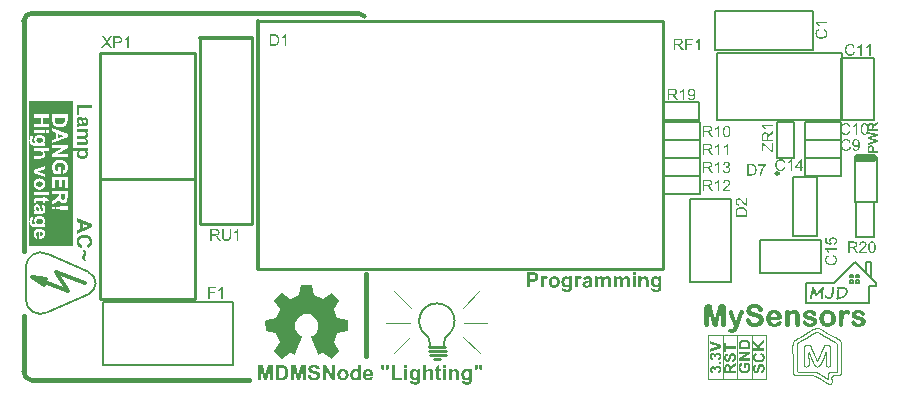
<source format=gto>
G04 Layer_Color=65535*
%FSLAX44Y44*%
%MOMM*%
G71*
G01*
G75*
%ADD23C,0.2000*%
%ADD24C,0.2540*%
%ADD25C,0.3000*%
%ADD29C,0.7000*%
%ADD30C,0.4000*%
%ADD57C,0.2500*%
%ADD58C,0.1000*%
%ADD59C,0.1500*%
G36*
X721004Y279146D02*
X719806D01*
Y286772D01*
X719792Y286758D01*
X719721Y286702D01*
X719637Y286617D01*
X719496Y286519D01*
X719341Y286392D01*
X719143Y286251D01*
X718918Y286096D01*
X718664Y285941D01*
X718650D01*
X718636Y285927D01*
X718551Y285870D01*
X718410Y285800D01*
X718241Y285715D01*
X718044Y285616D01*
X717832Y285518D01*
X717621Y285419D01*
X717409Y285335D01*
Y286490D01*
X717423D01*
X717452Y286519D01*
X717508Y286533D01*
X717579Y286575D01*
X717663Y286617D01*
X717762Y286674D01*
X718001Y286815D01*
X718283Y286970D01*
X718565Y287167D01*
X718861Y287393D01*
X719157Y287632D01*
X719172Y287647D01*
X719186Y287661D01*
X719228Y287703D01*
X719284Y287745D01*
X719411Y287886D01*
X719580Y288055D01*
X719750Y288253D01*
X719933Y288478D01*
X720088Y288704D01*
X720229Y288943D01*
X721004D01*
Y279146D01*
D02*
G37*
G36*
X704017Y289056D02*
X704144Y289042D01*
X704299Y289028D01*
X704454Y289014D01*
X704638Y288972D01*
X705018Y288887D01*
X705441Y288760D01*
X705652Y288676D01*
X705850Y288577D01*
X706047Y288450D01*
X706245Y288323D01*
X706259Y288309D01*
X706287Y288295D01*
X706343Y288253D01*
X706414Y288182D01*
X706484Y288112D01*
X706583Y288013D01*
X706682Y287900D01*
X706794Y287787D01*
X706907Y287647D01*
X707020Y287477D01*
X707147Y287308D01*
X707260Y287125D01*
X707358Y286913D01*
X707471Y286702D01*
X707556Y286476D01*
X707640Y286223D01*
X706372Y285927D01*
Y285941D01*
X706357Y285969D01*
X706329Y286025D01*
X706301Y286096D01*
X706273Y286180D01*
X706230Y286293D01*
X706118Y286519D01*
X705977Y286772D01*
X705808Y287026D01*
X705596Y287266D01*
X705371Y287477D01*
X705342Y287505D01*
X705258Y287562D01*
X705117Y287632D01*
X704934Y287731D01*
X704694Y287816D01*
X704426Y287900D01*
X704102Y287957D01*
X703749Y287971D01*
X703637D01*
X703566Y287957D01*
X703467D01*
X703355Y287943D01*
X703087Y287900D01*
X702791Y287844D01*
X702481Y287745D01*
X702157Y287604D01*
X701860Y287421D01*
X701846D01*
X701832Y287393D01*
X701733Y287322D01*
X701607Y287209D01*
X701452Y287040D01*
X701268Y286829D01*
X701099Y286589D01*
X700944Y286293D01*
X700803Y285969D01*
Y285955D01*
X700789Y285927D01*
X700775Y285884D01*
X700761Y285814D01*
X700733Y285729D01*
X700704Y285631D01*
X700662Y285391D01*
X700606Y285109D01*
X700549Y284799D01*
X700521Y284461D01*
X700507Y284094D01*
Y284080D01*
Y284038D01*
Y283967D01*
Y283883D01*
X700521Y283784D01*
Y283657D01*
X700535Y283516D01*
X700549Y283361D01*
X700592Y283023D01*
X700662Y282656D01*
X700747Y282290D01*
X700860Y281923D01*
Y281909D01*
X700874Y281881D01*
X700902Y281838D01*
X700930Y281768D01*
X701015Y281599D01*
X701142Y281402D01*
X701296Y281176D01*
X701494Y280936D01*
X701719Y280725D01*
X701987Y280527D01*
X702001D01*
X702030Y280513D01*
X702072Y280485D01*
X702128Y280457D01*
X702199Y280429D01*
X702283Y280387D01*
X702481Y280302D01*
X702734Y280217D01*
X703016Y280147D01*
X703326Y280091D01*
X703651Y280076D01*
X703749D01*
X703834Y280091D01*
X703933D01*
X704031Y280105D01*
X704285Y280161D01*
X704581Y280231D01*
X704877Y280344D01*
X705187Y280499D01*
X705342Y280584D01*
X705483Y280697D01*
X705497Y280711D01*
X705511Y280725D01*
X705554Y280767D01*
X705610Y280809D01*
X705667Y280880D01*
X705737Y280965D01*
X705822Y281049D01*
X705892Y281162D01*
X705977Y281289D01*
X706075Y281430D01*
X706160Y281571D01*
X706245Y281740D01*
X706315Y281923D01*
X706386Y282120D01*
X706456Y282332D01*
X706512Y282558D01*
X707809Y282233D01*
Y282219D01*
X707795Y282163D01*
X707767Y282078D01*
X707725Y281965D01*
X707682Y281838D01*
X707626Y281684D01*
X707556Y281514D01*
X707471Y281331D01*
X707274Y280936D01*
X707020Y280542D01*
X706865Y280344D01*
X706710Y280147D01*
X706541Y279978D01*
X706343Y279809D01*
X706329Y279795D01*
X706301Y279766D01*
X706230Y279738D01*
X706160Y279682D01*
X706047Y279611D01*
X705935Y279541D01*
X705779Y279470D01*
X705624Y279400D01*
X705441Y279315D01*
X705244Y279245D01*
X705032Y279174D01*
X704807Y279104D01*
X704567Y279047D01*
X704313Y279019D01*
X704045Y278991D01*
X703764Y278977D01*
X703608D01*
X703496Y278991D01*
X703369D01*
X703214Y279005D01*
X703045Y279033D01*
X702847Y279061D01*
X702438Y279132D01*
X702016Y279245D01*
X701593Y279400D01*
X701395Y279498D01*
X701198Y279611D01*
X701184Y279625D01*
X701156Y279639D01*
X701099Y279682D01*
X701043Y279738D01*
X700958Y279795D01*
X700860Y279879D01*
X700747Y279978D01*
X700634Y280091D01*
X700521Y280217D01*
X700394Y280344D01*
X700141Y280669D01*
X699901Y281049D01*
X699689Y281472D01*
Y281486D01*
X699661Y281528D01*
X699647Y281599D01*
X699605Y281684D01*
X699577Y281796D01*
X699534Y281937D01*
X699478Y282092D01*
X699436Y282261D01*
X699393Y282445D01*
X699337Y282656D01*
X699267Y283093D01*
X699210Y283587D01*
X699182Y284094D01*
Y284108D01*
Y284165D01*
Y284249D01*
X699196Y284348D01*
Y284489D01*
X699210Y284630D01*
X699224Y284813D01*
X699252Y284996D01*
X699323Y285405D01*
X699422Y285856D01*
X699563Y286307D01*
X699760Y286744D01*
X699774Y286758D01*
X699788Y286801D01*
X699816Y286857D01*
X699873Y286928D01*
X699929Y287026D01*
X700000Y287139D01*
X700183Y287393D01*
X700423Y287675D01*
X700704Y287957D01*
X701029Y288239D01*
X701409Y288478D01*
X701423Y288492D01*
X701466Y288506D01*
X701522Y288535D01*
X701593Y288577D01*
X701705Y288619D01*
X701818Y288661D01*
X701959Y288718D01*
X702114Y288774D01*
X702283Y288831D01*
X702467Y288887D01*
X702861Y288972D01*
X703312Y289042D01*
X703778Y289070D01*
X703919D01*
X704017Y289056D01*
D02*
G37*
G36*
X645169Y191520D02*
X645296Y191506D01*
X645451Y191492D01*
X645606Y191478D01*
X645789Y191436D01*
X646170Y191351D01*
X646593Y191224D01*
X646805Y191140D01*
X647002Y191041D01*
X647199Y190914D01*
X647397Y190787D01*
X647411Y190773D01*
X647439Y190759D01*
X647495Y190717D01*
X647566Y190646D01*
X647636Y190576D01*
X647735Y190477D01*
X647834Y190364D01*
X647946Y190252D01*
X648059Y190110D01*
X648172Y189941D01*
X648299Y189772D01*
X648412Y189589D01*
X648510Y189377D01*
X648623Y189166D01*
X648708Y188940D01*
X648792Y188687D01*
X647523Y188391D01*
Y188405D01*
X647509Y188433D01*
X647481Y188489D01*
X647453Y188560D01*
X647425Y188644D01*
X647383Y188757D01*
X647270Y188983D01*
X647129Y189237D01*
X646960Y189490D01*
X646748Y189730D01*
X646523Y189941D01*
X646494Y189970D01*
X646410Y190026D01*
X646269Y190096D01*
X646086Y190195D01*
X645846Y190280D01*
X645578Y190364D01*
X645254Y190421D01*
X644901Y190435D01*
X644789D01*
X644718Y190421D01*
X644620D01*
X644507Y190406D01*
X644239Y190364D01*
X643943Y190308D01*
X643633Y190209D01*
X643308Y190068D01*
X643012Y189885D01*
X642998D01*
X642984Y189857D01*
X642886Y189786D01*
X642759Y189674D01*
X642604Y189504D01*
X642420Y189293D01*
X642251Y189053D01*
X642096Y188757D01*
X641955Y188433D01*
Y188419D01*
X641941Y188391D01*
X641927Y188348D01*
X641913Y188278D01*
X641885Y188193D01*
X641857Y188095D01*
X641814Y187855D01*
X641758Y187573D01*
X641701Y187263D01*
X641673Y186925D01*
X641659Y186558D01*
Y186544D01*
Y186502D01*
Y186431D01*
Y186347D01*
X641673Y186248D01*
Y186121D01*
X641687Y185980D01*
X641701Y185825D01*
X641744Y185487D01*
X641814Y185120D01*
X641899Y184754D01*
X642011Y184387D01*
Y184373D01*
X642026Y184345D01*
X642054Y184303D01*
X642082Y184232D01*
X642167Y184063D01*
X642293Y183866D01*
X642449Y183640D01*
X642646Y183400D01*
X642871Y183189D01*
X643139Y182992D01*
X643153D01*
X643182Y182977D01*
X643224Y182949D01*
X643280Y182921D01*
X643351Y182893D01*
X643435Y182850D01*
X643633Y182766D01*
X643886Y182681D01*
X644168Y182611D01*
X644479Y182554D01*
X644803Y182540D01*
X644901D01*
X644986Y182554D01*
X645085D01*
X645183Y182569D01*
X645437Y182625D01*
X645733Y182696D01*
X646029Y182808D01*
X646339Y182963D01*
X646494Y183048D01*
X646635Y183161D01*
X646649Y183175D01*
X646664Y183189D01*
X646706Y183231D01*
X646762Y183273D01*
X646819Y183344D01*
X646889Y183428D01*
X646974Y183513D01*
X647044Y183626D01*
X647129Y183753D01*
X647227Y183894D01*
X647312Y184035D01*
X647397Y184204D01*
X647467Y184387D01*
X647538Y184585D01*
X647608Y184796D01*
X647664Y185021D01*
X648961Y184697D01*
Y184683D01*
X648947Y184627D01*
X648919Y184542D01*
X648877Y184429D01*
X648835Y184303D01*
X648778Y184147D01*
X648708Y183978D01*
X648623Y183795D01*
X648426Y183400D01*
X648172Y183006D01*
X648017Y182808D01*
X647862Y182611D01*
X647693Y182442D01*
X647495Y182273D01*
X647481Y182258D01*
X647453Y182230D01*
X647383Y182202D01*
X647312Y182146D01*
X647199Y182075D01*
X647086Y182005D01*
X646931Y181934D01*
X646776Y181864D01*
X646593Y181779D01*
X646396Y181709D01*
X646184Y181638D01*
X645959Y181568D01*
X645719Y181511D01*
X645465Y181483D01*
X645198Y181455D01*
X644915Y181441D01*
X644761D01*
X644648Y181455D01*
X644521D01*
X644366Y181469D01*
X644197Y181497D01*
X643999Y181525D01*
X643590Y181596D01*
X643167Y181709D01*
X642745Y181864D01*
X642547Y181962D01*
X642350Y182075D01*
X642336Y182089D01*
X642308Y182103D01*
X642251Y182146D01*
X642195Y182202D01*
X642110Y182258D01*
X642011Y182343D01*
X641899Y182442D01*
X641786Y182554D01*
X641673Y182681D01*
X641546Y182808D01*
X641293Y183132D01*
X641053Y183513D01*
X640842Y183936D01*
Y183950D01*
X640813Y183992D01*
X640799Y184063D01*
X640757Y184147D01*
X640729Y184260D01*
X640686Y184401D01*
X640630Y184556D01*
X640588Y184725D01*
X640546Y184909D01*
X640489Y185120D01*
X640419Y185557D01*
X640362Y186051D01*
X640334Y186558D01*
Y186572D01*
Y186628D01*
Y186713D01*
X640348Y186812D01*
Y186953D01*
X640362Y187094D01*
X640376Y187277D01*
X640405Y187460D01*
X640475Y187869D01*
X640574Y188320D01*
X640715Y188771D01*
X640912Y189208D01*
X640926Y189222D01*
X640940Y189265D01*
X640968Y189321D01*
X641025Y189391D01*
X641081Y189490D01*
X641152Y189603D01*
X641335Y189857D01*
X641574Y190139D01*
X641857Y190421D01*
X642181Y190703D01*
X642561Y190942D01*
X642575Y190956D01*
X642618Y190970D01*
X642674Y190999D01*
X642745Y191041D01*
X642857Y191083D01*
X642970Y191126D01*
X643111Y191182D01*
X643266Y191238D01*
X643435Y191295D01*
X643619Y191351D01*
X644013Y191436D01*
X644464Y191506D01*
X644930Y191534D01*
X645071D01*
X645169Y191520D01*
D02*
G37*
G36*
X713420Y279146D02*
X712222D01*
Y286772D01*
X712208Y286758D01*
X712137Y286702D01*
X712053Y286617D01*
X711912Y286519D01*
X711757Y286392D01*
X711559Y286251D01*
X711334Y286096D01*
X711080Y285941D01*
X711066D01*
X711052Y285927D01*
X710967Y285870D01*
X710826Y285800D01*
X710657Y285715D01*
X710460Y285616D01*
X710248Y285518D01*
X710037Y285419D01*
X709825Y285335D01*
Y286490D01*
X709839D01*
X709867Y286519D01*
X709924Y286533D01*
X709994Y286575D01*
X710079Y286617D01*
X710178Y286674D01*
X710417Y286815D01*
X710699Y286970D01*
X710981Y287167D01*
X711277Y287393D01*
X711573Y287632D01*
X711587Y287647D01*
X711601Y287661D01*
X711644Y287703D01*
X711700Y287745D01*
X711827Y287886D01*
X711996Y288055D01*
X712165Y288253D01*
X712349Y288478D01*
X712504Y288704D01*
X712645Y288943D01*
X713420D01*
Y279146D01*
D02*
G37*
G36*
X388400Y14947D02*
X387993Y12576D01*
X386178D01*
X385734Y14947D01*
Y17132D01*
X388400D01*
Y14947D01*
D02*
G37*
G36*
X216313Y297269D02*
X216595Y297255D01*
X216877Y297227D01*
X217159Y297184D01*
X217398Y297142D01*
X217412D01*
X217440Y297128D01*
X217483D01*
X217539Y297100D01*
X217694Y297058D01*
X217892Y296987D01*
X218117Y296888D01*
X218357Y296761D01*
X218596Y296621D01*
X218822Y296437D01*
X218836Y296423D01*
X218850Y296409D01*
X218892Y296367D01*
X218949Y296325D01*
X219090Y296184D01*
X219259Y295986D01*
X219442Y295747D01*
X219640Y295465D01*
X219823Y295140D01*
X219978Y294774D01*
Y294760D01*
X219992Y294732D01*
X220020Y294675D01*
X220034Y294591D01*
X220077Y294492D01*
X220105Y294379D01*
X220133Y294252D01*
X220175Y294097D01*
X220217Y293942D01*
X220246Y293759D01*
X220316Y293364D01*
X220359Y292927D01*
X220373Y292448D01*
Y292434D01*
Y292406D01*
Y292335D01*
Y292265D01*
X220359Y292166D01*
Y292053D01*
X220344Y291785D01*
X220302Y291475D01*
X220260Y291151D01*
X220189Y290813D01*
X220105Y290474D01*
Y290460D01*
X220091Y290432D01*
X220077Y290390D01*
X220063Y290333D01*
X220006Y290178D01*
X219921Y289981D01*
X219837Y289755D01*
X219724Y289530D01*
X219583Y289290D01*
X219442Y289065D01*
X219428Y289036D01*
X219372Y288966D01*
X219287Y288867D01*
X219174Y288740D01*
X219048Y288599D01*
X218892Y288458D01*
X218737Y288303D01*
X218554Y288176D01*
X218526Y288162D01*
X218470Y288120D01*
X218371Y288064D01*
X218230Y287993D01*
X218061Y287909D01*
X217863Y287838D01*
X217638Y287754D01*
X217384Y287683D01*
X217356D01*
X217314Y287669D01*
X217271Y287655D01*
X217130Y287641D01*
X216933Y287613D01*
X216707Y287584D01*
X216439Y287556D01*
X216143Y287542D01*
X215819Y287528D01*
X212309D01*
Y297283D01*
X216059D01*
X216313Y297269D01*
D02*
G37*
G36*
X620462Y187287D02*
X620743Y187273D01*
X621025Y187245D01*
X621307Y187202D01*
X621547Y187160D01*
X621561D01*
X621589Y187146D01*
X621632D01*
X621688Y187118D01*
X621843Y187076D01*
X622040Y187005D01*
X622266Y186906D01*
X622506Y186779D01*
X622745Y186639D01*
X622971Y186455D01*
X622985Y186441D01*
X622999Y186427D01*
X623041Y186385D01*
X623098Y186343D01*
X623239Y186202D01*
X623408Y186004D01*
X623591Y185765D01*
X623788Y185483D01*
X623972Y185158D01*
X624127Y184792D01*
Y184778D01*
X624141Y184750D01*
X624169Y184693D01*
X624183Y184609D01*
X624225Y184510D01*
X624254Y184397D01*
X624282Y184270D01*
X624324Y184115D01*
X624366Y183960D01*
X624395Y183777D01*
X624465Y183382D01*
X624507Y182945D01*
X624521Y182466D01*
Y182452D01*
Y182424D01*
Y182353D01*
Y182283D01*
X624507Y182184D01*
Y182071D01*
X624493Y181803D01*
X624451Y181493D01*
X624409Y181169D01*
X624338Y180831D01*
X624254Y180492D01*
Y180478D01*
X624240Y180450D01*
X624225Y180408D01*
X624211Y180351D01*
X624155Y180196D01*
X624070Y179999D01*
X623986Y179773D01*
X623873Y179548D01*
X623732Y179308D01*
X623591Y179083D01*
X623577Y179054D01*
X623521Y178984D01*
X623436Y178885D01*
X623323Y178758D01*
X623196Y178617D01*
X623041Y178476D01*
X622886Y178321D01*
X622703Y178195D01*
X622675Y178180D01*
X622618Y178138D01*
X622520Y178082D01*
X622379Y178011D01*
X622210Y177927D01*
X622012Y177856D01*
X621787Y177772D01*
X621533Y177701D01*
X621505D01*
X621462Y177687D01*
X621420Y177673D01*
X621279Y177659D01*
X621082Y177631D01*
X620856Y177602D01*
X620588Y177574D01*
X620292Y177560D01*
X619968Y177546D01*
X616458D01*
Y187301D01*
X620208D01*
X620462Y187287D01*
D02*
G37*
G36*
X632204Y186230D02*
X632190Y186216D01*
X632162Y186187D01*
X632106Y186131D01*
X632049Y186047D01*
X631965Y185948D01*
X631852Y185835D01*
X631739Y185694D01*
X631612Y185525D01*
X631485Y185356D01*
X631330Y185158D01*
X631175Y184933D01*
X631020Y184707D01*
X630851Y184454D01*
X630682Y184186D01*
X630513Y183890D01*
X630344Y183594D01*
X630329Y183580D01*
X630301Y183523D01*
X630259Y183438D01*
X630188Y183312D01*
X630118Y183157D01*
X630033Y182987D01*
X629935Y182790D01*
X629836Y182565D01*
X629723Y182311D01*
X629596Y182057D01*
X629484Y181775D01*
X629371Y181479D01*
X629145Y180873D01*
X628934Y180224D01*
Y180210D01*
X628920Y180168D01*
X628906Y180098D01*
X628877Y180013D01*
X628849Y179900D01*
X628821Y179759D01*
X628779Y179604D01*
X628751Y179435D01*
X628708Y179238D01*
X628666Y179026D01*
X628596Y178575D01*
X628525Y178082D01*
X628483Y177546D01*
X627256D01*
Y177560D01*
Y177602D01*
Y177659D01*
X627270Y177743D01*
Y177856D01*
X627285Y177997D01*
X627299Y178152D01*
X627313Y178321D01*
X627341Y178519D01*
X627369Y178716D01*
X627411Y178956D01*
X627454Y179195D01*
X627496Y179449D01*
X627552Y179731D01*
X627693Y180309D01*
Y180323D01*
X627707Y180380D01*
X627736Y180464D01*
X627778Y180591D01*
X627820Y180732D01*
X627877Y180901D01*
X627933Y181098D01*
X628018Y181310D01*
X628102Y181549D01*
X628187Y181789D01*
X628398Y182325D01*
X628652Y182889D01*
X628934Y183453D01*
X628948Y183467D01*
X628976Y183523D01*
X629018Y183594D01*
X629075Y183706D01*
X629145Y183833D01*
X629244Y183988D01*
X629343Y184158D01*
X629455Y184341D01*
X629723Y184750D01*
X630005Y185173D01*
X630329Y185609D01*
X630668Y186018D01*
X625889D01*
Y187174D01*
X632204D01*
Y186230D01*
D02*
G37*
G36*
X250100Y17354D02*
X250303Y17335D01*
X250544Y17317D01*
X250785Y17280D01*
X251063Y17243D01*
X251655Y17113D01*
X251951Y17020D01*
X252248Y16928D01*
X252544Y16798D01*
X252822Y16650D01*
X253081Y16483D01*
X253322Y16298D01*
X253340Y16280D01*
X253377Y16243D01*
X253433Y16187D01*
X253507Y16113D01*
X253599Y16002D01*
X253710Y15872D01*
X253822Y15724D01*
X253951Y15558D01*
X254062Y15354D01*
X254173Y15150D01*
X254284Y14909D01*
X254377Y14650D01*
X254470Y14391D01*
X254544Y14095D01*
X254599Y13799D01*
X254618Y13465D01*
X252026Y13373D01*
Y13391D01*
Y13410D01*
X251988Y13539D01*
X251951Y13706D01*
X251877Y13910D01*
X251785Y14150D01*
X251655Y14373D01*
X251488Y14595D01*
X251303Y14780D01*
X251285Y14798D01*
X251211Y14854D01*
X251081Y14928D01*
X250896Y15002D01*
X250674Y15076D01*
X250396Y15150D01*
X250063Y15206D01*
X249674Y15224D01*
X249489D01*
X249285Y15206D01*
X249044Y15169D01*
X248766Y15113D01*
X248470Y15021D01*
X248193Y14909D01*
X247933Y14743D01*
X247915Y14724D01*
X247878Y14687D01*
X247804Y14632D01*
X247730Y14539D01*
X247656Y14428D01*
X247582Y14280D01*
X247544Y14132D01*
X247526Y13947D01*
Y13928D01*
Y13873D01*
X247544Y13780D01*
X247582Y13687D01*
X247619Y13558D01*
X247674Y13428D01*
X247767Y13299D01*
X247896Y13169D01*
X247915Y13150D01*
X248007Y13095D01*
X248063Y13058D01*
X248155Y13021D01*
X248248Y12965D01*
X248378Y12910D01*
X248526Y12854D01*
X248692Y12780D01*
X248896Y12706D01*
X249100Y12632D01*
X249359Y12558D01*
X249637Y12484D01*
X249933Y12410D01*
X250266Y12317D01*
X250285D01*
X250359Y12299D01*
X250452Y12280D01*
X250581Y12243D01*
X250729Y12206D01*
X250914Y12150D01*
X251118Y12095D01*
X251322Y12039D01*
X251766Y11891D01*
X252229Y11743D01*
X252673Y11576D01*
X252859Y11484D01*
X253044Y11391D01*
X253062D01*
X253081Y11373D01*
X253192Y11299D01*
X253359Y11188D01*
X253562Y11040D01*
X253785Y10854D01*
X254025Y10632D01*
X254266Y10373D01*
X254470Y10077D01*
X254488Y10040D01*
X254544Y9929D01*
X254636Y9762D01*
X254729Y9521D01*
X254821Y9225D01*
X254914Y8873D01*
X254970Y8484D01*
X254988Y8040D01*
Y8021D01*
Y7984D01*
Y7929D01*
Y7855D01*
X254970Y7762D01*
X254951Y7632D01*
X254914Y7373D01*
X254840Y7040D01*
X254729Y6688D01*
X254562Y6336D01*
X254359Y5966D01*
Y5947D01*
X254321Y5929D01*
X254247Y5818D01*
X254099Y5633D01*
X253914Y5429D01*
X253673Y5188D01*
X253359Y4966D01*
X253025Y4744D01*
X252618Y4540D01*
X252600D01*
X252562Y4522D01*
X252507Y4503D01*
X252414Y4466D01*
X252303Y4429D01*
X252174Y4392D01*
X252026Y4355D01*
X251859Y4318D01*
X251655Y4263D01*
X251451Y4225D01*
X250970Y4151D01*
X250433Y4096D01*
X249841Y4077D01*
X249600D01*
X249433Y4096D01*
X249229Y4114D01*
X249007Y4133D01*
X248748Y4170D01*
X248470Y4225D01*
X247859Y4355D01*
X247544Y4448D01*
X247248Y4540D01*
X246933Y4670D01*
X246637Y4818D01*
X246359Y4985D01*
X246100Y5188D01*
X246082Y5207D01*
X246045Y5244D01*
X245970Y5299D01*
X245896Y5392D01*
X245785Y5522D01*
X245674Y5670D01*
X245545Y5836D01*
X245415Y6022D01*
X245285Y6244D01*
X245156Y6484D01*
X245026Y6762D01*
X244897Y7059D01*
X244804Y7373D01*
X244693Y7725D01*
X244619Y8095D01*
X244563Y8484D01*
X247082Y8725D01*
Y8706D01*
X247100Y8669D01*
Y8595D01*
X247119Y8521D01*
X247193Y8299D01*
X247285Y8021D01*
X247396Y7707D01*
X247563Y7392D01*
X247748Y7114D01*
X247989Y6855D01*
X248026Y6836D01*
X248118Y6762D01*
X248267Y6670D01*
X248489Y6558D01*
X248766Y6447D01*
X249081Y6355D01*
X249452Y6281D01*
X249877Y6262D01*
X250081D01*
X250303Y6299D01*
X250581Y6336D01*
X250877Y6392D01*
X251192Y6484D01*
X251488Y6614D01*
X251748Y6781D01*
X251785Y6799D01*
X251859Y6873D01*
X251951Y6984D01*
X252081Y7132D01*
X252192Y7318D01*
X252303Y7540D01*
X252377Y7762D01*
X252396Y8021D01*
Y8040D01*
Y8095D01*
X252377Y8188D01*
X252359Y8299D01*
X252322Y8410D01*
X252285Y8540D01*
X252211Y8669D01*
X252118Y8799D01*
X252099Y8817D01*
X252062Y8855D01*
X252007Y8910D01*
X251914Y8984D01*
X251785Y9077D01*
X251618Y9169D01*
X251433Y9262D01*
X251192Y9355D01*
X251174D01*
X251100Y9391D01*
X250970Y9429D01*
X250877Y9466D01*
X250766Y9484D01*
X250637Y9521D01*
X250489Y9577D01*
X250322Y9614D01*
X250137Y9669D01*
X249915Y9725D01*
X249674Y9780D01*
X249415Y9855D01*
X249118Y9929D01*
X249100D01*
X249026Y9947D01*
X248915Y9984D01*
X248785Y10021D01*
X248618Y10077D01*
X248415Y10132D01*
X248211Y10206D01*
X247970Y10280D01*
X247489Y10466D01*
X247026Y10688D01*
X246785Y10799D01*
X246582Y10928D01*
X246378Y11058D01*
X246211Y11188D01*
X246193Y11206D01*
X246156Y11243D01*
X246100Y11299D01*
X246026Y11373D01*
X245933Y11484D01*
X245841Y11614D01*
X245730Y11743D01*
X245637Y11910D01*
X245415Y12299D01*
X245230Y12743D01*
X245156Y12984D01*
X245100Y13225D01*
X245063Y13502D01*
X245045Y13780D01*
Y13799D01*
Y13817D01*
Y13873D01*
Y13947D01*
X245082Y14132D01*
X245119Y14373D01*
X245174Y14650D01*
X245267Y14965D01*
X245396Y15298D01*
X245582Y15613D01*
Y15632D01*
X245600Y15650D01*
X245693Y15761D01*
X245804Y15909D01*
X245989Y16095D01*
X246211Y16298D01*
X246489Y16520D01*
X246804Y16724D01*
X247174Y16909D01*
X247193D01*
X247230Y16928D01*
X247285Y16946D01*
X247359Y16983D01*
X247470Y17020D01*
X247582Y17057D01*
X247730Y17095D01*
X247896Y17150D01*
X248267Y17224D01*
X248692Y17298D01*
X249174Y17354D01*
X249711Y17372D01*
X249933D01*
X250100Y17354D01*
D02*
G37*
G36*
X700287Y222000D02*
X700414Y221986D01*
X700569Y221972D01*
X700724Y221958D01*
X700908Y221916D01*
X701288Y221831D01*
X701711Y221704D01*
X701923Y221620D01*
X702120Y221521D01*
X702317Y221394D01*
X702515Y221267D01*
X702529Y221253D01*
X702557Y221239D01*
X702613Y221197D01*
X702684Y221126D01*
X702754Y221056D01*
X702853Y220957D01*
X702952Y220844D01*
X703064Y220732D01*
X703177Y220590D01*
X703290Y220421D01*
X703417Y220252D01*
X703530Y220069D01*
X703628Y219857D01*
X703741Y219646D01*
X703826Y219420D01*
X703910Y219167D01*
X702642Y218871D01*
Y218885D01*
X702627Y218913D01*
X702599Y218969D01*
X702571Y219040D01*
X702543Y219124D01*
X702501Y219237D01*
X702388Y219463D01*
X702247Y219716D01*
X702078Y219970D01*
X701866Y220210D01*
X701641Y220421D01*
X701612Y220450D01*
X701528Y220506D01*
X701387Y220576D01*
X701204Y220675D01*
X700964Y220760D01*
X700696Y220844D01*
X700372Y220901D01*
X700019Y220915D01*
X699907D01*
X699836Y220901D01*
X699737D01*
X699625Y220886D01*
X699357Y220844D01*
X699061Y220788D01*
X698751Y220689D01*
X698427Y220548D01*
X698130Y220365D01*
X698116D01*
X698102Y220337D01*
X698004Y220266D01*
X697877Y220154D01*
X697722Y219984D01*
X697538Y219773D01*
X697369Y219533D01*
X697214Y219237D01*
X697073Y218913D01*
Y218899D01*
X697059Y218871D01*
X697045Y218828D01*
X697031Y218758D01*
X697003Y218673D01*
X696974Y218575D01*
X696932Y218335D01*
X696876Y218053D01*
X696819Y217743D01*
X696791Y217405D01*
X696777Y217038D01*
Y217024D01*
Y216982D01*
Y216911D01*
Y216827D01*
X696791Y216728D01*
Y216601D01*
X696805Y216460D01*
X696819Y216305D01*
X696862Y215967D01*
X696932Y215600D01*
X697017Y215234D01*
X697130Y214867D01*
Y214853D01*
X697144Y214825D01*
X697172Y214783D01*
X697200Y214712D01*
X697285Y214543D01*
X697411Y214345D01*
X697567Y214120D01*
X697764Y213880D01*
X697990Y213669D01*
X698257Y213472D01*
X698271D01*
X698300Y213457D01*
X698342Y213429D01*
X698398Y213401D01*
X698469Y213373D01*
X698553Y213330D01*
X698751Y213246D01*
X699004Y213161D01*
X699286Y213091D01*
X699596Y213034D01*
X699921Y213020D01*
X700019D01*
X700104Y213034D01*
X700203D01*
X700301Y213049D01*
X700555Y213105D01*
X700851Y213176D01*
X701147Y213288D01*
X701457Y213443D01*
X701612Y213528D01*
X701753Y213641D01*
X701768Y213655D01*
X701782Y213669D01*
X701824Y213711D01*
X701880Y213753D01*
X701937Y213824D01*
X702007Y213909D01*
X702092Y213993D01*
X702162Y214106D01*
X702247Y214233D01*
X702345Y214374D01*
X702430Y214515D01*
X702515Y214684D01*
X702585Y214867D01*
X702656Y215065D01*
X702726Y215276D01*
X702782Y215501D01*
X704079Y215177D01*
Y215163D01*
X704065Y215107D01*
X704037Y215022D01*
X703995Y214909D01*
X703952Y214783D01*
X703896Y214627D01*
X703826Y214458D01*
X703741Y214275D01*
X703544Y213880D01*
X703290Y213486D01*
X703135Y213288D01*
X702980Y213091D01*
X702811Y212922D01*
X702613Y212753D01*
X702599Y212738D01*
X702571Y212710D01*
X702501Y212682D01*
X702430Y212626D01*
X702317Y212555D01*
X702205Y212485D01*
X702049Y212414D01*
X701894Y212344D01*
X701711Y212259D01*
X701514Y212189D01*
X701302Y212118D01*
X701077Y212048D01*
X700837Y211991D01*
X700583Y211963D01*
X700315Y211935D01*
X700033Y211921D01*
X699878D01*
X699766Y211935D01*
X699639D01*
X699484Y211949D01*
X699315Y211977D01*
X699117Y212005D01*
X698708Y212076D01*
X698286Y212189D01*
X697863Y212344D01*
X697665Y212442D01*
X697468Y212555D01*
X697454Y212569D01*
X697426Y212583D01*
X697369Y212626D01*
X697313Y212682D01*
X697228Y212738D01*
X697130Y212823D01*
X697017Y212922D01*
X696904Y213034D01*
X696791Y213161D01*
X696664Y213288D01*
X696411Y213612D01*
X696171Y213993D01*
X695959Y214416D01*
Y214430D01*
X695931Y214472D01*
X695917Y214543D01*
X695875Y214627D01*
X695847Y214740D01*
X695804Y214881D01*
X695748Y215036D01*
X695706Y215205D01*
X695664Y215389D01*
X695607Y215600D01*
X695537Y216037D01*
X695480Y216531D01*
X695452Y217038D01*
Y217052D01*
Y217108D01*
Y217193D01*
X695466Y217292D01*
Y217433D01*
X695480Y217574D01*
X695494Y217757D01*
X695523Y217940D01*
X695593Y218349D01*
X695692Y218800D01*
X695833Y219251D01*
X696030Y219688D01*
X696044Y219702D01*
X696058Y219745D01*
X696086Y219801D01*
X696143Y219872D01*
X696199Y219970D01*
X696270Y220083D01*
X696453Y220337D01*
X696693Y220619D01*
X696974Y220901D01*
X697299Y221183D01*
X697679Y221422D01*
X697693Y221436D01*
X697736Y221450D01*
X697792Y221479D01*
X697863Y221521D01*
X697975Y221563D01*
X698088Y221605D01*
X698229Y221662D01*
X698384Y221718D01*
X698553Y221775D01*
X698737Y221831D01*
X699131Y221916D01*
X699582Y221986D01*
X700048Y222014D01*
X700189D01*
X700287Y222000D01*
D02*
G37*
G36*
X709690Y212090D02*
X708492D01*
Y219716D01*
X708478Y219702D01*
X708407Y219646D01*
X708323Y219561D01*
X708182Y219463D01*
X708027Y219336D01*
X707829Y219195D01*
X707604Y219040D01*
X707350Y218885D01*
X707336D01*
X707322Y218871D01*
X707237Y218814D01*
X707096Y218744D01*
X706927Y218659D01*
X706730Y218561D01*
X706518Y218462D01*
X706307Y218363D01*
X706095Y218279D01*
Y219435D01*
X706109D01*
X706137Y219463D01*
X706194Y219477D01*
X706264Y219519D01*
X706349Y219561D01*
X706448Y219618D01*
X706687Y219759D01*
X706969Y219914D01*
X707251Y220111D01*
X707547Y220337D01*
X707843Y220576D01*
X707857Y220590D01*
X707871Y220605D01*
X707914Y220647D01*
X707970Y220689D01*
X708097Y220830D01*
X708266Y220999D01*
X708435Y221197D01*
X708619Y221422D01*
X708774Y221648D01*
X708915Y221887D01*
X709690D01*
Y212090D01*
D02*
G37*
G36*
X328795Y14854D02*
X326333D01*
Y17132D01*
X328795D01*
Y14854D01*
D02*
G37*
G36*
X662678Y185050D02*
X664003D01*
Y183950D01*
X662678D01*
Y181610D01*
X661479D01*
Y183950D01*
X657236D01*
Y185050D01*
X661705Y191365D01*
X662678D01*
Y185050D01*
D02*
G37*
G36*
X392344Y14947D02*
X391937Y12576D01*
X390122D01*
X389678Y14947D01*
Y17132D01*
X392344D01*
Y14947D01*
D02*
G37*
G36*
X726948Y221023D02*
X725146Y219821D01*
X725134Y219809D01*
X725098Y219797D01*
X725050Y219761D01*
X724990Y219713D01*
X724918Y219665D01*
X724821Y219605D01*
X724629Y219473D01*
X724413Y219317D01*
X724221Y219172D01*
X724041Y219040D01*
X723980Y218980D01*
X723920Y218932D01*
X723908Y218920D01*
X723884Y218896D01*
X723836Y218848D01*
X723776Y218788D01*
X723728Y218704D01*
X723668Y218620D01*
X723620Y218524D01*
X723572Y218428D01*
Y218416D01*
X723560Y218379D01*
X723536Y218319D01*
X723524Y218223D01*
X723500Y218103D01*
X723488Y217959D01*
X723476Y217791D01*
Y217586D01*
Y217250D01*
X726948D01*
Y215568D01*
X719061D01*
X719050Y215459D01*
X718980Y214994D01*
X718911Y214624D01*
X726948Y212685D01*
Y210871D01*
X720737Y209237D01*
X726948Y207579D01*
Y205753D01*
X718634Y203782D01*
Y205500D01*
X724353Y206750D01*
X718634Y208263D01*
Y210282D01*
X724449Y211724D01*
X718634Y212997D01*
Y213790D01*
X718613Y213753D01*
X718501Y213514D01*
X718360Y213260D01*
X718176Y212978D01*
X717965Y212724D01*
X717711Y212485D01*
X717697D01*
X717683Y212456D01*
X717641Y212428D01*
X717584Y212400D01*
X717514Y212358D01*
X717443Y212302D01*
X717232Y212203D01*
X716978Y212104D01*
X716682Y212005D01*
X716330Y211949D01*
X715949Y211921D01*
X715808D01*
X715709Y211935D01*
X715597Y211949D01*
X715456Y211977D01*
X715301Y212005D01*
X715131Y212048D01*
X714962Y212104D01*
X714779Y212160D01*
X714596Y212245D01*
X714413Y212344D01*
X714229Y212456D01*
X714046Y212598D01*
X713877Y212753D01*
X713722Y212922D01*
X713708Y212936D01*
X713679Y212978D01*
X713637Y213049D01*
X713567Y213161D01*
X713496Y213288D01*
X713426Y213457D01*
X713327Y213655D01*
X713242Y213880D01*
X713158Y214134D01*
X713073Y214430D01*
X712989Y214754D01*
X712918Y215121D01*
X712848Y215516D01*
X712805Y215938D01*
X712777Y216404D01*
X712763Y216897D01*
Y216911D01*
Y216968D01*
Y217066D01*
Y217179D01*
X712777Y217334D01*
Y217503D01*
X712791Y217687D01*
X712805Y217898D01*
X712848Y218335D01*
X712918Y218800D01*
X713003Y219265D01*
X713059Y219477D01*
X713115Y219688D01*
Y219702D01*
X713130Y219731D01*
X713158Y219787D01*
X713186Y219857D01*
X713214Y219956D01*
X713271Y220055D01*
X713383Y220294D01*
X713524Y220548D01*
X713708Y220816D01*
X713919Y221084D01*
X714173Y221309D01*
X714187D01*
X714201Y221338D01*
X714243Y221366D01*
X714300Y221394D01*
X714370Y221450D01*
X714455Y221493D01*
X714666Y221605D01*
X714920Y221704D01*
X715216Y221803D01*
X715568Y221859D01*
X715949Y221887D01*
X716076D01*
X716231Y221873D01*
X716414Y221845D01*
X716626Y221803D01*
X716851Y221746D01*
X717091Y221676D01*
X717316Y221563D01*
X717330D01*
X717345Y221549D01*
X717415Y221507D01*
X717528Y221436D01*
X717669Y221338D01*
X717824Y221197D01*
X717993Y221042D01*
X718148Y220858D01*
X718303Y220647D01*
X718317Y220619D01*
X718374Y220548D01*
X718430Y220421D01*
X718529Y220238D01*
X718613Y220027D01*
X718666Y219914D01*
X718694Y220158D01*
X718730Y220482D01*
X718790Y220782D01*
X718826Y220914D01*
X718862Y221035D01*
Y221047D01*
X718875Y221059D01*
X718911Y221131D01*
X718971Y221239D01*
X719043Y221383D01*
X719163Y221539D01*
X719295Y221695D01*
X719463Y221852D01*
X719667Y221996D01*
X719679D01*
X719691Y222008D01*
X719727Y222032D01*
X719763Y222056D01*
X719884Y222116D01*
X720040Y222188D01*
X720232Y222248D01*
X720448Y222308D01*
X720701Y222356D01*
X720965Y222368D01*
X721061D01*
X721121Y222356D01*
X721205D01*
X721289Y222344D01*
X721506Y222296D01*
X721758Y222236D01*
X722010Y222140D01*
X722274Y221996D01*
X722395Y221912D01*
X722515Y221815D01*
X722527Y221803D01*
X722539Y221791D01*
X722575Y221755D01*
X722611Y221707D01*
X722659Y221659D01*
X722719Y221587D01*
X722779Y221503D01*
X722839Y221407D01*
X722911Y221299D01*
X722971Y221167D01*
X723031Y221035D01*
X723091Y220890D01*
X723151Y220722D01*
X723200Y220554D01*
X723248Y220374D01*
X723284Y220170D01*
Y220182D01*
X723296Y220194D01*
X723344Y220266D01*
X723404Y220362D01*
X723488Y220482D01*
X723596Y220626D01*
X723704Y220770D01*
X723836Y220926D01*
X723980Y221059D01*
X723992Y221071D01*
X724053Y221131D01*
X724149Y221203D01*
X724293Y221311D01*
X724473Y221455D01*
X724593Y221527D01*
X724713Y221611D01*
X724846Y221707D01*
X724990Y221803D01*
X725158Y221912D01*
X725326Y222020D01*
X726948Y223041D01*
Y221023D01*
D02*
G37*
G36*
X654572Y181610D02*
X653374D01*
Y189237D01*
X653360Y189222D01*
X653289Y189166D01*
X653205Y189081D01*
X653064Y188983D01*
X652908Y188856D01*
X652711Y188715D01*
X652486Y188560D01*
X652232Y188405D01*
X652218D01*
X652204Y188391D01*
X652119Y188334D01*
X651978Y188264D01*
X651809Y188179D01*
X651612Y188081D01*
X651400Y187982D01*
X651189Y187883D01*
X650977Y187799D01*
Y188955D01*
X650991D01*
X651020Y188983D01*
X651076Y188997D01*
X651146Y189039D01*
X651231Y189081D01*
X651330Y189138D01*
X651569Y189279D01*
X651851Y189434D01*
X652133Y189631D01*
X652429Y189857D01*
X652725Y190096D01*
X652739Y190110D01*
X652754Y190125D01*
X652796Y190167D01*
X652852Y190209D01*
X652979Y190350D01*
X653148Y190519D01*
X653317Y190717D01*
X653501Y190942D01*
X653656Y191168D01*
X653797Y191407D01*
X654572D01*
Y181610D01*
D02*
G37*
G36*
X226166Y287528D02*
X224968D01*
Y295154D01*
X224954Y295140D01*
X224884Y295084D01*
X224799Y294999D01*
X224658Y294901D01*
X224503Y294774D01*
X224306Y294633D01*
X224080Y294478D01*
X223826Y294323D01*
X223812D01*
X223798Y294309D01*
X223714Y294252D01*
X223573Y294182D01*
X223403Y294097D01*
X223206Y293999D01*
X222995Y293900D01*
X222783Y293801D01*
X222572Y293717D01*
Y294872D01*
X222586D01*
X222614Y294901D01*
X222670Y294915D01*
X222741Y294957D01*
X222826Y294999D01*
X222924Y295056D01*
X223164Y295197D01*
X223446Y295352D01*
X223728Y295549D01*
X224024Y295775D01*
X224320Y296014D01*
X224334Y296028D01*
X224348Y296043D01*
X224390Y296085D01*
X224447Y296127D01*
X224573Y296268D01*
X224743Y296437D01*
X224912Y296635D01*
X225095Y296860D01*
X225250Y297086D01*
X225391Y297325D01*
X226166D01*
Y287528D01*
D02*
G37*
G36*
X599486Y174121D02*
X599599Y174107D01*
X599740Y174093D01*
X599895Y174065D01*
X600050Y174037D01*
X600417Y173938D01*
X600783Y173797D01*
X600966Y173713D01*
X601150Y173614D01*
X601319Y173487D01*
X601474Y173346D01*
X601488Y173332D01*
X601516Y173318D01*
X601544Y173261D01*
X601601Y173205D01*
X601671Y173134D01*
X601742Y173036D01*
X601812Y172937D01*
X601897Y172810D01*
X602038Y172542D01*
X602179Y172204D01*
X602235Y172035D01*
X602263Y171838D01*
X602292Y171640D01*
X602306Y171429D01*
Y171401D01*
Y171330D01*
X602292Y171217D01*
X602277Y171062D01*
X602249Y170893D01*
X602193Y170696D01*
X602136Y170484D01*
X602052Y170273D01*
X602038Y170245D01*
X602010Y170174D01*
X601953Y170061D01*
X601869Y169906D01*
X601756Y169737D01*
X601615Y169526D01*
X601446Y169314D01*
X601248Y169075D01*
X601220Y169046D01*
X601150Y168962D01*
X601079Y168891D01*
X601009Y168821D01*
X600924Y168736D01*
X600811Y168624D01*
X600699Y168511D01*
X600558Y168384D01*
X600417Y168243D01*
X600247Y168088D01*
X600064Y167933D01*
X599867Y167750D01*
X599641Y167566D01*
X599416Y167369D01*
X599402Y167355D01*
X599374Y167327D01*
X599317Y167284D01*
X599247Y167228D01*
X599162Y167143D01*
X599063Y167059D01*
X598838Y166875D01*
X598598Y166664D01*
X598373Y166453D01*
X598175Y166269D01*
X598091Y166199D01*
X598020Y166128D01*
X598006Y166114D01*
X597964Y166072D01*
X597907Y166015D01*
X597837Y165931D01*
X597766Y165832D01*
X597682Y165734D01*
X597513Y165494D01*
X602320D01*
Y164338D01*
X595849D01*
Y164352D01*
Y164408D01*
Y164493D01*
X595863Y164606D01*
X595877Y164733D01*
X595906Y164874D01*
X595934Y165015D01*
X595990Y165170D01*
Y165184D01*
X596004Y165198D01*
X596032Y165282D01*
X596089Y165409D01*
X596174Y165578D01*
X596286Y165776D01*
X596427Y166001D01*
X596582Y166227D01*
X596780Y166467D01*
Y166481D01*
X596808Y166495D01*
X596878Y166579D01*
X597005Y166706D01*
X597188Y166890D01*
X597400Y167101D01*
X597668Y167355D01*
X597992Y167637D01*
X598344Y167933D01*
X598358Y167947D01*
X598415Y167989D01*
X598499Y168060D01*
X598598Y168144D01*
X598725Y168257D01*
X598880Y168384D01*
X599035Y168525D01*
X599218Y168680D01*
X599571Y169018D01*
X599923Y169356D01*
X600092Y169526D01*
X600247Y169695D01*
X600388Y169850D01*
X600501Y170005D01*
Y170019D01*
X600529Y170033D01*
X600558Y170075D01*
X600586Y170132D01*
X600685Y170287D01*
X600797Y170470D01*
X600896Y170696D01*
X600995Y170935D01*
X601051Y171203D01*
X601079Y171457D01*
Y171471D01*
Y171485D01*
X601065Y171570D01*
X601051Y171711D01*
X601009Y171866D01*
X600952Y172063D01*
X600854Y172260D01*
X600727Y172458D01*
X600558Y172655D01*
X600529Y172683D01*
X600459Y172740D01*
X600360Y172810D01*
X600205Y172909D01*
X600008Y172994D01*
X599782Y173078D01*
X599514Y173134D01*
X599218Y173149D01*
X599134D01*
X599077Y173134D01*
X598908Y173120D01*
X598711Y173078D01*
X598499Y173022D01*
X598260Y172923D01*
X598034Y172796D01*
X597823Y172627D01*
X597795Y172599D01*
X597738Y172528D01*
X597654Y172416D01*
X597569Y172246D01*
X597470Y172049D01*
X597386Y171795D01*
X597329Y171513D01*
X597301Y171189D01*
X596075Y171316D01*
Y171330D01*
X596089Y171372D01*
Y171443D01*
X596103Y171542D01*
X596131Y171654D01*
X596159Y171781D01*
X596202Y171936D01*
X596244Y172091D01*
X596357Y172430D01*
X596526Y172768D01*
X596625Y172937D01*
X596751Y173106D01*
X596878Y173261D01*
X597019Y173402D01*
X597033Y173417D01*
X597062Y173431D01*
X597104Y173473D01*
X597174Y173515D01*
X597259Y173571D01*
X597358Y173628D01*
X597470Y173698D01*
X597611Y173769D01*
X597766Y173839D01*
X597936Y173910D01*
X598119Y173966D01*
X598316Y174023D01*
X598528Y174065D01*
X598753Y174107D01*
X598993Y174121D01*
X599247Y174135D01*
X599388D01*
X599486Y174121D01*
D02*
G37*
G36*
X369754Y13799D02*
X369958Y13780D01*
X370180Y13743D01*
X370421Y13687D01*
X370680Y13613D01*
X370939Y13521D01*
X370976Y13502D01*
X371050Y13465D01*
X371180Y13410D01*
X371328Y13317D01*
X371495Y13206D01*
X371661Y13076D01*
X371828Y12928D01*
X371976Y12762D01*
X371995Y12743D01*
X372032Y12687D01*
X372087Y12595D01*
X372161Y12465D01*
X372254Y12317D01*
X372328Y12132D01*
X372402Y11947D01*
X372457Y11725D01*
Y11706D01*
X372476Y11614D01*
X372513Y11484D01*
X372532Y11299D01*
X372569Y11077D01*
X372587Y10780D01*
X372606Y10466D01*
Y10077D01*
Y4318D01*
X370143D01*
Y9040D01*
Y9058D01*
Y9114D01*
Y9188D01*
Y9280D01*
Y9410D01*
Y9540D01*
X370124Y9855D01*
X370106Y10169D01*
X370069Y10503D01*
X370032Y10780D01*
X370013Y10891D01*
X369976Y10984D01*
Y11003D01*
X369939Y11058D01*
X369902Y11132D01*
X369847Y11243D01*
X369680Y11465D01*
X369587Y11576D01*
X369458Y11669D01*
X369439Y11688D01*
X369402Y11706D01*
X369328Y11743D01*
X369217Y11799D01*
X369087Y11854D01*
X368958Y11891D01*
X368791Y11910D01*
X368606Y11928D01*
X368495D01*
X368384Y11910D01*
X368236Y11891D01*
X368050Y11836D01*
X367865Y11780D01*
X367662Y11688D01*
X367458Y11576D01*
X367439Y11558D01*
X367384Y11521D01*
X367291Y11428D01*
X367180Y11336D01*
X367069Y11188D01*
X366958Y11040D01*
X366847Y10836D01*
X366773Y10632D01*
Y10614D01*
X366736Y10521D01*
X366717Y10373D01*
X366680Y10151D01*
X366662Y10021D01*
X366643Y9855D01*
X366625Y9688D01*
Y9484D01*
X366606Y9280D01*
X366588Y9040D01*
Y8781D01*
Y8503D01*
Y4318D01*
X364125D01*
Y13613D01*
X366403D01*
Y12243D01*
X366421Y12262D01*
X366458Y12317D01*
X366532Y12391D01*
X366625Y12484D01*
X366736Y12613D01*
X366884Y12743D01*
X367051Y12891D01*
X367236Y13039D01*
X367439Y13169D01*
X367680Y13317D01*
X367921Y13447D01*
X368199Y13576D01*
X368495Y13669D01*
X368791Y13743D01*
X369124Y13799D01*
X369458Y13817D01*
X369587D01*
X369754Y13799D01*
D02*
G37*
G36*
X583740Y174079D02*
X583867D01*
X584163Y174065D01*
X584473Y174023D01*
X584811Y173980D01*
X585121Y173910D01*
X585276Y173868D01*
X585403Y173825D01*
X585417D01*
X585432Y173811D01*
X585516Y173769D01*
X585643Y173713D01*
X585798Y173614D01*
X585967Y173487D01*
X586151Y173318D01*
X586320Y173120D01*
X586489Y172895D01*
Y172881D01*
X586503Y172867D01*
X586559Y172782D01*
X586616Y172641D01*
X586700Y172458D01*
X586771Y172246D01*
X586841Y171993D01*
X586884Y171725D01*
X586898Y171429D01*
Y171415D01*
Y171387D01*
Y171330D01*
X586884Y171260D01*
Y171161D01*
X586869Y171062D01*
X586813Y170823D01*
X586729Y170541D01*
X586616Y170245D01*
X586446Y169949D01*
X586334Y169808D01*
X586221Y169667D01*
X586207Y169653D01*
X586193Y169639D01*
X586151Y169596D01*
X586094Y169554D01*
X586024Y169498D01*
X585939Y169441D01*
X585826Y169371D01*
X585714Y169286D01*
X585573Y169216D01*
X585417Y169145D01*
X585248Y169060D01*
X585065Y168990D01*
X584854Y168934D01*
X584642Y168863D01*
X584403Y168821D01*
X584149Y168779D01*
X584177Y168764D01*
X584233Y168736D01*
X584318Y168680D01*
X584431Y168624D01*
X584684Y168468D01*
X584811Y168370D01*
X584924Y168285D01*
X584952Y168257D01*
X585023Y168186D01*
X585135Y168074D01*
X585276Y167933D01*
X585432Y167735D01*
X585615Y167524D01*
X585798Y167270D01*
X585995Y166988D01*
X587673Y164338D01*
X586066D01*
X584783Y166368D01*
Y166382D01*
X584755Y166410D01*
X584727Y166453D01*
X584684Y166509D01*
X584586Y166664D01*
X584459Y166861D01*
X584304Y167073D01*
X584149Y167298D01*
X583994Y167510D01*
X583853Y167707D01*
X583839Y167721D01*
X583796Y167778D01*
X583726Y167862D01*
X583627Y167961D01*
X583416Y168172D01*
X583303Y168271D01*
X583190Y168356D01*
X583176Y168370D01*
X583148Y168384D01*
X583091Y168412D01*
X583007Y168454D01*
X582922Y168497D01*
X582824Y168539D01*
X582598Y168609D01*
X582584D01*
X582556Y168624D01*
X582499D01*
X582429Y168638D01*
X582330Y168652D01*
X582217D01*
X582062Y168666D01*
X580399D01*
Y164338D01*
X579102D01*
Y174093D01*
X583627D01*
X583740Y174079D01*
D02*
G37*
G36*
X592945Y164338D02*
X591747D01*
Y171964D01*
X591733Y171950D01*
X591662Y171894D01*
X591578Y171809D01*
X591437Y171711D01*
X591282Y171584D01*
X591084Y171443D01*
X590859Y171288D01*
X590605Y171133D01*
X590591D01*
X590577Y171119D01*
X590492Y171062D01*
X590351Y170992D01*
X590182Y170907D01*
X589985Y170809D01*
X589773Y170710D01*
X589562Y170611D01*
X589351Y170527D01*
Y171682D01*
X589365D01*
X589393Y171711D01*
X589449Y171725D01*
X589520Y171767D01*
X589604Y171809D01*
X589703Y171866D01*
X589943Y172007D01*
X590224Y172162D01*
X590507Y172359D01*
X590802Y172585D01*
X591099Y172824D01*
X591113Y172838D01*
X591127Y172853D01*
X591169Y172895D01*
X591225Y172937D01*
X591352Y173078D01*
X591521Y173247D01*
X591691Y173445D01*
X591874Y173670D01*
X592029Y173896D01*
X592170Y174135D01*
X592945D01*
Y164338D01*
D02*
G37*
G36*
X600529Y194818D02*
X599331D01*
Y202444D01*
X599317Y202430D01*
X599247Y202374D01*
X599162Y202289D01*
X599021Y202191D01*
X598866Y202064D01*
X598669Y201923D01*
X598443Y201768D01*
X598189Y201613D01*
X598175D01*
X598161Y201599D01*
X598077Y201542D01*
X597936Y201472D01*
X597766Y201387D01*
X597569Y201289D01*
X597358Y201190D01*
X597146Y201091D01*
X596935Y201007D01*
Y202162D01*
X596949D01*
X596977Y202191D01*
X597033Y202205D01*
X597104Y202247D01*
X597188Y202289D01*
X597287Y202346D01*
X597527Y202487D01*
X597809Y202642D01*
X598091Y202839D01*
X598387Y203065D01*
X598683Y203304D01*
X598697Y203319D01*
X598711Y203333D01*
X598753Y203375D01*
X598810Y203417D01*
X598937Y203558D01*
X599106Y203727D01*
X599275Y203925D01*
X599458Y204150D01*
X599613Y204376D01*
X599754Y204615D01*
X600529D01*
Y194818D01*
D02*
G37*
G36*
X583740Y189319D02*
X583867D01*
X584163Y189305D01*
X584473Y189263D01*
X584811Y189220D01*
X585121Y189150D01*
X585276Y189108D01*
X585403Y189065D01*
X585417D01*
X585432Y189051D01*
X585516Y189009D01*
X585643Y188953D01*
X585798Y188854D01*
X585967Y188727D01*
X586151Y188558D01*
X586320Y188360D01*
X586489Y188135D01*
Y188121D01*
X586503Y188107D01*
X586559Y188022D01*
X586616Y187881D01*
X586700Y187698D01*
X586771Y187486D01*
X586841Y187233D01*
X586884Y186965D01*
X586898Y186669D01*
Y186655D01*
Y186626D01*
Y186570D01*
X586884Y186500D01*
Y186401D01*
X586869Y186302D01*
X586813Y186063D01*
X586729Y185781D01*
X586616Y185485D01*
X586446Y185189D01*
X586334Y185048D01*
X586221Y184907D01*
X586207Y184893D01*
X586193Y184879D01*
X586151Y184836D01*
X586094Y184794D01*
X586024Y184737D01*
X585939Y184681D01*
X585826Y184611D01*
X585714Y184526D01*
X585573Y184456D01*
X585417Y184385D01*
X585248Y184300D01*
X585065Y184230D01*
X584854Y184174D01*
X584642Y184103D01*
X584403Y184061D01*
X584149Y184019D01*
X584177Y184004D01*
X584233Y183976D01*
X584318Y183920D01*
X584431Y183864D01*
X584684Y183708D01*
X584811Y183610D01*
X584924Y183525D01*
X584952Y183497D01*
X585023Y183426D01*
X585135Y183314D01*
X585276Y183173D01*
X585432Y182975D01*
X585615Y182764D01*
X585798Y182510D01*
X585995Y182228D01*
X587673Y179578D01*
X586066D01*
X584783Y181608D01*
Y181622D01*
X584755Y181650D01*
X584727Y181693D01*
X584684Y181749D01*
X584586Y181904D01*
X584459Y182101D01*
X584304Y182313D01*
X584149Y182538D01*
X583994Y182750D01*
X583853Y182947D01*
X583839Y182961D01*
X583796Y183018D01*
X583726Y183102D01*
X583627Y183201D01*
X583416Y183412D01*
X583303Y183511D01*
X583190Y183596D01*
X583176Y183610D01*
X583148Y183624D01*
X583091Y183652D01*
X583007Y183694D01*
X582922Y183737D01*
X582824Y183779D01*
X582598Y183849D01*
X582584D01*
X582556Y183864D01*
X582499D01*
X582429Y183878D01*
X582330Y183892D01*
X582217D01*
X582062Y183906D01*
X580399D01*
Y179578D01*
X579102D01*
Y189333D01*
X583627D01*
X583740Y189319D01*
D02*
G37*
G36*
Y204559D02*
X583867D01*
X584163Y204545D01*
X584473Y204503D01*
X584811Y204460D01*
X585121Y204390D01*
X585276Y204348D01*
X585403Y204305D01*
X585417D01*
X585432Y204291D01*
X585516Y204249D01*
X585643Y204193D01*
X585798Y204094D01*
X585967Y203967D01*
X586151Y203798D01*
X586320Y203600D01*
X586489Y203375D01*
Y203361D01*
X586503Y203347D01*
X586559Y203262D01*
X586616Y203121D01*
X586700Y202938D01*
X586771Y202726D01*
X586841Y202473D01*
X586884Y202205D01*
X586898Y201909D01*
Y201895D01*
Y201866D01*
Y201810D01*
X586884Y201740D01*
Y201641D01*
X586869Y201542D01*
X586813Y201303D01*
X586729Y201021D01*
X586616Y200725D01*
X586446Y200429D01*
X586334Y200288D01*
X586221Y200147D01*
X586207Y200133D01*
X586193Y200119D01*
X586151Y200076D01*
X586094Y200034D01*
X586024Y199977D01*
X585939Y199921D01*
X585826Y199851D01*
X585714Y199766D01*
X585573Y199696D01*
X585417Y199625D01*
X585248Y199541D01*
X585065Y199470D01*
X584854Y199414D01*
X584642Y199343D01*
X584403Y199301D01*
X584149Y199259D01*
X584177Y199244D01*
X584233Y199216D01*
X584318Y199160D01*
X584431Y199104D01*
X584684Y198948D01*
X584811Y198850D01*
X584924Y198765D01*
X584952Y198737D01*
X585023Y198666D01*
X585135Y198554D01*
X585276Y198413D01*
X585432Y198215D01*
X585615Y198004D01*
X585798Y197750D01*
X585995Y197468D01*
X587673Y194818D01*
X586066D01*
X584783Y196848D01*
Y196862D01*
X584755Y196890D01*
X584727Y196933D01*
X584684Y196989D01*
X584586Y197144D01*
X584459Y197341D01*
X584304Y197553D01*
X584149Y197778D01*
X583994Y197990D01*
X583853Y198187D01*
X583839Y198201D01*
X583796Y198258D01*
X583726Y198342D01*
X583627Y198441D01*
X583416Y198652D01*
X583303Y198751D01*
X583190Y198836D01*
X583176Y198850D01*
X583148Y198864D01*
X583091Y198892D01*
X583007Y198934D01*
X582922Y198977D01*
X582824Y199019D01*
X582598Y199089D01*
X582584D01*
X582556Y199104D01*
X582499D01*
X582429Y199118D01*
X582330Y199132D01*
X582217D01*
X582062Y199146D01*
X580399D01*
Y194818D01*
X579102D01*
Y204573D01*
X583627D01*
X583740Y204559D01*
D02*
G37*
G36*
X592945Y194818D02*
X591747D01*
Y202444D01*
X591733Y202430D01*
X591662Y202374D01*
X591578Y202289D01*
X591437Y202191D01*
X591282Y202064D01*
X591084Y201923D01*
X590859Y201768D01*
X590605Y201613D01*
X590591D01*
X590577Y201599D01*
X590492Y201542D01*
X590351Y201472D01*
X590182Y201387D01*
X589985Y201289D01*
X589773Y201190D01*
X589562Y201091D01*
X589351Y201007D01*
Y202162D01*
X589365D01*
X589393Y202191D01*
X589449Y202205D01*
X589520Y202247D01*
X589604Y202289D01*
X589703Y202346D01*
X589943Y202487D01*
X590224Y202642D01*
X590507Y202839D01*
X590802Y203065D01*
X591099Y203304D01*
X591113Y203319D01*
X591127Y203333D01*
X591169Y203375D01*
X591225Y203417D01*
X591352Y203558D01*
X591521Y203727D01*
X591691Y203925D01*
X591874Y204150D01*
X592029Y204376D01*
X592170Y204615D01*
X592945D01*
Y194818D01*
D02*
G37*
G36*
X172313Y73406D02*
X171114D01*
Y81032D01*
X171100Y81018D01*
X171030Y80962D01*
X170945Y80877D01*
X170804Y80779D01*
X170649Y80652D01*
X170452Y80511D01*
X170226Y80356D01*
X169972Y80201D01*
X169958D01*
X169944Y80187D01*
X169860Y80130D01*
X169719Y80060D01*
X169550Y79975D01*
X169352Y79876D01*
X169141Y79778D01*
X168929Y79679D01*
X168718Y79595D01*
Y80751D01*
X168732D01*
X168760Y80779D01*
X168817Y80793D01*
X168887Y80835D01*
X168972Y80877D01*
X169070Y80934D01*
X169310Y81075D01*
X169592Y81230D01*
X169874Y81427D01*
X170170Y81653D01*
X170466Y81892D01*
X170480Y81906D01*
X170494Y81921D01*
X170536Y81963D01*
X170593Y82005D01*
X170720Y82146D01*
X170889Y82315D01*
X171058Y82513D01*
X171241Y82738D01*
X171396Y82964D01*
X171537Y83203D01*
X172313D01*
Y73406D01*
D02*
G37*
G36*
X599486Y219841D02*
X599669Y219813D01*
X599881Y219771D01*
X600107Y219714D01*
X600346Y219644D01*
X600572Y219531D01*
X600586D01*
X600600Y219517D01*
X600670Y219475D01*
X600783Y219404D01*
X600924Y219306D01*
X601079Y219165D01*
X601248Y219010D01*
X601403Y218826D01*
X601558Y218615D01*
X601573Y218587D01*
X601629Y218516D01*
X601685Y218389D01*
X601784Y218206D01*
X601869Y217995D01*
X601981Y217755D01*
X602080Y217473D01*
X602165Y217163D01*
Y217149D01*
X602179Y217121D01*
X602193Y217078D01*
X602207Y217008D01*
X602221Y216923D01*
X602235Y216825D01*
X602263Y216698D01*
X602277Y216557D01*
X602306Y216402D01*
X602320Y216232D01*
X602334Y216035D01*
X602362Y215838D01*
X602376Y215612D01*
Y215387D01*
X602390Y215133D01*
Y214865D01*
Y214851D01*
Y214795D01*
Y214696D01*
Y214583D01*
X602376Y214428D01*
Y214259D01*
X602362Y214076D01*
X602348Y213878D01*
X602306Y213427D01*
X602235Y212962D01*
X602151Y212511D01*
X602094Y212299D01*
X602024Y212088D01*
Y212074D01*
X602010Y212046D01*
X601981Y211989D01*
X601953Y211919D01*
X601925Y211820D01*
X601869Y211721D01*
X601756Y211482D01*
X601615Y211228D01*
X601432Y210946D01*
X601220Y210692D01*
X600966Y210453D01*
X600952D01*
X600938Y210424D01*
X600896Y210396D01*
X600840Y210368D01*
X600769Y210326D01*
X600699Y210270D01*
X600487Y210171D01*
X600233Y210072D01*
X599937Y209973D01*
X599585Y209917D01*
X599204Y209889D01*
X599063D01*
X598965Y209903D01*
X598852Y209917D01*
X598711Y209945D01*
X598556Y209973D01*
X598387Y210016D01*
X598218Y210072D01*
X598034Y210128D01*
X597851Y210213D01*
X597668Y210312D01*
X597485Y210424D01*
X597301Y210565D01*
X597132Y210721D01*
X596977Y210890D01*
X596963Y210904D01*
X596935Y210946D01*
X596892Y211017D01*
X596822Y211129D01*
X596751Y211256D01*
X596681Y211425D01*
X596582Y211623D01*
X596498Y211848D01*
X596413Y212102D01*
X596329Y212398D01*
X596244Y212722D01*
X596174Y213089D01*
X596103Y213484D01*
X596061Y213906D01*
X596032Y214372D01*
X596018Y214865D01*
Y214879D01*
Y214936D01*
Y215034D01*
Y215147D01*
X596032Y215302D01*
Y215471D01*
X596047Y215655D01*
X596061Y215866D01*
X596103Y216303D01*
X596174Y216768D01*
X596258Y217233D01*
X596314Y217445D01*
X596371Y217656D01*
Y217670D01*
X596385Y217699D01*
X596413Y217755D01*
X596441Y217825D01*
X596469Y217924D01*
X596526Y218023D01*
X596639Y218263D01*
X596780Y218516D01*
X596963Y218784D01*
X597174Y219052D01*
X597428Y219277D01*
X597442D01*
X597456Y219306D01*
X597499Y219334D01*
X597555Y219362D01*
X597625Y219418D01*
X597710Y219461D01*
X597921Y219573D01*
X598175Y219672D01*
X598471Y219771D01*
X598824Y219827D01*
X599204Y219855D01*
X599331D01*
X599486Y219841D01*
D02*
G37*
G36*
X313223Y14947D02*
X312815Y12576D01*
X311001D01*
X310556Y14947D01*
Y17132D01*
X313223D01*
Y14947D01*
D02*
G37*
G36*
X166617Y82005D02*
X161317D01*
Y78988D01*
X165898D01*
Y77832D01*
X161317D01*
Y73406D01*
X160020D01*
Y83161D01*
X166617D01*
Y82005D01*
D02*
G37*
G36*
X309279Y14947D02*
X308871Y12576D01*
X307057D01*
X306612Y14947D01*
Y17132D01*
X309279D01*
Y14947D01*
D02*
G37*
G36*
X289559Y4318D02*
X287281D01*
Y5670D01*
X287262Y5633D01*
X287188Y5540D01*
X287059Y5392D01*
X286892Y5225D01*
X286707Y5040D01*
X286466Y4836D01*
X286207Y4651D01*
X285929Y4485D01*
X285892Y4466D01*
X285800Y4429D01*
X285633Y4374D01*
X285448Y4299D01*
X285207Y4225D01*
X284930Y4170D01*
X284652Y4133D01*
X284355Y4114D01*
X284207D01*
X284096Y4133D01*
X283948Y4151D01*
X283800Y4188D01*
X283615Y4225D01*
X283411Y4281D01*
X283207Y4336D01*
X282985Y4429D01*
X282763Y4522D01*
X282522Y4651D01*
X282300Y4799D01*
X282059Y4966D01*
X281837Y5170D01*
X281615Y5392D01*
X281597Y5411D01*
X281559Y5447D01*
X281504Y5522D01*
X281448Y5633D01*
X281356Y5762D01*
X281263Y5929D01*
X281152Y6114D01*
X281059Y6336D01*
X280948Y6577D01*
X280837Y6836D01*
X280745Y7132D01*
X280671Y7447D01*
X280597Y7799D01*
X280541Y8170D01*
X280504Y8558D01*
X280485Y8984D01*
Y9003D01*
Y9095D01*
Y9206D01*
X280504Y9373D01*
X280522Y9577D01*
X280541Y9799D01*
X280578Y10058D01*
X280615Y10317D01*
X280745Y10910D01*
X280837Y11206D01*
X280948Y11502D01*
X281078Y11799D01*
X281226Y12076D01*
X281393Y12336D01*
X281578Y12576D01*
X281597Y12595D01*
X281633Y12632D01*
X281689Y12687D01*
X281782Y12780D01*
X281893Y12873D01*
X282022Y12965D01*
X282171Y13076D01*
X282356Y13206D01*
X282541Y13317D01*
X282763Y13428D01*
X283226Y13632D01*
X283504Y13706D01*
X283781Y13762D01*
X284078Y13799D01*
X284393Y13817D01*
X284541D01*
X284652Y13799D01*
X284781Y13780D01*
X284948Y13743D01*
X285115Y13706D01*
X285318Y13650D01*
X285522Y13595D01*
X285744Y13502D01*
X285966Y13391D01*
X286189Y13280D01*
X286429Y13113D01*
X286651Y12947D01*
X286874Y12743D01*
X287096Y12521D01*
Y17132D01*
X289559D01*
Y4318D01*
D02*
G37*
G36*
X583740Y219799D02*
X583867D01*
X584163Y219785D01*
X584473Y219743D01*
X584811Y219700D01*
X585121Y219630D01*
X585276Y219588D01*
X585403Y219545D01*
X585417D01*
X585432Y219531D01*
X585516Y219489D01*
X585643Y219433D01*
X585798Y219334D01*
X585967Y219207D01*
X586151Y219038D01*
X586320Y218840D01*
X586489Y218615D01*
Y218601D01*
X586503Y218587D01*
X586559Y218502D01*
X586616Y218361D01*
X586700Y218178D01*
X586771Y217966D01*
X586841Y217713D01*
X586884Y217445D01*
X586898Y217149D01*
Y217135D01*
Y217106D01*
Y217050D01*
X586884Y216980D01*
Y216881D01*
X586869Y216782D01*
X586813Y216543D01*
X586729Y216261D01*
X586616Y215965D01*
X586446Y215669D01*
X586334Y215528D01*
X586221Y215387D01*
X586207Y215373D01*
X586193Y215359D01*
X586151Y215316D01*
X586094Y215274D01*
X586024Y215217D01*
X585939Y215161D01*
X585826Y215091D01*
X585714Y215006D01*
X585573Y214936D01*
X585417Y214865D01*
X585248Y214781D01*
X585065Y214710D01*
X584854Y214654D01*
X584642Y214583D01*
X584403Y214541D01*
X584149Y214499D01*
X584177Y214485D01*
X584233Y214456D01*
X584318Y214400D01*
X584431Y214343D01*
X584684Y214188D01*
X584811Y214090D01*
X584924Y214005D01*
X584952Y213977D01*
X585023Y213906D01*
X585135Y213794D01*
X585276Y213653D01*
X585432Y213455D01*
X585615Y213244D01*
X585798Y212990D01*
X585995Y212708D01*
X587673Y210058D01*
X586066D01*
X584783Y212088D01*
Y212102D01*
X584755Y212130D01*
X584727Y212173D01*
X584684Y212229D01*
X584586Y212384D01*
X584459Y212581D01*
X584304Y212793D01*
X584149Y213018D01*
X583994Y213230D01*
X583853Y213427D01*
X583839Y213441D01*
X583796Y213498D01*
X583726Y213582D01*
X583627Y213681D01*
X583416Y213892D01*
X583303Y213991D01*
X583190Y214076D01*
X583176Y214090D01*
X583148Y214104D01*
X583091Y214132D01*
X583007Y214174D01*
X582922Y214217D01*
X582824Y214259D01*
X582598Y214329D01*
X582584D01*
X582556Y214343D01*
X582499D01*
X582429Y214358D01*
X582330Y214372D01*
X582217D01*
X582062Y214386D01*
X580399D01*
Y210058D01*
X579102D01*
Y219813D01*
X583627D01*
X583740Y219799D01*
D02*
G37*
G36*
X592945Y210058D02*
X591747D01*
Y217684D01*
X591733Y217670D01*
X591662Y217614D01*
X591578Y217529D01*
X591437Y217431D01*
X591282Y217304D01*
X591084Y217163D01*
X590859Y217008D01*
X590605Y216853D01*
X590591D01*
X590577Y216839D01*
X590492Y216782D01*
X590351Y216712D01*
X590182Y216627D01*
X589985Y216528D01*
X589773Y216430D01*
X589562Y216331D01*
X589351Y216247D01*
Y217402D01*
X589365D01*
X589393Y217431D01*
X589449Y217445D01*
X589520Y217487D01*
X589604Y217529D01*
X589703Y217586D01*
X589943Y217727D01*
X590224Y217882D01*
X590507Y218079D01*
X590802Y218305D01*
X591099Y218544D01*
X591113Y218559D01*
X591127Y218573D01*
X591169Y218615D01*
X591225Y218657D01*
X591352Y218798D01*
X591521Y218967D01*
X591691Y219165D01*
X591874Y219390D01*
X592029Y219616D01*
X592170Y219855D01*
X592945D01*
Y210058D01*
D02*
G37*
G36*
X361625Y14854D02*
X359162D01*
Y17132D01*
X361625D01*
Y14854D01*
D02*
G37*
G36*
X697751Y83206D02*
X697913D01*
X698098Y83183D01*
X698561Y83091D01*
X699047Y82952D01*
X699579Y82767D01*
X700088Y82489D01*
X700342Y82304D01*
X700574Y82119D01*
X700597Y82096D01*
X700620Y82072D01*
X700690Y82003D01*
X700759Y81910D01*
X700852Y81818D01*
X700967Y81679D01*
X701199Y81355D01*
X701407Y80939D01*
X701615Y80430D01*
X701754Y79874D01*
X701777Y79550D01*
X701800Y79226D01*
Y79203D01*
Y79134D01*
X701777Y79018D01*
Y78879D01*
X701754Y78694D01*
X701708Y78486D01*
X701638Y78254D01*
X701569Y78000D01*
X701476Y77722D01*
X701338Y77445D01*
X701199Y77121D01*
X701014Y76820D01*
X700805Y76496D01*
X700551Y76172D01*
X700250Y75871D01*
X699926Y75547D01*
X699903Y75524D01*
X699834Y75478D01*
X699741Y75385D01*
X699602Y75293D01*
X699417Y75154D01*
X699209Y75015D01*
X698954Y74830D01*
X698677Y74668D01*
X698353Y74483D01*
X698006Y74298D01*
X697635Y74113D01*
X697242Y73927D01*
X696825Y73766D01*
X696363Y73604D01*
X695900Y73465D01*
X695414Y73349D01*
X695391D01*
X695298Y73326D01*
X695182Y73303D01*
X695021Y73256D01*
X694697Y73164D01*
X694558Y73118D01*
X694419Y73071D01*
X694396D01*
X694373Y73048D01*
X694234Y73002D01*
X694025Y72886D01*
X693771Y72747D01*
X693748Y72724D01*
X693678Y72701D01*
X693586Y72632D01*
X693470Y72585D01*
X693169Y72446D01*
X693007Y72423D01*
X692822Y72400D01*
X692776D01*
X692614Y72446D01*
X692521Y72493D01*
X692406Y72539D01*
X692313Y72632D01*
X692197Y72747D01*
Y72771D01*
X692151Y72794D01*
X692059Y72932D01*
X691966Y73118D01*
X691943Y73210D01*
X691920Y73303D01*
Y73326D01*
X691943Y73418D01*
X691989Y73534D01*
X692059Y73719D01*
X692197Y74136D01*
Y74159D01*
X692221Y74205D01*
Y74298D01*
X692244Y74413D01*
X692267Y74598D01*
X692290Y74807D01*
X692313Y75061D01*
X692336Y75362D01*
Y75385D01*
Y75478D01*
X692359Y75617D01*
Y75779D01*
X692383Y76010D01*
X692406Y76288D01*
X692429Y76589D01*
X692475Y76912D01*
X692498Y77283D01*
X692545Y77699D01*
X692591Y78116D01*
X692660Y78555D01*
X692776Y79504D01*
X692938Y80476D01*
Y80499D01*
X692961Y80568D01*
X692984Y80661D01*
X693007Y80800D01*
X693030Y81077D01*
X693054Y81216D01*
Y81332D01*
Y81355D01*
X693030Y81402D01*
X693007Y81448D01*
X692938Y81471D01*
X692915D01*
X692822Y81517D01*
X692707Y81563D01*
X692568Y81633D01*
X692429Y81725D01*
X692313Y81841D01*
X692221Y81980D01*
X692197Y82142D01*
Y82165D01*
Y82188D01*
X692244Y82350D01*
X692336Y82535D01*
X692406Y82651D01*
X692498Y82767D01*
X692521Y82790D01*
X692545Y82813D01*
X692683Y82929D01*
X692892Y83044D01*
X693030Y83068D01*
X693146Y83091D01*
X694095Y83044D01*
X694349D01*
X694558Y83068D01*
X694789D01*
X695090Y83091D01*
X695460Y83114D01*
X695854Y83137D01*
X695900D01*
X696015Y83160D01*
X696201D01*
X696409Y83183D01*
X696663Y83206D01*
X696918D01*
X697196Y83230D01*
X697612D01*
X697751Y83206D01*
D02*
G37*
G36*
X640051Y63748D02*
X640245Y63721D01*
X640745Y63665D01*
X641300Y63554D01*
X641883Y63415D01*
X642466Y63193D01*
X643049Y62888D01*
X643077D01*
X643105Y62860D01*
X643188Y62804D01*
X643299Y62721D01*
X643577Y62527D01*
X643882Y62277D01*
X644271Y61944D01*
X644632Y61555D01*
X644993Y61111D01*
X645298Y60611D01*
Y60584D01*
X645326Y60556D01*
X645381Y60472D01*
X645409Y60361D01*
X645548Y60084D01*
X645687Y59751D01*
X645798Y59306D01*
X645937Y58835D01*
X646020Y58307D01*
X646048Y57779D01*
Y57752D01*
Y57724D01*
Y57557D01*
X645992Y57308D01*
X645937Y57030D01*
X645853Y56697D01*
X645687Y56391D01*
X645492Y56142D01*
X645215Y55919D01*
X645187Y55892D01*
X645076Y55864D01*
X644882Y55781D01*
X644632Y55725D01*
X644299Y55642D01*
X643910Y55559D01*
X643466Y55531D01*
X642966Y55503D01*
X636609D01*
Y55475D01*
Y55364D01*
X636636Y55198D01*
X636664Y54976D01*
X636720Y54726D01*
X636803Y54448D01*
X636914Y54143D01*
X637053Y53837D01*
X637080Y53809D01*
X637136Y53699D01*
X637219Y53560D01*
X637358Y53393D01*
X637497Y53199D01*
X637691Y52977D01*
X637886Y52782D01*
X638135Y52616D01*
X638163Y52588D01*
X638246Y52560D01*
X638413Y52505D01*
X638580Y52421D01*
X638802Y52338D01*
X639079Y52283D01*
X639357Y52255D01*
X639662Y52227D01*
X639884D01*
X640023Y52255D01*
X640356Y52283D01*
X640717Y52338D01*
X640745D01*
X640800Y52366D01*
X640884Y52394D01*
X641023Y52449D01*
X641300Y52560D01*
X641633Y52755D01*
X641661D01*
X641717Y52810D01*
X641800Y52866D01*
X641911Y52949D01*
X642161Y53143D01*
X642466Y53365D01*
X642494Y53393D01*
X642550Y53421D01*
X642633Y53504D01*
X642744Y53615D01*
X642883Y53754D01*
X643077Y53921D01*
X643493Y54309D01*
X643521D01*
X643549Y54365D01*
X643632Y54392D01*
X643743Y54448D01*
X644021Y54531D01*
X644382Y54587D01*
X644493D01*
X644604Y54559D01*
X644743Y54531D01*
X645076Y54448D01*
X645242Y54337D01*
X645409Y54226D01*
X645437Y54198D01*
X645465Y54170D01*
X645548Y54087D01*
X645631Y53976D01*
X645687Y53837D01*
X645770Y53671D01*
X645798Y53476D01*
X645826Y53254D01*
Y53226D01*
Y53171D01*
X645798Y53060D01*
X645770Y52921D01*
X645742Y52755D01*
X645659Y52560D01*
X645576Y52338D01*
X645437Y52088D01*
X645409Y52060D01*
X645381Y51977D01*
X645270Y51838D01*
X645159Y51672D01*
X644993Y51477D01*
X644798Y51283D01*
X644576Y51033D01*
X644299Y50811D01*
X644271Y50783D01*
X644160Y50728D01*
X643993Y50617D01*
X643771Y50478D01*
X643493Y50311D01*
X643160Y50145D01*
X642799Y50006D01*
X642383Y49840D01*
X642327Y49812D01*
X642189Y49784D01*
X641939Y49728D01*
X641633Y49673D01*
X641245Y49590D01*
X640800Y49534D01*
X640301Y49506D01*
X639773Y49479D01*
X639440D01*
X639218Y49506D01*
X638941Y49534D01*
X638607Y49590D01*
X638246Y49645D01*
X637858Y49728D01*
X637441Y49812D01*
X636997Y49951D01*
X636581Y50089D01*
X636137Y50284D01*
X635692Y50506D01*
X635276Y50756D01*
X634887Y51061D01*
X634526Y51394D01*
X634498Y51422D01*
X634443Y51477D01*
X634360Y51589D01*
X634249Y51755D01*
X634082Y51950D01*
X633943Y52172D01*
X633777Y52449D01*
X633610Y52782D01*
X633416Y53143D01*
X633249Y53532D01*
X633110Y53948D01*
X632972Y54420D01*
X632833Y54920D01*
X632749Y55448D01*
X632694Y56003D01*
X632666Y56613D01*
Y56641D01*
Y56697D01*
Y56780D01*
Y56891D01*
X632694Y57169D01*
X632722Y57557D01*
X632777Y58002D01*
X632861Y58501D01*
X632972Y59001D01*
X633110Y59501D01*
Y59528D01*
X633138Y59556D01*
X633194Y59723D01*
X633305Y59973D01*
X633471Y60278D01*
X633638Y60639D01*
X633888Y61028D01*
X634165Y61416D01*
X634471Y61777D01*
X634498Y61833D01*
X634637Y61944D01*
X634832Y62110D01*
X635081Y62333D01*
X635387Y62555D01*
X635748Y62804D01*
X636164Y63054D01*
X636636Y63249D01*
X636664D01*
X636692Y63276D01*
X636858Y63332D01*
X637136Y63415D01*
X637497Y63526D01*
X637913Y63610D01*
X638413Y63693D01*
X638941Y63748D01*
X639524Y63776D01*
X639857D01*
X640051Y63748D01*
D02*
G37*
G36*
X614602Y38632D02*
X614713D01*
X614851Y38618D01*
X615004Y38604D01*
X615323Y38576D01*
X615656Y38521D01*
X616002Y38438D01*
X616335Y38341D01*
X616349D01*
X616377Y38327D01*
X616432Y38299D01*
X616516Y38271D01*
X616599Y38244D01*
X616696Y38188D01*
X616945Y38077D01*
X617209Y37938D01*
X617500Y37758D01*
X617778Y37550D01*
X618041Y37314D01*
X618069Y37287D01*
X618124Y37217D01*
X618208Y37106D01*
X618318Y36954D01*
X618443Y36760D01*
X618568Y36538D01*
X618693Y36260D01*
X618804Y35955D01*
Y35941D01*
X618818Y35928D01*
Y35886D01*
X618832Y35844D01*
X618859Y35692D01*
X618901Y35498D01*
X618942Y35262D01*
X618970Y34971D01*
X618984Y34624D01*
X618998Y34249D01*
Y30616D01*
X609401D01*
Y34139D01*
Y34152D01*
Y34194D01*
Y34249D01*
Y34333D01*
Y34444D01*
X609415Y34555D01*
X609429Y34818D01*
X609443Y35109D01*
X609484Y35414D01*
X609526Y35706D01*
X609595Y35969D01*
Y35983D01*
X609609Y36011D01*
X609623Y36052D01*
X609637Y36108D01*
X609706Y36274D01*
X609803Y36468D01*
X609928Y36690D01*
X610081Y36940D01*
X610261Y37176D01*
X610483Y37411D01*
Y37425D01*
X610510Y37439D01*
X610594Y37508D01*
X610732Y37619D01*
X610913Y37744D01*
X611135Y37897D01*
X611398Y38049D01*
X611703Y38202D01*
X612036Y38327D01*
X612050D01*
X612078Y38341D01*
X612133Y38354D01*
X612202Y38382D01*
X612286Y38396D01*
X612397Y38424D01*
X612522Y38451D01*
X612660Y38493D01*
X612813Y38521D01*
X612993Y38549D01*
X613173Y38576D01*
X613381Y38590D01*
X613811Y38632D01*
X614297Y38646D01*
X614491D01*
X614602Y38632D01*
D02*
G37*
G36*
X680373Y83299D02*
X680466Y83276D01*
X680697Y83206D01*
X680836Y83114D01*
X680998Y83021D01*
X681021Y82998D01*
X681067Y82975D01*
X681229Y82859D01*
X681368Y82697D01*
X681414Y82628D01*
X681438Y82535D01*
Y82489D01*
X681414Y82373D01*
Y82211D01*
X681391Y82096D01*
X681368Y81957D01*
X681345Y81772D01*
X681322Y81587D01*
X681299Y81355D01*
X681253Y81077D01*
X681206Y80777D01*
X681160Y80430D01*
Y80407D01*
Y80360D01*
X681137Y80291D01*
Y80198D01*
X681114Y80059D01*
X681091Y79897D01*
X681067Y79712D01*
X681044Y79527D01*
X680998Y79064D01*
X680929Y78532D01*
X680882Y77954D01*
X680813Y77329D01*
Y77306D01*
Y77259D01*
X680790Y77167D01*
Y77051D01*
X680767Y76774D01*
X680743Y76427D01*
X680720Y76079D01*
X680697Y75755D01*
Y75617D01*
X680674Y75501D01*
Y75385D01*
Y75316D01*
Y75293D01*
Y75246D01*
Y75177D01*
X680697Y75084D01*
X680720Y74830D01*
X680767Y74529D01*
Y74506D01*
X680790Y74483D01*
X680813Y74344D01*
X680836Y74159D01*
Y73951D01*
Y73927D01*
Y73835D01*
X680813Y73719D01*
Y73580D01*
X680720Y73280D01*
X680674Y73141D01*
X680582Y73025D01*
X680535Y72979D01*
X680489Y72956D01*
X680396Y72909D01*
X680304Y72863D01*
X680165Y72817D01*
X680026Y72794D01*
X679841Y72771D01*
X679795D01*
X679702Y72794D01*
X679540Y72840D01*
X679378Y72956D01*
X679216Y73118D01*
X679124Y73233D01*
X679054Y73349D01*
X679008Y73511D01*
X678962Y73696D01*
X678915Y73904D01*
Y74159D01*
Y74182D01*
Y74228D01*
Y74298D01*
Y74390D01*
Y74529D01*
X678939Y74668D01*
Y74853D01*
Y75038D01*
X678962Y75501D01*
X679008Y76056D01*
X679077Y76681D01*
X679147Y77352D01*
Y77375D01*
Y77445D01*
X679170Y77537D01*
X679193Y77676D01*
X679216Y77815D01*
X679239Y78000D01*
X679286Y78440D01*
X679355Y78902D01*
X679425Y79388D01*
X679517Y79851D01*
X679586Y80268D01*
Y80291D01*
X679610Y80314D01*
X679633Y80453D01*
X679656Y80615D01*
X679679Y80754D01*
X677342Y77583D01*
X677319Y77560D01*
X677273Y77491D01*
X677180Y77375D01*
X677087Y77236D01*
X676949Y77051D01*
X676787Y76866D01*
X676416Y76450D01*
X676023Y76033D01*
X675815Y75848D01*
X675607Y75663D01*
X675398Y75524D01*
X675213Y75408D01*
X675028Y75339D01*
X674843Y75316D01*
X674773D01*
X674704Y75339D01*
X674612Y75385D01*
X674496Y75431D01*
X674380Y75501D01*
X674241Y75617D01*
X674126Y75779D01*
X674102Y75802D01*
X674079Y75871D01*
X674010Y75987D01*
X673917Y76149D01*
X673825Y76334D01*
X673709Y76589D01*
X673593Y76889D01*
X673478Y77213D01*
X673455Y77259D01*
X673431Y77375D01*
X673362Y77537D01*
X673293Y77745D01*
X673223Y77977D01*
X673154Y78231D01*
X673084Y78463D01*
X673015Y78671D01*
Y78694D01*
X672992Y78717D01*
X672969Y78856D01*
X672922Y79041D01*
X672853Y79250D01*
X672784Y79481D01*
X672714Y79689D01*
X672645Y79874D01*
X672598Y79967D01*
X672251Y78139D01*
Y78092D01*
X672228Y78000D01*
X672182Y77815D01*
X672159Y77607D01*
X672089Y77352D01*
X672043Y77074D01*
X671904Y76519D01*
Y76496D01*
X671881Y76380D01*
X671835Y76241D01*
X671788Y76010D01*
X671742Y75755D01*
X671673Y75455D01*
X671603Y75107D01*
X671534Y74737D01*
Y74691D01*
X671511Y74575D01*
X671465Y74390D01*
X671418Y74159D01*
X671372Y73904D01*
X671349Y73650D01*
X671303Y73395D01*
X671280Y73187D01*
Y73164D01*
X671233Y73094D01*
X671117Y72979D01*
X671048Y72909D01*
X670932Y72840D01*
X670909D01*
X670886Y72817D01*
X670747Y72747D01*
X670585Y72655D01*
X670446Y72632D01*
X670400D01*
X670238Y72678D01*
X670053Y72771D01*
X669937Y72840D01*
X669822Y72932D01*
Y72956D01*
X669775Y72979D01*
X669683Y73118D01*
X669590Y73303D01*
X669567Y73418D01*
X669544Y73511D01*
Y73534D01*
Y73627D01*
X669567Y73789D01*
X669590Y73974D01*
X669613Y74228D01*
X669660Y74506D01*
X669729Y74853D01*
X669822Y75223D01*
Y75246D01*
X669845Y75269D01*
X669868Y75408D01*
X669937Y75617D01*
X670007Y75894D01*
X670099Y76241D01*
X670192Y76612D01*
X670308Y77028D01*
X670400Y77468D01*
X670632Y78393D01*
X670747Y78833D01*
X670840Y79250D01*
X670932Y79643D01*
X671025Y80013D01*
X671071Y80314D01*
X671117Y80545D01*
Y80568D01*
Y80592D01*
X671141Y80730D01*
X671187Y80939D01*
X671210Y81193D01*
X671256Y81494D01*
X671280Y81795D01*
X671303Y82096D01*
Y82396D01*
Y82420D01*
Y82466D01*
X671349Y82605D01*
X671441Y82790D01*
X671511Y82882D01*
X671627Y82975D01*
X671650D01*
X671696Y82998D01*
X671765Y83044D01*
X671858Y83091D01*
X671974Y83114D01*
X672136Y83160D01*
X672483Y83183D01*
X672529D01*
X672668Y83137D01*
X672760Y83091D01*
X672853Y83021D01*
X672969Y82929D01*
X673061Y82790D01*
X673084Y82767D01*
X673108Y82720D01*
X673154Y82651D01*
X673223Y82558D01*
X673362Y82350D01*
X673455Y82096D01*
X673431D01*
X674403Y79388D01*
Y79365D01*
X674426Y79319D01*
X674450Y79226D01*
X674496Y79134D01*
X674612Y78856D01*
X674727Y78509D01*
X674866Y78162D01*
X674982Y77815D01*
X675098Y77514D01*
X675144Y77398D01*
X675190Y77306D01*
X675236Y77352D01*
X675329Y77468D01*
X675514Y77676D01*
X675630Y77815D01*
X675769Y77977D01*
X675907Y78162D01*
X676069Y78370D01*
X676254Y78602D01*
X676463Y78856D01*
X676671Y79134D01*
X676902Y79458D01*
X677157Y79782D01*
X677434Y80152D01*
X677458Y80175D01*
X677504Y80245D01*
X677573Y80337D01*
X677666Y80476D01*
X677805Y80638D01*
X677944Y80823D01*
X678244Y81240D01*
X678592Y81679D01*
X678915Y82096D01*
X679077Y82304D01*
X679216Y82466D01*
X679355Y82628D01*
X679471Y82744D01*
X679494Y82767D01*
X679563Y82836D01*
X679656Y82929D01*
X679772Y83044D01*
X679911Y83137D01*
X680026Y83230D01*
X680142Y83299D01*
X680234Y83322D01*
X680304D01*
X680373Y83299D01*
D02*
G37*
G36*
X612233Y63721D02*
X612539Y63637D01*
X612844Y63499D01*
X612872D01*
X612927Y63443D01*
X613094Y63332D01*
X613288Y63110D01*
X613483Y62832D01*
Y62804D01*
X613510Y62777D01*
X613566Y62693D01*
X613621Y62582D01*
X613705Y62305D01*
X613732Y61972D01*
Y61944D01*
X613677Y61805D01*
X613621Y61583D01*
X613538Y61250D01*
Y61222D01*
X613510Y61167D01*
Y61083D01*
X613455Y60972D01*
X613399Y60722D01*
X613288Y60500D01*
X608846Y48812D01*
Y48785D01*
X608819Y48757D01*
X608791Y48674D01*
X608735Y48562D01*
X608624Y48285D01*
X608485Y47924D01*
X608319Y47535D01*
X608124Y47119D01*
X607930Y46730D01*
X607708Y46369D01*
X607680Y46342D01*
X607597Y46230D01*
X607486Y46064D01*
X607319Y45869D01*
X607097Y45647D01*
X606820Y45398D01*
X606514Y45175D01*
X606181Y44981D01*
X606126Y44953D01*
X606015Y44898D01*
X605792Y44815D01*
X605487Y44731D01*
X605126Y44620D01*
X604682Y44537D01*
X604182Y44481D01*
X603627Y44454D01*
X603377D01*
X603100Y44481D01*
X602739Y44509D01*
X602350Y44537D01*
X601961Y44620D01*
X601573Y44703D01*
X601239Y44842D01*
X601212Y44870D01*
X601101Y44926D01*
X600990Y45009D01*
X600823Y45148D01*
X600684Y45342D01*
X600545Y45564D01*
X600434Y45869D01*
X600406Y46203D01*
Y46230D01*
Y46314D01*
X600434Y46452D01*
X600462Y46591D01*
X600518Y46786D01*
X600573Y46952D01*
X600684Y47119D01*
X600823Y47285D01*
X600851Y47313D01*
X600906Y47341D01*
X601017Y47396D01*
X601156Y47480D01*
X601323Y47563D01*
X601517Y47618D01*
X601767Y47646D01*
X602044Y47674D01*
X602239D01*
X602433Y47646D01*
X602627Y47591D01*
X602683D01*
X602794Y47563D01*
X602961Y47535D01*
X603127Y47508D01*
X603322D01*
X603433Y47535D01*
X603683Y47591D01*
X603932Y47674D01*
X603988Y47702D01*
X604099Y47785D01*
X604266Y47952D01*
X604432Y48202D01*
Y48229D01*
X604488Y48285D01*
X604543Y48368D01*
X604599Y48507D01*
X604682Y48674D01*
X604793Y48868D01*
X604904Y49118D01*
X605043Y49395D01*
X605321Y50034D01*
X601156Y60528D01*
X601128Y60556D01*
X601101Y60667D01*
X601045Y60833D01*
X600990Y61028D01*
X600851Y61444D01*
X600823Y61666D01*
X600795Y61861D01*
Y61888D01*
Y61944D01*
X600823Y62055D01*
Y62166D01*
X600906Y62471D01*
X601045Y62777D01*
Y62804D01*
X601101Y62860D01*
X601239Y63027D01*
X601434Y63249D01*
X601739Y63471D01*
X601767D01*
X601822Y63526D01*
X601906Y63554D01*
X602017Y63610D01*
X602322Y63693D01*
X602683Y63748D01*
X602822D01*
X602988Y63721D01*
X603155Y63693D01*
X603377Y63610D01*
X603599Y63526D01*
X603793Y63387D01*
X603960Y63193D01*
X603988Y63165D01*
X604043Y63110D01*
X604127Y62971D01*
X604210Y62832D01*
X604321Y62638D01*
X604460Y62416D01*
X604571Y62138D01*
X604682Y61861D01*
X607319Y53615D01*
X609818Y61361D01*
Y61389D01*
X609874Y61500D01*
X609929Y61638D01*
X609985Y61833D01*
X610179Y62249D01*
X610373Y62693D01*
Y62721D01*
X610429Y62777D01*
X610484Y62888D01*
X610568Y63027D01*
X610762Y63276D01*
X610873Y63387D01*
X611012Y63499D01*
X611040D01*
X611067Y63526D01*
X611151Y63582D01*
X611262Y63637D01*
X611567Y63721D01*
X611956Y63748D01*
X612122D01*
X612233Y63721D01*
D02*
G37*
G36*
X596242Y68440D02*
X596520Y68412D01*
X596797Y68357D01*
X597131Y68246D01*
X597436Y68135D01*
X597714Y67968D01*
X597741Y67941D01*
X597825Y67885D01*
X597936Y67746D01*
X598074Y67580D01*
X598213Y67330D01*
X598324Y67024D01*
X598408Y66636D01*
X598435Y66192D01*
Y51811D01*
Y51755D01*
Y51616D01*
X598408Y51422D01*
X598380Y51172D01*
X598297Y50894D01*
X598213Y50589D01*
X598074Y50311D01*
X597880Y50062D01*
X597852Y50034D01*
X597797Y49978D01*
X597658Y49867D01*
X597491Y49784D01*
X597297Y49673D01*
X597047Y49562D01*
X596770Y49506D01*
X596437Y49479D01*
X596298D01*
X596131Y49506D01*
X595937Y49562D01*
X595715Y49617D01*
X595493Y49728D01*
X595271Y49867D01*
X595048Y50062D01*
X595021Y50089D01*
X594965Y50173D01*
X594882Y50311D01*
X594799Y50506D01*
X594688Y50756D01*
X594604Y51033D01*
X594549Y51394D01*
X594521Y51811D01*
Y64109D01*
X592106Y52699D01*
Y52643D01*
X592050Y52505D01*
X591995Y52310D01*
X591939Y52060D01*
X591800Y51505D01*
X591717Y51255D01*
X591634Y51006D01*
Y50978D01*
X591606Y50922D01*
X591550Y50811D01*
X591467Y50672D01*
X591356Y50506D01*
X591245Y50339D01*
X591078Y50145D01*
X590884Y49951D01*
X590856Y49923D01*
X590801Y49867D01*
X590662Y49812D01*
X590495Y49728D01*
X590273Y49617D01*
X590023Y49562D01*
X589718Y49506D01*
X589385Y49479D01*
X589274D01*
X589135Y49506D01*
X588969D01*
X588580Y49617D01*
X588358Y49673D01*
X588163Y49784D01*
X588136Y49812D01*
X588080Y49840D01*
X587997Y49895D01*
X587886Y50006D01*
X587636Y50228D01*
X587386Y50561D01*
Y50589D01*
X587331Y50645D01*
X587303Y50728D01*
X587220Y50867D01*
X587081Y51172D01*
X586970Y51561D01*
Y51589D01*
X586942Y51672D01*
X586914Y51783D01*
X586886Y51950D01*
X586831Y52172D01*
X586775Y52394D01*
X586720Y52699D01*
X586664Y53004D01*
X584305Y64109D01*
Y51811D01*
Y51755D01*
Y51616D01*
X584277Y51422D01*
X584249Y51172D01*
X584166Y50894D01*
X584082Y50589D01*
X583944Y50311D01*
X583749Y50062D01*
X583722Y50034D01*
X583666Y49978D01*
X583527Y49867D01*
X583361Y49784D01*
X583166Y49673D01*
X582916Y49562D01*
X582639Y49506D01*
X582306Y49479D01*
X582167D01*
X582000Y49506D01*
X581806Y49562D01*
X581584Y49617D01*
X581362Y49728D01*
X581140Y49867D01*
X580918Y50062D01*
X580890Y50089D01*
X580834Y50173D01*
X580751Y50311D01*
X580668Y50506D01*
X580557Y50756D01*
X580473Y51033D01*
X580418Y51394D01*
X580390Y51811D01*
Y66192D01*
Y66219D01*
Y66247D01*
Y66414D01*
X580418Y66636D01*
X580473Y66913D01*
X580557Y67191D01*
X580695Y67496D01*
X580862Y67746D01*
X581084Y67968D01*
X581112Y67996D01*
X581223Y68052D01*
X581362Y68135D01*
X581584Y68218D01*
X581834Y68301D01*
X582139Y68385D01*
X582500Y68440D01*
X582916Y68468D01*
X584416D01*
X584665Y68440D01*
X585193Y68385D01*
X585443Y68329D01*
X585665Y68246D01*
X585693D01*
X585748Y68190D01*
X585859Y68135D01*
X585970Y68079D01*
X586109Y67968D01*
X586248Y67829D01*
X586359Y67663D01*
X586470Y67469D01*
Y67441D01*
X586525Y67358D01*
X586553Y67246D01*
X586637Y67080D01*
X586720Y66830D01*
X586803Y66552D01*
X586914Y66219D01*
X587025Y65831D01*
X589385Y56086D01*
X591772Y65831D01*
X591800Y65886D01*
X591828Y66025D01*
X591884Y66219D01*
X591967Y66469D01*
X592133Y67024D01*
X592244Y67274D01*
X592328Y67496D01*
Y67524D01*
X592383Y67580D01*
X592439Y67663D01*
X592522Y67802D01*
X592772Y68024D01*
X592911Y68163D01*
X593105Y68246D01*
X593133D01*
X593216Y68274D01*
X593327Y68329D01*
X593494Y68357D01*
X593744Y68412D01*
X594021Y68440D01*
X594327Y68468D01*
X596048D01*
X596242Y68440D01*
D02*
G37*
G36*
X685192Y63721D02*
X685553Y63693D01*
X685997Y63610D01*
X686497Y63526D01*
X686997Y63387D01*
X687497Y63221D01*
X687524D01*
X687552Y63193D01*
X687719Y63138D01*
X687969Y62999D01*
X688274Y62832D01*
X688635Y62610D01*
X688996Y62360D01*
X689384Y62055D01*
X689745Y61722D01*
X689801Y61666D01*
X689912Y61555D01*
X690079Y61361D01*
X690273Y61083D01*
X690495Y60750D01*
X690745Y60389D01*
X690967Y59945D01*
X691161Y59473D01*
Y59445D01*
X691189Y59418D01*
X691245Y59251D01*
X691328Y58973D01*
X691411Y58612D01*
X691494Y58196D01*
X691578Y57696D01*
X691633Y57169D01*
X691661Y56586D01*
Y56558D01*
Y56530D01*
Y56447D01*
Y56336D01*
X691633Y56031D01*
X691605Y55642D01*
X691550Y55198D01*
X691439Y54726D01*
X691328Y54226D01*
X691161Y53726D01*
Y53699D01*
X691133Y53671D01*
X691078Y53504D01*
X690967Y53254D01*
X690800Y52949D01*
X690606Y52588D01*
X690356Y52227D01*
X690079Y51838D01*
X689745Y51450D01*
X689690Y51394D01*
X689579Y51283D01*
X689384Y51117D01*
X689107Y50894D01*
X688774Y50672D01*
X688413Y50423D01*
X687969Y50173D01*
X687497Y49978D01*
X687441Y49951D01*
X687274Y49895D01*
X686997Y49812D01*
X686664Y49728D01*
X686219Y49645D01*
X685748Y49562D01*
X685192Y49506D01*
X684609Y49479D01*
X684332D01*
X684054Y49506D01*
X683665Y49534D01*
X683221Y49590D01*
X682749Y49701D01*
X682250Y49812D01*
X681750Y49978D01*
X681694Y50006D01*
X681528Y50062D01*
X681306Y50200D01*
X681000Y50339D01*
X680667Y50561D01*
X680306Y50811D01*
X679918Y51117D01*
X679557Y51450D01*
X679529Y51505D01*
X679390Y51616D01*
X679223Y51838D01*
X679029Y52088D01*
X678807Y52421D01*
X678557Y52810D01*
X678335Y53226D01*
X678141Y53699D01*
Y53726D01*
X678113Y53754D01*
X678057Y53921D01*
X678002Y54198D01*
X677919Y54559D01*
X677808Y54976D01*
X677752Y55475D01*
X677697Y56031D01*
X677669Y56613D01*
Y56641D01*
Y56697D01*
Y56780D01*
Y56891D01*
X677697Y57196D01*
X677724Y57557D01*
X677780Y58002D01*
X677863Y58501D01*
X677974Y59001D01*
X678141Y59501D01*
Y59528D01*
X678168Y59556D01*
X678224Y59723D01*
X678335Y59973D01*
X678502Y60278D01*
X678696Y60639D01*
X678918Y61028D01*
X679196Y61416D01*
X679529Y61777D01*
X679584Y61833D01*
X679695Y61944D01*
X679890Y62110D01*
X680167Y62305D01*
X680500Y62555D01*
X680861Y62777D01*
X681278Y63027D01*
X681750Y63221D01*
X681778D01*
X681805Y63249D01*
X681972Y63304D01*
X682250Y63387D01*
X682610Y63499D01*
X683027Y63582D01*
X683499Y63665D01*
X684054Y63721D01*
X684609Y63748D01*
X684887D01*
X685192Y63721D01*
D02*
G37*
G36*
X618998Y26622D02*
X612674Y22725D01*
X618998D01*
Y20936D01*
X609401D01*
Y22808D01*
X615864Y26774D01*
X609401D01*
Y28563D01*
X618998D01*
Y26622D01*
D02*
G37*
G36*
X598832Y32890D02*
X606806D01*
Y30949D01*
X598832D01*
Y28106D01*
X597209D01*
Y35719D01*
X598832D01*
Y32890D01*
D02*
G37*
G36*
X591951Y16526D02*
X592062Y16512D01*
X592187Y16484D01*
X592340Y16456D01*
X592492Y16429D01*
X592825Y16318D01*
X593005Y16234D01*
X593199Y16151D01*
X593380Y16040D01*
X593560Y15915D01*
X593740Y15777D01*
X593907Y15610D01*
X593921Y15596D01*
X593948Y15569D01*
X593990Y15513D01*
X594045Y15444D01*
X594115Y15347D01*
X594184Y15250D01*
X594267Y15111D01*
X594351Y14972D01*
X594434Y14820D01*
X594517Y14640D01*
X594586Y14445D01*
X594656Y14251D01*
X594711Y14029D01*
X594753Y13807D01*
X594780Y13558D01*
X594794Y13308D01*
Y13294D01*
Y13253D01*
Y13183D01*
X594780Y13086D01*
X594767Y12975D01*
X594753Y12851D01*
X594725Y12712D01*
X594697Y12545D01*
X594614Y12213D01*
X594475Y11852D01*
X594392Y11658D01*
X594295Y11491D01*
X594170Y11311D01*
X594045Y11145D01*
X594031Y11131D01*
X594004Y11103D01*
X593962Y11061D01*
X593907Y11006D01*
X593837Y10937D01*
X593740Y10867D01*
X593643Y10784D01*
X593518Y10701D01*
X593380Y10618D01*
X593241Y10521D01*
X592908Y10368D01*
X592520Y10243D01*
X592312Y10188D01*
X592090Y10160D01*
X591868Y11935D01*
X591896D01*
X591979Y11949D01*
X592104Y11977D01*
X592256Y12018D01*
X592423Y12088D01*
X592603Y12157D01*
X592770Y12268D01*
X592922Y12393D01*
X592936Y12407D01*
X592977Y12462D01*
X593033Y12545D01*
X593088Y12642D01*
X593158Y12781D01*
X593213Y12934D01*
X593255Y13100D01*
X593269Y13294D01*
Y13322D01*
X593255Y13391D01*
X593241Y13488D01*
X593213Y13627D01*
X593158Y13780D01*
X593088Y13932D01*
X592977Y14099D01*
X592839Y14251D01*
X592825Y14265D01*
X592756Y14320D01*
X592659Y14376D01*
X592534Y14459D01*
X592367Y14528D01*
X592159Y14598D01*
X591923Y14640D01*
X591660Y14653D01*
X591549D01*
X591424Y14640D01*
X591258Y14612D01*
X591078Y14556D01*
X590897Y14487D01*
X590717Y14390D01*
X590551Y14265D01*
X590537Y14251D01*
X590481Y14196D01*
X590412Y14112D01*
X590342Y14015D01*
X590259Y13877D01*
X590204Y13724D01*
X590148Y13558D01*
X590135Y13364D01*
Y13350D01*
Y13294D01*
Y13225D01*
X590148Y13128D01*
X590162Y13003D01*
X590190Y12851D01*
X590232Y12698D01*
X590273Y12518D01*
X588789Y12712D01*
Y12726D01*
Y12739D01*
Y12781D01*
Y12837D01*
X588775Y12975D01*
X588761Y13142D01*
X588720Y13322D01*
X588665Y13516D01*
X588581Y13696D01*
X588470Y13863D01*
X588456Y13877D01*
X588401Y13932D01*
X588332Y13988D01*
X588221Y14071D01*
X588096Y14140D01*
X587943Y14210D01*
X587763Y14251D01*
X587555Y14265D01*
X587472D01*
X587389Y14251D01*
X587278Y14223D01*
X587153Y14196D01*
X587028Y14140D01*
X586889Y14071D01*
X586778Y13974D01*
X586764Y13960D01*
X586737Y13918D01*
X586681Y13863D01*
X586626Y13766D01*
X586584Y13655D01*
X586529Y13530D01*
X586501Y13364D01*
X586487Y13197D01*
Y13183D01*
Y13114D01*
X586501Y13031D01*
X586529Y12920D01*
X586570Y12795D01*
X586626Y12656D01*
X586709Y12518D01*
X586820Y12393D01*
X586834Y12379D01*
X586875Y12337D01*
X586959Y12282D01*
X587070Y12213D01*
X587194Y12143D01*
X587361Y12088D01*
X587555Y12032D01*
X587777Y11991D01*
X587500Y10299D01*
X587486D01*
X587458Y10313D01*
X587416D01*
X587347Y10326D01*
X587194Y10368D01*
X586986Y10424D01*
X586764Y10507D01*
X586529Y10590D01*
X586307Y10701D01*
X586099Y10826D01*
X586071Y10840D01*
X586016Y10895D01*
X585919Y10978D01*
X585794Y11089D01*
X585669Y11228D01*
X585530Y11394D01*
X585392Y11602D01*
X585267Y11824D01*
Y11838D01*
X585253Y11852D01*
X585225Y11935D01*
X585170Y12074D01*
X585114Y12240D01*
X585059Y12448D01*
X585003Y12698D01*
X584976Y12961D01*
X584962Y13253D01*
Y13267D01*
Y13308D01*
Y13377D01*
X584976Y13475D01*
X584989Y13599D01*
X585003Y13724D01*
X585031Y13877D01*
X585073Y14029D01*
X585170Y14376D01*
X585239Y14556D01*
X585336Y14750D01*
X585433Y14931D01*
X585544Y15097D01*
X585683Y15277D01*
X585835Y15430D01*
X585849Y15444D01*
X585863Y15458D01*
X585905Y15499D01*
X585960Y15541D01*
X586099Y15652D01*
X586293Y15777D01*
X586529Y15901D01*
X586806Y15999D01*
X587111Y16082D01*
X587264Y16096D01*
X587430Y16109D01*
X587486D01*
X587555Y16096D01*
X587638Y16082D01*
X587749Y16068D01*
X587874Y16040D01*
X588013Y15999D01*
X588165Y15943D01*
X588318Y15860D01*
X588484Y15777D01*
X588651Y15666D01*
X588817Y15527D01*
X588983Y15361D01*
X589150Y15180D01*
X589302Y14972D01*
X589455Y14723D01*
Y14737D01*
X589469Y14764D01*
Y14806D01*
X589497Y14861D01*
X589538Y15014D01*
X589621Y15194D01*
X589732Y15402D01*
X589871Y15624D01*
X590051Y15846D01*
X590259Y16040D01*
X590287Y16068D01*
X590370Y16123D01*
X590495Y16193D01*
X590675Y16290D01*
X590883Y16387D01*
X591147Y16456D01*
X591424Y16512D01*
X591743Y16539D01*
X591868D01*
X591951Y16526D01*
D02*
G37*
G36*
X606806Y16456D02*
X604726Y15069D01*
X604712Y15056D01*
X604670Y15042D01*
X604615Y15000D01*
X604546Y14945D01*
X604462Y14889D01*
X604351Y14820D01*
X604129Y14667D01*
X603880Y14487D01*
X603658Y14320D01*
X603450Y14168D01*
X603381Y14099D01*
X603311Y14043D01*
X603297Y14029D01*
X603270Y14001D01*
X603214Y13946D01*
X603145Y13877D01*
X603089Y13780D01*
X603020Y13683D01*
X602965Y13572D01*
X602909Y13461D01*
Y13447D01*
X602895Y13405D01*
X602867Y13336D01*
X602854Y13225D01*
X602826Y13086D01*
X602812Y12920D01*
X602798Y12726D01*
Y12490D01*
Y12102D01*
X606806D01*
Y10160D01*
X597209D01*
Y14237D01*
Y14251D01*
Y14307D01*
Y14390D01*
Y14487D01*
X597223Y14612D01*
Y14764D01*
X597237Y14917D01*
Y15097D01*
X597278Y15458D01*
X597320Y15832D01*
X597389Y16179D01*
X597431Y16331D01*
X597473Y16470D01*
Y16484D01*
X597486Y16498D01*
X597528Y16581D01*
X597597Y16706D01*
X597681Y16872D01*
X597819Y17053D01*
X597972Y17233D01*
X598166Y17413D01*
X598402Y17580D01*
X598416D01*
X598429Y17593D01*
X598471Y17621D01*
X598513Y17649D01*
X598651Y17718D01*
X598832Y17802D01*
X599054Y17871D01*
X599303Y17940D01*
X599594Y17996D01*
X599899Y18010D01*
X600010D01*
X600080Y17996D01*
X600177D01*
X600274Y17982D01*
X600524Y17926D01*
X600815Y17857D01*
X601106Y17746D01*
X601411Y17580D01*
X601550Y17483D01*
X601689Y17372D01*
X601702Y17358D01*
X601716Y17344D01*
X601758Y17302D01*
X601800Y17247D01*
X601855Y17191D01*
X601924Y17108D01*
X601994Y17011D01*
X602063Y16900D01*
X602146Y16775D01*
X602216Y16623D01*
X602285Y16470D01*
X602354Y16304D01*
X602424Y16109D01*
X602479Y15915D01*
X602534Y15707D01*
X602576Y15472D01*
Y15486D01*
X602590Y15499D01*
X602645Y15582D01*
X602715Y15694D01*
X602812Y15832D01*
X602937Y15999D01*
X603061Y16165D01*
X603214Y16345D01*
X603381Y16498D01*
X603394Y16512D01*
X603464Y16581D01*
X603575Y16664D01*
X603741Y16789D01*
X603949Y16955D01*
X604088Y17039D01*
X604226Y17136D01*
X604379Y17247D01*
X604546Y17358D01*
X604740Y17483D01*
X604934Y17607D01*
X606806Y18786D01*
Y16456D01*
D02*
G37*
G36*
X604226Y27121D02*
X604324Y27107D01*
X604518Y27079D01*
X604767Y27024D01*
X605031Y26941D01*
X605294Y26816D01*
X605572Y26663D01*
X605586D01*
X605599Y26636D01*
X605683Y26580D01*
X605821Y26469D01*
X605974Y26331D01*
X606154Y26150D01*
X606321Y25914D01*
X606487Y25665D01*
X606640Y25360D01*
Y25346D01*
X606653Y25318D01*
X606667Y25277D01*
X606695Y25207D01*
X606723Y25124D01*
X606750Y25027D01*
X606778Y24916D01*
X606806Y24791D01*
X606848Y24639D01*
X606875Y24486D01*
X606931Y24125D01*
X606972Y23723D01*
X606986Y23280D01*
Y23266D01*
Y23196D01*
Y23099D01*
X606972Y22974D01*
X606959Y22822D01*
X606945Y22655D01*
X606917Y22461D01*
X606875Y22253D01*
X606778Y21796D01*
X606709Y21560D01*
X606640Y21338D01*
X606543Y21102D01*
X606432Y20880D01*
X606307Y20672D01*
X606154Y20478D01*
X606140Y20464D01*
X606113Y20436D01*
X606071Y20381D01*
X606002Y20326D01*
X605905Y20242D01*
X605794Y20159D01*
X605669Y20062D01*
X605530Y19965D01*
X605364Y19868D01*
X605183Y19771D01*
X604975Y19674D01*
X604753Y19577D01*
X604518Y19507D01*
X604254Y19424D01*
X603977Y19369D01*
X603686Y19327D01*
X603505Y21213D01*
X603519D01*
X603547Y21227D01*
X603602D01*
X603658Y21241D01*
X603824Y21296D01*
X604032Y21366D01*
X604268Y21449D01*
X604504Y21574D01*
X604712Y21712D01*
X604906Y21893D01*
X604920Y21920D01*
X604975Y21990D01*
X605045Y22101D01*
X605128Y22267D01*
X605211Y22475D01*
X605280Y22711D01*
X605336Y22988D01*
X605350Y23307D01*
Y23321D01*
Y23349D01*
Y23391D01*
Y23460D01*
X605322Y23626D01*
X605294Y23834D01*
X605253Y24056D01*
X605183Y24292D01*
X605086Y24514D01*
X604962Y24708D01*
X604948Y24736D01*
X604892Y24791D01*
X604809Y24860D01*
X604698Y24958D01*
X604559Y25041D01*
X604393Y25124D01*
X604226Y25180D01*
X604032Y25193D01*
X603977D01*
X603908Y25180D01*
X603824Y25166D01*
X603741Y25138D01*
X603644Y25110D01*
X603547Y25055D01*
X603450Y24985D01*
X603436Y24971D01*
X603408Y24944D01*
X603367Y24902D01*
X603311Y24833D01*
X603242Y24736D01*
X603172Y24611D01*
X603103Y24472D01*
X603034Y24292D01*
Y24278D01*
X603006Y24223D01*
X602978Y24125D01*
X602951Y24056D01*
X602937Y23973D01*
X602909Y23876D01*
X602867Y23765D01*
X602840Y23640D01*
X602798Y23501D01*
X602756Y23335D01*
X602715Y23155D01*
X602659Y22961D01*
X602604Y22739D01*
Y22725D01*
X602590Y22669D01*
X602562Y22586D01*
X602534Y22489D01*
X602493Y22364D01*
X602451Y22212D01*
X602396Y22059D01*
X602340Y21879D01*
X602202Y21518D01*
X602035Y21172D01*
X601952Y20991D01*
X601855Y20839D01*
X601758Y20686D01*
X601661Y20561D01*
X601647Y20547D01*
X601619Y20520D01*
X601578Y20478D01*
X601522Y20423D01*
X601439Y20353D01*
X601342Y20284D01*
X601245Y20201D01*
X601120Y20131D01*
X600829Y19965D01*
X600496Y19826D01*
X600316Y19771D01*
X600135Y19729D01*
X599927Y19701D01*
X599719Y19688D01*
X599594D01*
X599456Y19715D01*
X599276Y19743D01*
X599067Y19785D01*
X598832Y19854D01*
X598582Y19951D01*
X598346Y20090D01*
X598332D01*
X598318Y20104D01*
X598235Y20173D01*
X598124Y20256D01*
X597986Y20395D01*
X597833Y20561D01*
X597667Y20769D01*
X597514Y21005D01*
X597375Y21282D01*
Y21296D01*
X597362Y21324D01*
X597348Y21366D01*
X597320Y21421D01*
X597292Y21504D01*
X597265Y21588D01*
X597237Y21699D01*
X597195Y21823D01*
X597140Y22101D01*
X597084Y22420D01*
X597043Y22780D01*
X597029Y23182D01*
Y23210D01*
Y23266D01*
Y23349D01*
X597043Y23474D01*
X597057Y23626D01*
X597070Y23807D01*
X597098Y23987D01*
X597126Y24195D01*
X597223Y24639D01*
X597292Y24860D01*
X597362Y25082D01*
X597459Y25304D01*
X597570Y25512D01*
X597695Y25707D01*
X597833Y25887D01*
X597847Y25901D01*
X597875Y25928D01*
X597916Y25970D01*
X597972Y26025D01*
X598055Y26095D01*
X598152Y26178D01*
X598263Y26261D01*
X598388Y26358D01*
X598540Y26442D01*
X598693Y26525D01*
X598873Y26608D01*
X599067Y26677D01*
X599262Y26747D01*
X599483Y26802D01*
X599705Y26844D01*
X599955Y26858D01*
X600024Y24916D01*
X599997D01*
X599899Y24888D01*
X599775Y24860D01*
X599622Y24805D01*
X599442Y24736D01*
X599276Y24639D01*
X599109Y24514D01*
X598970Y24375D01*
X598956Y24361D01*
X598915Y24306D01*
X598859Y24209D01*
X598804Y24070D01*
X598749Y23904D01*
X598693Y23696D01*
X598651Y23446D01*
X598638Y23155D01*
Y23141D01*
Y23113D01*
Y23071D01*
Y23016D01*
X598651Y22864D01*
X598679Y22683D01*
X598721Y22475D01*
X598790Y22253D01*
X598873Y22045D01*
X598998Y21851D01*
X599012Y21837D01*
X599040Y21809D01*
X599081Y21754D01*
X599151Y21699D01*
X599234Y21643D01*
X599345Y21588D01*
X599456Y21560D01*
X599594Y21546D01*
X599650D01*
X599719Y21560D01*
X599789Y21588D01*
X599886Y21615D01*
X599983Y21657D01*
X600080Y21726D01*
X600177Y21823D01*
X600191Y21837D01*
X600232Y21906D01*
X600260Y21948D01*
X600288Y22018D01*
X600330Y22087D01*
X600371Y22184D01*
X600413Y22295D01*
X600468Y22420D01*
X600524Y22572D01*
X600579Y22725D01*
X600635Y22919D01*
X600690Y23127D01*
X600746Y23349D01*
X600815Y23598D01*
Y23612D01*
X600829Y23668D01*
X600843Y23737D01*
X600870Y23834D01*
X600898Y23945D01*
X600940Y24084D01*
X600981Y24236D01*
X601023Y24389D01*
X601134Y24722D01*
X601245Y25069D01*
X601370Y25401D01*
X601439Y25540D01*
X601508Y25679D01*
Y25693D01*
X601522Y25707D01*
X601578Y25790D01*
X601661Y25914D01*
X601772Y26067D01*
X601911Y26233D01*
X602077Y26414D01*
X602271Y26594D01*
X602493Y26747D01*
X602521Y26760D01*
X602604Y26802D01*
X602729Y26871D01*
X602909Y26941D01*
X603131Y27010D01*
X603394Y27079D01*
X603686Y27121D01*
X604019Y27135D01*
X604157D01*
X604226Y27121D01*
D02*
G37*
G36*
X594614Y33847D02*
Y31753D01*
X585017Y28314D01*
Y30408D01*
X592118Y32849D01*
X585017Y35192D01*
Y37259D01*
X594614Y33847D01*
D02*
G37*
G36*
X689513Y83553D02*
X689698Y83484D01*
X689907Y83368D01*
X689930D01*
X689953Y83322D01*
X690045Y83230D01*
X690115Y83068D01*
X690161Y82975D01*
Y82882D01*
Y82859D01*
Y82813D01*
Y82720D01*
Y82582D01*
Y82420D01*
X690138Y82234D01*
Y82003D01*
X690115Y81725D01*
X690092Y81448D01*
X690069Y81101D01*
X690045Y80754D01*
X689999Y80360D01*
X689953Y79921D01*
X689907Y79481D01*
X689837Y78995D01*
X689768Y78486D01*
Y78463D01*
X689745Y78370D01*
X689722Y78231D01*
X689698Y78023D01*
X689652Y77792D01*
X689606Y77537D01*
X689536Y77236D01*
X689467Y76936D01*
X689282Y76241D01*
X689051Y75547D01*
X688773Y74899D01*
X688611Y74598D01*
X688449Y74321D01*
Y74298D01*
X688403Y74251D01*
X688356Y74205D01*
X688287Y74113D01*
X688079Y73881D01*
X687801Y73650D01*
X687431Y73395D01*
X687014Y73164D01*
X686760Y73071D01*
X686505Y73025D01*
X686227Y72979D01*
X685927Y72956D01*
X685811D01*
X685718Y72979D01*
X685464Y73002D01*
X685140Y73071D01*
X684770Y73164D01*
X684330Y73326D01*
X683890Y73534D01*
X683404Y73812D01*
X683381D01*
X683358Y73858D01*
X683219Y73951D01*
X683011Y74113D01*
X682780Y74321D01*
X682548Y74552D01*
X682340Y74807D01*
X682201Y75061D01*
X682178Y75200D01*
X682155Y75316D01*
Y75339D01*
Y75385D01*
X682178Y75524D01*
X682271Y75686D01*
X682317Y75779D01*
X682410Y75871D01*
X682433D01*
X682456Y75917D01*
X682595Y75987D01*
X682803Y76056D01*
X683081Y76102D01*
X683150D01*
X683219Y76079D01*
X683312Y76056D01*
X683428Y76010D01*
X683543Y75941D01*
X683682Y75848D01*
X683821Y75709D01*
X683844Y75686D01*
X683867Y75663D01*
X683937Y75594D01*
X684029Y75524D01*
X684238Y75316D01*
X684538Y75107D01*
X684862Y74876D01*
X685209Y74668D01*
X685580Y74529D01*
X685765Y74506D01*
X685950Y74483D01*
X685973D01*
X686066Y74506D01*
X686204Y74529D01*
X686389Y74598D01*
X686575Y74691D01*
X686783Y74853D01*
X686991Y75061D01*
X687176Y75362D01*
X687199Y75408D01*
X687223Y75455D01*
X687269Y75547D01*
X687315Y75640D01*
X687361Y75755D01*
X687408Y75917D01*
X687477Y76102D01*
X687546Y76288D01*
X687616Y76519D01*
X687685Y76797D01*
X687755Y77074D01*
X687824Y77375D01*
X687894Y77722D01*
X687963Y78116D01*
X688032Y78509D01*
Y78532D01*
X688055Y78602D01*
X688079Y78740D01*
X688102Y78902D01*
X688125Y79088D01*
X688148Y79342D01*
X688194Y79597D01*
X688217Y79897D01*
X688264Y80221D01*
X688287Y80568D01*
X688356Y81286D01*
X688380Y82049D01*
X688403Y82813D01*
Y82836D01*
Y82859D01*
X688449Y82998D01*
X688541Y83160D01*
X688611Y83253D01*
X688703Y83345D01*
X688727D01*
X688750Y83392D01*
X688912Y83461D01*
X689097Y83530D01*
X689328Y83577D01*
X689374D01*
X689513Y83553D01*
D02*
G37*
G36*
X594614Y18079D02*
X592770D01*
Y19923D01*
X594614D01*
Y18079D01*
D02*
G37*
G36*
X591951Y27717D02*
X592062Y27703D01*
X592187Y27676D01*
X592340Y27648D01*
X592492Y27620D01*
X592825Y27509D01*
X593005Y27426D01*
X593199Y27343D01*
X593380Y27232D01*
X593560Y27107D01*
X593740Y26969D01*
X593907Y26802D01*
X593921Y26788D01*
X593948Y26760D01*
X593990Y26705D01*
X594045Y26636D01*
X594115Y26539D01*
X594184Y26442D01*
X594267Y26303D01*
X594351Y26164D01*
X594434Y26012D01*
X594517Y25831D01*
X594586Y25637D01*
X594656Y25443D01*
X594711Y25221D01*
X594753Y24999D01*
X594780Y24750D01*
X594794Y24500D01*
Y24486D01*
Y24444D01*
Y24375D01*
X594780Y24278D01*
X594767Y24167D01*
X594753Y24042D01*
X594725Y23904D01*
X594697Y23737D01*
X594614Y23404D01*
X594475Y23044D01*
X594392Y22850D01*
X594295Y22683D01*
X594170Y22503D01*
X594045Y22336D01*
X594031Y22323D01*
X594004Y22295D01*
X593962Y22253D01*
X593907Y22198D01*
X593837Y22128D01*
X593740Y22059D01*
X593643Y21976D01*
X593518Y21893D01*
X593380Y21809D01*
X593241Y21712D01*
X592908Y21560D01*
X592520Y21435D01*
X592312Y21379D01*
X592090Y21352D01*
X591868Y23127D01*
X591896D01*
X591979Y23141D01*
X592104Y23169D01*
X592256Y23210D01*
X592423Y23280D01*
X592603Y23349D01*
X592770Y23460D01*
X592922Y23585D01*
X592936Y23598D01*
X592977Y23654D01*
X593033Y23737D01*
X593088Y23834D01*
X593158Y23973D01*
X593213Y24125D01*
X593255Y24292D01*
X593269Y24486D01*
Y24514D01*
X593255Y24583D01*
X593241Y24680D01*
X593213Y24819D01*
X593158Y24971D01*
X593088Y25124D01*
X592977Y25290D01*
X592839Y25443D01*
X592825Y25457D01*
X592756Y25512D01*
X592659Y25568D01*
X592534Y25651D01*
X592367Y25720D01*
X592159Y25790D01*
X591923Y25831D01*
X591660Y25845D01*
X591549D01*
X591424Y25831D01*
X591258Y25804D01*
X591078Y25748D01*
X590897Y25679D01*
X590717Y25582D01*
X590551Y25457D01*
X590537Y25443D01*
X590481Y25387D01*
X590412Y25304D01*
X590342Y25207D01*
X590259Y25069D01*
X590204Y24916D01*
X590148Y24750D01*
X590135Y24555D01*
Y24541D01*
Y24486D01*
Y24417D01*
X590148Y24320D01*
X590162Y24195D01*
X590190Y24042D01*
X590232Y23890D01*
X590273Y23709D01*
X588789Y23904D01*
Y23918D01*
Y23931D01*
Y23973D01*
Y24028D01*
X588775Y24167D01*
X588761Y24334D01*
X588720Y24514D01*
X588665Y24708D01*
X588581Y24888D01*
X588470Y25055D01*
X588456Y25069D01*
X588401Y25124D01*
X588332Y25180D01*
X588221Y25263D01*
X588096Y25332D01*
X587943Y25401D01*
X587763Y25443D01*
X587555Y25457D01*
X587472D01*
X587389Y25443D01*
X587278Y25415D01*
X587153Y25387D01*
X587028Y25332D01*
X586889Y25263D01*
X586778Y25166D01*
X586764Y25152D01*
X586737Y25110D01*
X586681Y25055D01*
X586626Y24958D01*
X586584Y24847D01*
X586529Y24722D01*
X586501Y24555D01*
X586487Y24389D01*
Y24375D01*
Y24306D01*
X586501Y24223D01*
X586529Y24112D01*
X586570Y23987D01*
X586626Y23848D01*
X586709Y23709D01*
X586820Y23585D01*
X586834Y23571D01*
X586875Y23529D01*
X586959Y23474D01*
X587070Y23404D01*
X587194Y23335D01*
X587361Y23280D01*
X587555Y23224D01*
X587777Y23182D01*
X587500Y21490D01*
X587486D01*
X587458Y21504D01*
X587416D01*
X587347Y21518D01*
X587194Y21560D01*
X586986Y21615D01*
X586764Y21699D01*
X586529Y21782D01*
X586307Y21893D01*
X586099Y22018D01*
X586071Y22031D01*
X586016Y22087D01*
X585919Y22170D01*
X585794Y22281D01*
X585669Y22420D01*
X585530Y22586D01*
X585392Y22794D01*
X585267Y23016D01*
Y23030D01*
X585253Y23044D01*
X585225Y23127D01*
X585170Y23266D01*
X585114Y23432D01*
X585059Y23640D01*
X585003Y23890D01*
X584976Y24153D01*
X584962Y24444D01*
Y24458D01*
Y24500D01*
Y24569D01*
X584976Y24666D01*
X584989Y24791D01*
X585003Y24916D01*
X585031Y25069D01*
X585073Y25221D01*
X585170Y25568D01*
X585239Y25748D01*
X585336Y25942D01*
X585433Y26123D01*
X585544Y26289D01*
X585683Y26469D01*
X585835Y26622D01*
X585849Y26636D01*
X585863Y26649D01*
X585905Y26691D01*
X585960Y26733D01*
X586099Y26844D01*
X586293Y26969D01*
X586529Y27093D01*
X586806Y27190D01*
X587111Y27274D01*
X587264Y27287D01*
X587430Y27301D01*
X587486D01*
X587555Y27287D01*
X587638Y27274D01*
X587749Y27260D01*
X587874Y27232D01*
X588013Y27190D01*
X588165Y27135D01*
X588318Y27052D01*
X588484Y26969D01*
X588651Y26858D01*
X588817Y26719D01*
X588983Y26552D01*
X589150Y26372D01*
X589302Y26164D01*
X589455Y25914D01*
Y25928D01*
X589469Y25956D01*
Y25998D01*
X589497Y26053D01*
X589538Y26206D01*
X589621Y26386D01*
X589732Y26594D01*
X589871Y26816D01*
X590051Y27038D01*
X590259Y27232D01*
X590287Y27260D01*
X590370Y27315D01*
X590495Y27385D01*
X590675Y27482D01*
X590883Y27579D01*
X591147Y27648D01*
X591424Y27703D01*
X591743Y27731D01*
X591868D01*
X591951Y27717D01*
D02*
G37*
G36*
X617736Y19105D02*
X617764Y19064D01*
X617805Y19022D01*
X617861Y18953D01*
X617916Y18883D01*
X618055Y18689D01*
X618208Y18426D01*
X618388Y18120D01*
X618568Y17774D01*
X618735Y17358D01*
Y17344D01*
X618748Y17302D01*
X618776Y17247D01*
X618804Y17163D01*
X618832Y17053D01*
X618873Y16928D01*
X618915Y16789D01*
X618956Y16637D01*
X619040Y16290D01*
X619109Y15888D01*
X619164Y15472D01*
X619178Y15028D01*
Y15014D01*
Y14958D01*
Y14875D01*
X619164Y14778D01*
Y14640D01*
X619151Y14487D01*
X619123Y14320D01*
X619095Y14126D01*
X619026Y13724D01*
X618915Y13280D01*
X618762Y12823D01*
X618665Y12615D01*
X618554Y12393D01*
X618540Y12379D01*
X618526Y12351D01*
X618485Y12282D01*
X618429Y12213D01*
X618374Y12115D01*
X618291Y12018D01*
X618194Y11894D01*
X618083Y11769D01*
X617833Y11491D01*
X617514Y11214D01*
X617154Y10950D01*
X616738Y10715D01*
X616724D01*
X616682Y10687D01*
X616613Y10659D01*
X616529Y10632D01*
X616418Y10590D01*
X616294Y10534D01*
X616141Y10493D01*
X615975Y10437D01*
X615794Y10382D01*
X615586Y10340D01*
X615157Y10243D01*
X614685Y10188D01*
X614172Y10160D01*
X614019D01*
X613922Y10174D01*
X613783D01*
X613631Y10188D01*
X613465Y10216D01*
X613270Y10243D01*
X612868Y10313D01*
X612411Y10424D01*
X611953Y10576D01*
X611731Y10673D01*
X611509Y10784D01*
X611495Y10798D01*
X611454Y10812D01*
X611398Y10853D01*
X611315Y10895D01*
X611218Y10964D01*
X611107Y11048D01*
X610982Y11145D01*
X610843Y11242D01*
X610705Y11367D01*
X610552Y11505D01*
X610400Y11658D01*
X610247Y11824D01*
X610108Y12004D01*
X609956Y12185D01*
X609706Y12615D01*
Y12629D01*
X609678Y12656D01*
X609665Y12712D01*
X609623Y12781D01*
X609595Y12878D01*
X609554Y12975D01*
X609512Y13114D01*
X609456Y13253D01*
X609415Y13405D01*
X609373Y13585D01*
X609332Y13780D01*
X609290Y13974D01*
X609235Y14418D01*
X609221Y14917D01*
Y14931D01*
Y15000D01*
Y15083D01*
X609235Y15208D01*
X609249Y15361D01*
X609262Y15541D01*
X609276Y15735D01*
X609318Y15943D01*
X609401Y16387D01*
X609540Y16845D01*
X609623Y17080D01*
X609720Y17302D01*
X609831Y17510D01*
X609970Y17704D01*
X609983Y17718D01*
X609997Y17746D01*
X610053Y17802D01*
X610108Y17871D01*
X610178Y17954D01*
X610275Y18037D01*
X610386Y18134D01*
X610510Y18245D01*
X610649Y18356D01*
X610802Y18467D01*
X610968Y18578D01*
X611162Y18675D01*
X611357Y18786D01*
X611564Y18869D01*
X611800Y18953D01*
X612036Y19008D01*
X612397Y17080D01*
X612383D01*
X612369Y17067D01*
X612286Y17039D01*
X612161Y16983D01*
X611995Y16900D01*
X611814Y16803D01*
X611634Y16664D01*
X611454Y16498D01*
X611287Y16304D01*
X611273Y16276D01*
X611218Y16207D01*
X611148Y16082D01*
X611079Y15929D01*
X610996Y15721D01*
X610941Y15486D01*
X610885Y15222D01*
X610871Y14917D01*
Y14903D01*
Y14861D01*
Y14792D01*
X610885Y14709D01*
X610899Y14598D01*
X610913Y14473D01*
X610941Y14334D01*
X610968Y14182D01*
X611065Y13863D01*
X611135Y13696D01*
X611218Y13530D01*
X611315Y13364D01*
X611412Y13197D01*
X611551Y13045D01*
X611689Y12892D01*
X611703Y12878D01*
X611731Y12864D01*
X611773Y12823D01*
X611842Y12781D01*
X611925Y12726D01*
X612022Y12656D01*
X612147Y12587D01*
X612286Y12531D01*
X612452Y12462D01*
X612632Y12393D01*
X612827Y12323D01*
X613035Y12268D01*
X613270Y12226D01*
X613534Y12185D01*
X613797Y12171D01*
X614089Y12157D01*
X614255D01*
X614366Y12171D01*
X614519Y12185D01*
X614671Y12199D01*
X614865Y12226D01*
X615059Y12254D01*
X615475Y12337D01*
X615905Y12476D01*
X616113Y12559D01*
X616307Y12656D01*
X616502Y12781D01*
X616668Y12906D01*
X616682Y12920D01*
X616710Y12947D01*
X616751Y12989D01*
X616807Y13045D01*
X616862Y13128D01*
X616945Y13211D01*
X617015Y13322D01*
X617098Y13447D01*
X617181Y13585D01*
X617251Y13724D01*
X617389Y14071D01*
X617445Y14265D01*
X617486Y14459D01*
X617514Y14681D01*
X617528Y14903D01*
Y14917D01*
Y14931D01*
Y15014D01*
X617514Y15125D01*
X617500Y15291D01*
X617472Y15472D01*
X617431Y15680D01*
X617375Y15901D01*
X617292Y16123D01*
Y16137D01*
X617278Y16151D01*
X617251Y16221D01*
X617195Y16345D01*
X617126Y16484D01*
X617043Y16650D01*
X616945Y16831D01*
X616834Y17011D01*
X616710Y17177D01*
X615475D01*
Y14958D01*
X613853D01*
Y19133D01*
X617708D01*
X617736Y19105D01*
D02*
G37*
G36*
X681241Y301983D02*
X681326Y301955D01*
X681439Y301913D01*
X681565Y301870D01*
X681721Y301814D01*
X681890Y301744D01*
X682073Y301659D01*
X682468Y301462D01*
X682862Y301208D01*
X683060Y301053D01*
X683257Y300898D01*
X683426Y300729D01*
X683595Y300531D01*
X683609Y300517D01*
X683638Y300489D01*
X683666Y300418D01*
X683722Y300348D01*
X683793Y300235D01*
X683863Y300123D01*
X683934Y299967D01*
X684004Y299812D01*
X684089Y299629D01*
X684159Y299432D01*
X684230Y299220D01*
X684300Y298995D01*
X684357Y298755D01*
X684385Y298501D01*
X684413Y298234D01*
X684427Y297952D01*
Y297937D01*
Y297881D01*
Y297796D01*
X684413Y297684D01*
Y297557D01*
X684399Y297402D01*
X684371Y297233D01*
X684343Y297035D01*
X684272Y296626D01*
X684159Y296203D01*
X684004Y295781D01*
X683906Y295583D01*
X683793Y295386D01*
X683779Y295372D01*
X683765Y295344D01*
X683722Y295287D01*
X683666Y295231D01*
X683609Y295146D01*
X683525Y295047D01*
X683426Y294935D01*
X683314Y294822D01*
X683187Y294709D01*
X683060Y294582D01*
X682736Y294329D01*
X682355Y294089D01*
X681932Y293878D01*
X681918D01*
X681876Y293849D01*
X681805Y293835D01*
X681721Y293793D01*
X681608Y293765D01*
X681467Y293722D01*
X681312Y293666D01*
X681143Y293624D01*
X680959Y293582D01*
X680748Y293525D01*
X680311Y293455D01*
X679817Y293398D01*
X679310Y293370D01*
X679155D01*
X679056Y293384D01*
X678915D01*
X678774Y293398D01*
X678591Y293412D01*
X678408Y293440D01*
X677999Y293511D01*
X677548Y293610D01*
X677097Y293751D01*
X676660Y293948D01*
X676646Y293962D01*
X676603Y293976D01*
X676547Y294004D01*
X676476Y294061D01*
X676378Y294117D01*
X676265Y294188D01*
X676011Y294371D01*
X675729Y294611D01*
X675447Y294893D01*
X675165Y295217D01*
X674926Y295597D01*
X674912Y295611D01*
X674898Y295654D01*
X674869Y295710D01*
X674827Y295781D01*
X674785Y295893D01*
X674743Y296006D01*
X674686Y296147D01*
X674630Y296302D01*
X674573Y296471D01*
X674517Y296655D01*
X674432Y297049D01*
X674362Y297500D01*
X674334Y297966D01*
Y297980D01*
Y298036D01*
Y298107D01*
X674348Y298205D01*
X674362Y298332D01*
X674376Y298487D01*
X674390Y298642D01*
X674432Y298825D01*
X674517Y299206D01*
X674644Y299629D01*
X674728Y299841D01*
X674827Y300038D01*
X674954Y300235D01*
X675081Y300433D01*
X675095Y300447D01*
X675109Y300475D01*
X675151Y300531D01*
X675222Y300602D01*
X675292Y300672D01*
X675391Y300771D01*
X675504Y300870D01*
X675617Y300982D01*
X675758Y301095D01*
X675927Y301208D01*
X676096Y301335D01*
X676279Y301448D01*
X676490Y301546D01*
X676702Y301659D01*
X676928Y301744D01*
X677181Y301828D01*
X677477Y300560D01*
X677463D01*
X677435Y300545D01*
X677379Y300517D01*
X677308Y300489D01*
X677224Y300461D01*
X677111Y300418D01*
X676885Y300306D01*
X676631Y300165D01*
X676378Y299996D01*
X676138Y299784D01*
X675927Y299559D01*
X675899Y299530D01*
X675842Y299446D01*
X675772Y299305D01*
X675673Y299122D01*
X675588Y298882D01*
X675504Y298614D01*
X675447Y298290D01*
X675433Y297937D01*
Y297923D01*
Y297881D01*
Y297825D01*
X675447Y297754D01*
Y297656D01*
X675462Y297543D01*
X675504Y297275D01*
X675560Y296979D01*
X675659Y296669D01*
X675800Y296345D01*
X675983Y296048D01*
Y296034D01*
X676011Y296020D01*
X676082Y295922D01*
X676195Y295795D01*
X676364Y295640D01*
X676575Y295456D01*
X676815Y295287D01*
X677111Y295132D01*
X677435Y294991D01*
X677449D01*
X677477Y294977D01*
X677520Y294963D01*
X677590Y294949D01*
X677675Y294921D01*
X677773Y294893D01*
X678013Y294850D01*
X678295Y294794D01*
X678605Y294737D01*
X678943Y294709D01*
X679310Y294695D01*
X679521D01*
X679620Y294709D01*
X679747D01*
X679888Y294723D01*
X680043Y294737D01*
X680381Y294780D01*
X680748Y294850D01*
X681114Y294935D01*
X681481Y295047D01*
X681495D01*
X681523Y295062D01*
X681565Y295090D01*
X681636Y295118D01*
X681805Y295203D01*
X682002Y295329D01*
X682228Y295485D01*
X682468Y295682D01*
X682679Y295907D01*
X682877Y296175D01*
Y296189D01*
X682891Y296218D01*
X682919Y296260D01*
X682947Y296316D01*
X682975Y296387D01*
X683018Y296471D01*
X683102Y296669D01*
X683187Y296922D01*
X683257Y297204D01*
X683314Y297514D01*
X683328Y297839D01*
Y297853D01*
Y297881D01*
Y297937D01*
X683314Y298022D01*
Y298121D01*
X683299Y298219D01*
X683243Y298473D01*
X683173Y298769D01*
X683060Y299065D01*
X682905Y299375D01*
X682820Y299530D01*
X682707Y299671D01*
X682693Y299685D01*
X682679Y299700D01*
X682637Y299742D01*
X682595Y299798D01*
X682524Y299855D01*
X682439Y299925D01*
X682355Y300010D01*
X682242Y300080D01*
X682115Y300165D01*
X681974Y300263D01*
X681833Y300348D01*
X681664Y300433D01*
X681481Y300503D01*
X681283Y300574D01*
X681072Y300644D01*
X680846Y300700D01*
X681171Y301997D01*
X681185D01*
X681241Y301983D01*
D02*
G37*
G36*
X684258Y306410D02*
X676631D01*
X676646Y306396D01*
X676702Y306325D01*
X676787Y306241D01*
X676885Y306100D01*
X677012Y305944D01*
X677153Y305747D01*
X677308Y305522D01*
X677463Y305268D01*
Y305254D01*
X677477Y305240D01*
X677534Y305155D01*
X677604Y305014D01*
X677689Y304845D01*
X677787Y304648D01*
X677886Y304436D01*
X677985Y304225D01*
X678069Y304013D01*
X676914D01*
Y304027D01*
X676885Y304056D01*
X676871Y304112D01*
X676829Y304182D01*
X676787Y304267D01*
X676730Y304366D01*
X676589Y304605D01*
X676434Y304887D01*
X676237Y305169D01*
X676011Y305465D01*
X675772Y305761D01*
X675758Y305775D01*
X675743Y305790D01*
X675701Y305832D01*
X675659Y305888D01*
X675518Y306015D01*
X675349Y306184D01*
X675151Y306353D01*
X674926Y306537D01*
X674700Y306692D01*
X674461Y306833D01*
Y307608D01*
X684258D01*
Y306410D01*
D02*
G37*
G36*
X631190Y35456D02*
X626683Y32807D01*
X628292Y31240D01*
X631190D01*
Y29298D01*
X621593D01*
Y31240D01*
X625864D01*
X621593Y35179D01*
Y37786D01*
X625337Y34152D01*
X631190Y37966D01*
Y35456D01*
D02*
G37*
G36*
X628319Y27606D02*
X628402Y27579D01*
X628513Y27537D01*
X628638Y27482D01*
X628791Y27426D01*
X628957Y27357D01*
X629137Y27274D01*
X629512Y27079D01*
X629900Y26830D01*
X630275Y26525D01*
X630441Y26358D01*
X630594Y26178D01*
X630607Y26164D01*
X630621Y26136D01*
X630663Y26081D01*
X630718Y25998D01*
X630774Y25901D01*
X630829Y25776D01*
X630899Y25637D01*
X630968Y25485D01*
X631051Y25304D01*
X631121Y25110D01*
X631176Y24902D01*
X631232Y24680D01*
X631287Y24444D01*
X631329Y24181D01*
X631343Y23918D01*
X631356Y23626D01*
Y23598D01*
Y23543D01*
X631343Y23446D01*
X631329Y23307D01*
X631315Y23155D01*
X631287Y22961D01*
X631245Y22752D01*
X631190Y22517D01*
X631121Y22281D01*
X631037Y22031D01*
X630927Y21768D01*
X630802Y21504D01*
X630663Y21241D01*
X630483Y20977D01*
X630289Y20728D01*
X630053Y20492D01*
X630039Y20478D01*
X629997Y20436D01*
X629914Y20381D01*
X629817Y20298D01*
X629678Y20215D01*
X629526Y20104D01*
X629332Y19993D01*
X629110Y19882D01*
X628874Y19771D01*
X628610Y19660D01*
X628305Y19549D01*
X627986Y19466D01*
X627654Y19382D01*
X627279Y19327D01*
X626891Y19285D01*
X626475Y19272D01*
X626364D01*
X626239Y19285D01*
X626073D01*
X625878Y19313D01*
X625643Y19341D01*
X625393Y19369D01*
X625102Y19424D01*
X624810Y19493D01*
X624505Y19577D01*
X624200Y19674D01*
X623881Y19799D01*
X623576Y19937D01*
X623285Y20104D01*
X623008Y20284D01*
X622744Y20506D01*
X622730Y20520D01*
X622689Y20561D01*
X622619Y20631D01*
X622536Y20728D01*
X622439Y20852D01*
X622328Y21005D01*
X622203Y21172D01*
X622079Y21379D01*
X621954Y21601D01*
X621829Y21837D01*
X621718Y22115D01*
X621621Y22392D01*
X621538Y22711D01*
X621468Y23030D01*
X621427Y23391D01*
X621413Y23751D01*
Y23765D01*
Y23834D01*
Y23918D01*
X621427Y24042D01*
X621441Y24195D01*
X621468Y24361D01*
X621496Y24555D01*
X621538Y24763D01*
X621593Y24985D01*
X621662Y25221D01*
X621746Y25457D01*
X621857Y25707D01*
X621968Y25942D01*
X622106Y26164D01*
X622273Y26400D01*
X622453Y26608D01*
Y26622D01*
X622481Y26636D01*
X622522Y26677D01*
X622564Y26719D01*
X622633Y26774D01*
X622716Y26830D01*
X622911Y26982D01*
X623160Y27135D01*
X623465Y27301D01*
X623812Y27454D01*
X624214Y27593D01*
X624672Y25679D01*
X624658D01*
X624644Y25665D01*
X624603D01*
X624547Y25637D01*
X624422Y25596D01*
X624256Y25526D01*
X624062Y25429D01*
X623867Y25304D01*
X623673Y25138D01*
X623507Y24958D01*
X623493Y24930D01*
X623438Y24860D01*
X623368Y24750D01*
X623285Y24597D01*
X623202Y24403D01*
X623133Y24181D01*
X623077Y23931D01*
X623063Y23654D01*
Y23640D01*
Y23612D01*
Y23557D01*
X623077Y23474D01*
X623091Y23391D01*
X623105Y23280D01*
X623160Y23044D01*
X623257Y22766D01*
X623396Y22475D01*
X623479Y22323D01*
X623576Y22184D01*
X623701Y22045D01*
X623840Y21920D01*
X623854D01*
X623881Y21893D01*
X623923Y21865D01*
X623992Y21823D01*
X624076Y21768D01*
X624173Y21712D01*
X624297Y21657D01*
X624436Y21601D01*
X624603Y21532D01*
X624783Y21477D01*
X624991Y21421D01*
X625213Y21366D01*
X625462Y21324D01*
X625726Y21296D01*
X626017Y21282D01*
X626336Y21269D01*
X626516D01*
X626627Y21282D01*
X626780D01*
X626960Y21310D01*
X627140Y21324D01*
X627349Y21352D01*
X627778Y21435D01*
X628208Y21546D01*
X628416Y21615D01*
X628610Y21712D01*
X628791Y21809D01*
X628943Y21920D01*
X628957Y21934D01*
X628971Y21948D01*
X629013Y21990D01*
X629068Y22045D01*
X629179Y22184D01*
X629318Y22378D01*
X629470Y22614D01*
X629581Y22905D01*
X629678Y23238D01*
X629692Y23418D01*
X629706Y23612D01*
Y23626D01*
Y23640D01*
Y23682D01*
X629692Y23737D01*
X629678Y23890D01*
X629651Y24070D01*
X629581Y24264D01*
X629498Y24486D01*
X629387Y24708D01*
X629221Y24930D01*
X629193Y24958D01*
X629124Y25027D01*
X629013Y25124D01*
X628846Y25235D01*
X628624Y25374D01*
X628361Y25498D01*
X628042Y25623D01*
X627667Y25734D01*
X628250Y27620D01*
X628264D01*
X628319Y27606D01*
D02*
G37*
G36*
X700577Y208538D02*
X700704Y208524D01*
X700859Y208510D01*
X701014Y208496D01*
X701198Y208454D01*
X701578Y208369D01*
X702001Y208242D01*
X702213Y208158D01*
X702410Y208059D01*
X702607Y207932D01*
X702805Y207805D01*
X702819Y207791D01*
X702847Y207777D01*
X702903Y207735D01*
X702974Y207664D01*
X703044Y207594D01*
X703143Y207495D01*
X703242Y207382D01*
X703354Y207269D01*
X703467Y207129D01*
X703580Y206959D01*
X703707Y206790D01*
X703820Y206607D01*
X703918Y206395D01*
X704031Y206184D01*
X704116Y205958D01*
X704200Y205705D01*
X702931Y205409D01*
Y205423D01*
X702917Y205451D01*
X702889Y205507D01*
X702861Y205578D01*
X702833Y205662D01*
X702791Y205775D01*
X702678Y206001D01*
X702537Y206255D01*
X702368Y206508D01*
X702156Y206748D01*
X701930Y206959D01*
X701902Y206987D01*
X701818Y207044D01*
X701677Y207114D01*
X701494Y207213D01*
X701254Y207298D01*
X700986Y207382D01*
X700662Y207439D01*
X700309Y207453D01*
X700197D01*
X700126Y207439D01*
X700027D01*
X699915Y207425D01*
X699647Y207382D01*
X699351Y207326D01*
X699041Y207227D01*
X698716Y207086D01*
X698420Y206903D01*
X698406D01*
X698392Y206875D01*
X698294Y206804D01*
X698167Y206691D01*
X698012Y206522D01*
X697828Y206311D01*
X697659Y206071D01*
X697504Y205775D01*
X697363Y205451D01*
Y205437D01*
X697349Y205409D01*
X697335Y205366D01*
X697321Y205296D01*
X697293Y205211D01*
X697264Y205113D01*
X697222Y204873D01*
X697166Y204591D01*
X697109Y204281D01*
X697081Y203943D01*
X697067Y203576D01*
Y203562D01*
Y203520D01*
Y203449D01*
Y203365D01*
X697081Y203266D01*
Y203139D01*
X697095Y202998D01*
X697109Y202843D01*
X697152Y202505D01*
X697222Y202138D01*
X697307Y201772D01*
X697420Y201405D01*
Y201391D01*
X697434Y201363D01*
X697462Y201320D01*
X697490Y201250D01*
X697575Y201081D01*
X697701Y200884D01*
X697857Y200658D01*
X698054Y200418D01*
X698279Y200207D01*
X698547Y200009D01*
X698561D01*
X698590Y199995D01*
X698632Y199967D01*
X698688Y199939D01*
X698759Y199911D01*
X698843Y199869D01*
X699041Y199784D01*
X699294Y199699D01*
X699576Y199629D01*
X699886Y199573D01*
X700211Y199558D01*
X700309D01*
X700394Y199573D01*
X700493D01*
X700591Y199587D01*
X700845Y199643D01*
X701141Y199713D01*
X701437Y199826D01*
X701747Y199981D01*
X701902Y200066D01*
X702043Y200179D01*
X702057Y200193D01*
X702072Y200207D01*
X702114Y200249D01*
X702170Y200291D01*
X702227Y200362D01*
X702297Y200446D01*
X702382Y200531D01*
X702452Y200644D01*
X702537Y200771D01*
X702635Y200912D01*
X702720Y201053D01*
X702805Y201222D01*
X702875Y201405D01*
X702945Y201602D01*
X703016Y201814D01*
X703072Y202040D01*
X704369Y201715D01*
Y201701D01*
X704355Y201645D01*
X704327Y201560D01*
X704285Y201447D01*
X704242Y201320D01*
X704186Y201166D01*
X704116Y200996D01*
X704031Y200813D01*
X703834Y200418D01*
X703580Y200024D01*
X703425Y199826D01*
X703270Y199629D01*
X703101Y199460D01*
X702903Y199291D01*
X702889Y199277D01*
X702861Y199248D01*
X702791Y199220D01*
X702720Y199164D01*
X702607Y199093D01*
X702494Y199023D01*
X702339Y198952D01*
X702184Y198882D01*
X702001Y198797D01*
X701804Y198727D01*
X701592Y198656D01*
X701367Y198586D01*
X701127Y198529D01*
X700873Y198501D01*
X700605Y198473D01*
X700323Y198459D01*
X700168D01*
X700056Y198473D01*
X699929D01*
X699774Y198487D01*
X699604Y198515D01*
X699407Y198543D01*
X698998Y198614D01*
X698576Y198727D01*
X698153Y198882D01*
X697955Y198980D01*
X697758Y199093D01*
X697744Y199107D01*
X697716Y199121D01*
X697659Y199164D01*
X697603Y199220D01*
X697518Y199277D01*
X697420Y199361D01*
X697307Y199460D01*
X697194Y199573D01*
X697081Y199699D01*
X696954Y199826D01*
X696701Y200151D01*
X696461Y200531D01*
X696249Y200954D01*
Y200968D01*
X696221Y201010D01*
X696207Y201081D01*
X696165Y201166D01*
X696137Y201278D01*
X696094Y201419D01*
X696038Y201574D01*
X695996Y201743D01*
X695953Y201927D01*
X695897Y202138D01*
X695826Y202575D01*
X695770Y203069D01*
X695742Y203576D01*
Y203590D01*
Y203647D01*
Y203731D01*
X695756Y203830D01*
Y203971D01*
X695770Y204112D01*
X695784Y204295D01*
X695813Y204478D01*
X695883Y204887D01*
X695982Y205338D01*
X696123Y205789D01*
X696320Y206226D01*
X696334Y206240D01*
X696348Y206283D01*
X696376Y206339D01*
X696433Y206409D01*
X696489Y206508D01*
X696560Y206621D01*
X696743Y206875D01*
X696982Y207157D01*
X697264Y207439D01*
X697589Y207721D01*
X697969Y207960D01*
X697983Y207974D01*
X698026Y207988D01*
X698082Y208017D01*
X698153Y208059D01*
X698265Y208101D01*
X698378Y208144D01*
X698519Y208200D01*
X698674Y208256D01*
X698843Y208313D01*
X699027Y208369D01*
X699421Y208454D01*
X699872Y208524D01*
X700338Y208552D01*
X700479D01*
X700577Y208538D01*
D02*
G37*
G36*
X721385Y203206D02*
X721469D01*
X721638Y203181D01*
X721842Y203145D01*
X722070Y203097D01*
X722287Y203025D01*
X722491Y202929D01*
X722515Y202917D01*
X722575Y202881D01*
X722671Y202821D01*
X722791Y202737D01*
X722911Y202641D01*
X723055Y202509D01*
X723188Y202376D01*
X723308Y202220D01*
X723320Y202196D01*
X723356Y202148D01*
X723404Y202064D01*
X723464Y201956D01*
X723536Y201824D01*
X723596Y201680D01*
X723656Y201523D01*
X723704Y201355D01*
Y201343D01*
Y201331D01*
X723716Y201295D01*
Y201247D01*
X723728Y201187D01*
X723740Y201103D01*
X723752Y201019D01*
Y200911D01*
X723764Y200803D01*
X723776Y200671D01*
X723788Y200526D01*
X723800Y200370D01*
Y200202D01*
X723812Y200022D01*
Y199830D01*
Y199625D01*
Y198532D01*
X726948D01*
Y196850D01*
X718634D01*
Y199541D01*
Y199553D01*
Y199613D01*
Y199685D01*
Y199781D01*
Y199914D01*
X718646Y200046D01*
Y200202D01*
Y200358D01*
X718670Y200695D01*
X718694Y201031D01*
X718706Y201175D01*
X718718Y201319D01*
X718742Y201439D01*
X718766Y201535D01*
Y201548D01*
X718778Y201572D01*
X718790Y201608D01*
X718802Y201656D01*
X718862Y201788D01*
X718934Y201956D01*
X719043Y202136D01*
X719187Y202341D01*
X719367Y202533D01*
X719583Y202725D01*
X719595D01*
X719607Y202749D01*
X719643Y202773D01*
X719691Y202797D01*
X719763Y202845D01*
X719836Y202881D01*
X719920Y202929D01*
X720016Y202977D01*
X720256Y203061D01*
X720520Y203145D01*
X720845Y203193D01*
X721193Y203218D01*
X721325D01*
X721385Y203206D01*
D02*
G37*
G36*
X708697Y208411D02*
X708768D01*
X708866Y208397D01*
X709106Y208355D01*
X709374Y208298D01*
X709670Y208200D01*
X709966Y208073D01*
X710262Y207904D01*
X710276D01*
X710290Y207876D01*
X710332Y207847D01*
X710389Y207805D01*
X710530Y207692D01*
X710713Y207537D01*
X710896Y207326D01*
X711108Y207072D01*
X711291Y206776D01*
X711460Y206438D01*
Y206424D01*
X711474Y206395D01*
X711502Y206339D01*
X711531Y206269D01*
X711559Y206170D01*
X711601Y206043D01*
X711629Y205902D01*
X711672Y205747D01*
X711714Y205564D01*
X711756Y205352D01*
X711784Y205127D01*
X711813Y204887D01*
X711841Y204619D01*
X711869Y204337D01*
X711883Y204027D01*
Y203703D01*
Y203689D01*
Y203618D01*
Y203520D01*
Y203393D01*
X711869Y203238D01*
Y203055D01*
X711855Y202843D01*
X711827Y202631D01*
X711784Y202152D01*
X711714Y201645D01*
X711615Y201166D01*
X711545Y200926D01*
X711474Y200714D01*
Y200700D01*
X711460Y200672D01*
X711432Y200616D01*
X711404Y200531D01*
X711361Y200446D01*
X711305Y200334D01*
X711164Y200094D01*
X710995Y199826D01*
X710798Y199544D01*
X710544Y199277D01*
X710262Y199037D01*
X710248D01*
X710220Y199009D01*
X710177Y198980D01*
X710121Y198952D01*
X710036Y198910D01*
X709952Y198854D01*
X709839Y198797D01*
X709726Y198755D01*
X709458Y198642D01*
X709134Y198543D01*
X708782Y198487D01*
X708387Y198459D01*
X708274D01*
X708204Y198473D01*
X708105D01*
X707992Y198487D01*
X707724Y198543D01*
X707428Y198614D01*
X707118Y198727D01*
X706808Y198882D01*
X706653Y198980D01*
X706512Y199093D01*
X706498Y199107D01*
X706484Y199121D01*
X706442Y199164D01*
X706399Y199206D01*
X706343Y199277D01*
X706272Y199361D01*
X706132Y199558D01*
X705991Y199812D01*
X705850Y200122D01*
X705737Y200475D01*
X705652Y200884D01*
X706808Y200982D01*
Y200968D01*
X706822Y200940D01*
Y200912D01*
X706836Y200855D01*
X706879Y200700D01*
X706935Y200531D01*
X707005Y200334D01*
X707104Y200136D01*
X707217Y199953D01*
X707358Y199798D01*
X707372Y199784D01*
X707428Y199742D01*
X707527Y199685D01*
X707640Y199629D01*
X707795Y199558D01*
X707978Y199502D01*
X708190Y199460D01*
X708415Y199446D01*
X708514D01*
X708613Y199460D01*
X708739Y199474D01*
X708895Y199502D01*
X709050Y199544D01*
X709219Y199601D01*
X709374Y199685D01*
X709388Y199699D01*
X709444Y199728D01*
X709529Y199784D01*
X709613Y199869D01*
X709726Y199967D01*
X709839Y200080D01*
X709952Y200207D01*
X710064Y200362D01*
X710079Y200376D01*
X710107Y200446D01*
X710163Y200545D01*
X710220Y200672D01*
X710290Y200841D01*
X710361Y201039D01*
X710431Y201264D01*
X710501Y201518D01*
Y201532D01*
X710516Y201546D01*
Y201588D01*
X710530Y201645D01*
X710558Y201786D01*
X710600Y201969D01*
X710628Y202194D01*
X710657Y202434D01*
X710671Y202702D01*
X710685Y202984D01*
Y202998D01*
Y203040D01*
Y203111D01*
Y203224D01*
X710671Y203195D01*
X710614Y203125D01*
X710530Y203026D01*
X710431Y202885D01*
X710290Y202744D01*
X710121Y202589D01*
X709923Y202434D01*
X709698Y202293D01*
X709670Y202279D01*
X709585Y202237D01*
X709458Y202180D01*
X709303Y202124D01*
X709092Y202054D01*
X708866Y201997D01*
X708613Y201955D01*
X708345Y201941D01*
X708232D01*
X708147Y201955D01*
X708035Y201969D01*
X707922Y201983D01*
X707781Y202011D01*
X707640Y202054D01*
X707316Y202152D01*
X707146Y202223D01*
X706977Y202307D01*
X706794Y202406D01*
X706625Y202533D01*
X706456Y202660D01*
X706301Y202815D01*
X706286Y202829D01*
X706258Y202857D01*
X706230Y202899D01*
X706174Y202970D01*
X706103Y203069D01*
X706033Y203167D01*
X705962Y203294D01*
X705892Y203435D01*
X705807Y203590D01*
X705737Y203759D01*
X705666Y203957D01*
X705596Y204154D01*
X705539Y204380D01*
X705511Y204619D01*
X705483Y204859D01*
X705469Y205127D01*
Y205141D01*
Y205197D01*
Y205268D01*
X705483Y205366D01*
X705497Y205493D01*
X705511Y205648D01*
X705539Y205803D01*
X705582Y205987D01*
X705680Y206353D01*
X705751Y206551D01*
X705835Y206762D01*
X705934Y206959D01*
X706061Y207143D01*
X706188Y207340D01*
X706343Y207509D01*
X706357Y207523D01*
X706385Y207551D01*
X706428Y207594D01*
X706498Y207650D01*
X706583Y207721D01*
X706695Y207805D01*
X706808Y207876D01*
X706949Y207974D01*
X707090Y208059D01*
X707259Y208129D01*
X707640Y208284D01*
X707837Y208341D01*
X708063Y208383D01*
X708288Y208411D01*
X708528Y208425D01*
X708627D01*
X708697Y208411D01*
D02*
G37*
G36*
X628610Y17954D02*
X628708Y17940D01*
X628902Y17912D01*
X629151Y17857D01*
X629415Y17774D01*
X629678Y17649D01*
X629956Y17496D01*
X629970D01*
X629983Y17469D01*
X630067Y17413D01*
X630205Y17302D01*
X630358Y17163D01*
X630538Y16983D01*
X630705Y16747D01*
X630871Y16498D01*
X631024Y16193D01*
Y16179D01*
X631037Y16151D01*
X631051Y16109D01*
X631079Y16040D01*
X631107Y15957D01*
X631134Y15860D01*
X631162Y15749D01*
X631190Y15624D01*
X631232Y15472D01*
X631259Y15319D01*
X631315Y14958D01*
X631356Y14556D01*
X631370Y14112D01*
Y14099D01*
Y14029D01*
Y13932D01*
X631356Y13807D01*
X631343Y13655D01*
X631329Y13488D01*
X631301Y13294D01*
X631259Y13086D01*
X631162Y12629D01*
X631093Y12393D01*
X631024Y12171D01*
X630927Y11935D01*
X630816Y11713D01*
X630691Y11505D01*
X630538Y11311D01*
X630524Y11297D01*
X630497Y11270D01*
X630455Y11214D01*
X630386Y11158D01*
X630289Y11075D01*
X630178Y10992D01*
X630053Y10895D01*
X629914Y10798D01*
X629748Y10701D01*
X629567Y10604D01*
X629359Y10507D01*
X629137Y10410D01*
X628902Y10340D01*
X628638Y10257D01*
X628361Y10202D01*
X628070Y10160D01*
X627889Y12046D01*
X627903D01*
X627931Y12060D01*
X627986D01*
X628042Y12074D01*
X628208Y12129D01*
X628416Y12199D01*
X628652Y12282D01*
X628888Y12407D01*
X629096Y12545D01*
X629290Y12726D01*
X629304Y12753D01*
X629359Y12823D01*
X629429Y12934D01*
X629512Y13100D01*
X629595Y13308D01*
X629664Y13544D01*
X629720Y13821D01*
X629734Y14140D01*
Y14154D01*
Y14182D01*
Y14223D01*
Y14293D01*
X629706Y14459D01*
X629678Y14667D01*
X629637Y14889D01*
X629567Y15125D01*
X629470Y15347D01*
X629346Y15541D01*
X629332Y15569D01*
X629276Y15624D01*
X629193Y15694D01*
X629082Y15791D01*
X628943Y15874D01*
X628777Y15957D01*
X628610Y16013D01*
X628416Y16026D01*
X628361D01*
X628292Y16013D01*
X628208Y15999D01*
X628125Y15971D01*
X628028Y15943D01*
X627931Y15888D01*
X627834Y15818D01*
X627820Y15804D01*
X627792Y15777D01*
X627751Y15735D01*
X627695Y15666D01*
X627626Y15569D01*
X627556Y15444D01*
X627487Y15305D01*
X627418Y15125D01*
Y15111D01*
X627390Y15056D01*
X627362Y14958D01*
X627335Y14889D01*
X627321Y14806D01*
X627293Y14709D01*
X627251Y14598D01*
X627224Y14473D01*
X627182Y14334D01*
X627140Y14168D01*
X627099Y13988D01*
X627043Y13793D01*
X626988Y13572D01*
Y13558D01*
X626974Y13502D01*
X626946Y13419D01*
X626918Y13322D01*
X626877Y13197D01*
X626835Y13045D01*
X626780Y12892D01*
X626724Y12712D01*
X626586Y12351D01*
X626419Y12004D01*
X626336Y11824D01*
X626239Y11672D01*
X626142Y11519D01*
X626045Y11394D01*
X626031Y11380D01*
X626003Y11353D01*
X625962Y11311D01*
X625906Y11256D01*
X625823Y11186D01*
X625726Y11117D01*
X625629Y11034D01*
X625504Y10964D01*
X625213Y10798D01*
X624880Y10659D01*
X624700Y10604D01*
X624519Y10562D01*
X624311Y10534D01*
X624103Y10521D01*
X623978D01*
X623840Y10548D01*
X623660Y10576D01*
X623451Y10618D01*
X623216Y10687D01*
X622966Y10784D01*
X622730Y10923D01*
X622716D01*
X622702Y10937D01*
X622619Y11006D01*
X622508Y11089D01*
X622370Y11228D01*
X622217Y11394D01*
X622051Y11602D01*
X621898Y11838D01*
X621759Y12115D01*
Y12129D01*
X621746Y12157D01*
X621732Y12199D01*
X621704Y12254D01*
X621676Y12337D01*
X621648Y12421D01*
X621621Y12531D01*
X621579Y12656D01*
X621524Y12934D01*
X621468Y13253D01*
X621427Y13613D01*
X621413Y14015D01*
Y14043D01*
Y14099D01*
Y14182D01*
X621427Y14307D01*
X621441Y14459D01*
X621454Y14640D01*
X621482Y14820D01*
X621510Y15028D01*
X621607Y15472D01*
X621676Y15694D01*
X621746Y15915D01*
X621843Y16137D01*
X621954Y16345D01*
X622079Y16539D01*
X622217Y16720D01*
X622231Y16734D01*
X622259Y16761D01*
X622300Y16803D01*
X622356Y16858D01*
X622439Y16928D01*
X622536Y17011D01*
X622647Y17094D01*
X622772Y17191D01*
X622924Y17275D01*
X623077Y17358D01*
X623257Y17441D01*
X623451Y17510D01*
X623646Y17580D01*
X623867Y17635D01*
X624089Y17677D01*
X624339Y17691D01*
X624408Y15749D01*
X624381D01*
X624283Y15721D01*
X624159Y15694D01*
X624006Y15638D01*
X623826Y15569D01*
X623660Y15472D01*
X623493Y15347D01*
X623354Y15208D01*
X623340Y15194D01*
X623299Y15139D01*
X623243Y15042D01*
X623188Y14903D01*
X623133Y14737D01*
X623077Y14528D01*
X623035Y14279D01*
X623022Y13988D01*
Y13974D01*
Y13946D01*
Y13905D01*
Y13849D01*
X623035Y13696D01*
X623063Y13516D01*
X623105Y13308D01*
X623174Y13086D01*
X623257Y12878D01*
X623382Y12684D01*
X623396Y12670D01*
X623424Y12642D01*
X623465Y12587D01*
X623535Y12531D01*
X623618Y12476D01*
X623729Y12421D01*
X623840Y12393D01*
X623978Y12379D01*
X624034D01*
X624103Y12393D01*
X624173Y12421D01*
X624270Y12448D01*
X624367Y12490D01*
X624464Y12559D01*
X624561Y12656D01*
X624575Y12670D01*
X624616Y12739D01*
X624644Y12781D01*
X624672Y12851D01*
X624714Y12920D01*
X624755Y13017D01*
X624797Y13128D01*
X624852Y13253D01*
X624908Y13405D01*
X624963Y13558D01*
X625019Y13752D01*
X625074Y13960D01*
X625130Y14182D01*
X625199Y14432D01*
Y14445D01*
X625213Y14501D01*
X625227Y14570D01*
X625254Y14667D01*
X625282Y14778D01*
X625324Y14917D01*
X625365Y15069D01*
X625407Y15222D01*
X625518Y15555D01*
X625629Y15901D01*
X625754Y16234D01*
X625823Y16373D01*
X625892Y16512D01*
Y16526D01*
X625906Y16539D01*
X625962Y16623D01*
X626045Y16747D01*
X626156Y16900D01*
X626295Y17067D01*
X626461Y17247D01*
X626655Y17427D01*
X626877Y17580D01*
X626905Y17593D01*
X626988Y17635D01*
X627113Y17704D01*
X627293Y17774D01*
X627515Y17843D01*
X627778Y17912D01*
X628070Y17954D01*
X628402Y17968D01*
X628541D01*
X628610Y17954D01*
D02*
G37*
G36*
X656903Y63721D02*
X657263Y63665D01*
X657652Y63582D01*
X658069Y63471D01*
X658513Y63332D01*
X658929Y63110D01*
X658985Y63082D01*
X659124Y62999D01*
X659318Y62860D01*
X659568Y62666D01*
X659845Y62416D01*
X660123Y62110D01*
X660401Y61777D01*
X660623Y61361D01*
X660650Y61333D01*
X660678Y61250D01*
X660734Y61111D01*
X660817Y60944D01*
X660900Y60722D01*
X660984Y60472D01*
X661095Y59945D01*
Y59917D01*
X661123Y59806D01*
Y59640D01*
X661150Y59445D01*
X661178Y59168D01*
Y58835D01*
X661206Y58474D01*
Y58085D01*
Y51783D01*
Y51727D01*
Y51589D01*
X661178Y51394D01*
X661150Y51144D01*
X661067Y50867D01*
X660984Y50589D01*
X660845Y50311D01*
X660650Y50062D01*
X660623Y50034D01*
X660567Y49978D01*
X660428Y49867D01*
X660290Y49784D01*
X660068Y49673D01*
X659845Y49562D01*
X659540Y49506D01*
X659235Y49479D01*
X659096D01*
X658929Y49506D01*
X658735Y49562D01*
X658513Y49617D01*
X658291Y49728D01*
X658069Y49867D01*
X657847Y50062D01*
X657819Y50089D01*
X657763Y50173D01*
X657680Y50311D01*
X657597Y50506D01*
X657486Y50756D01*
X657402Y51033D01*
X657347Y51394D01*
X657319Y51783D01*
Y57419D01*
Y57446D01*
Y57502D01*
Y57585D01*
Y57696D01*
X657291Y57974D01*
X657263Y58335D01*
X657208Y58723D01*
X657125Y59112D01*
X657014Y59501D01*
X656875Y59834D01*
X656847Y59862D01*
X656792Y59973D01*
X656681Y60084D01*
X656514Y60250D01*
X656292Y60389D01*
X656014Y60528D01*
X655653Y60611D01*
X655237Y60639D01*
X655098D01*
X654931Y60611D01*
X654737Y60584D01*
X654515Y60528D01*
X654265Y60417D01*
X653988Y60306D01*
X653738Y60139D01*
X653710Y60111D01*
X653627Y60056D01*
X653516Y59917D01*
X653349Y59778D01*
X653183Y59556D01*
X653016Y59306D01*
X652849Y59001D01*
X652710Y58668D01*
Y58640D01*
X652683Y58529D01*
X652655Y58362D01*
X652627Y58113D01*
X652572Y57752D01*
Y57530D01*
X652544Y57308D01*
Y57030D01*
X652516Y56725D01*
Y56391D01*
Y56031D01*
Y51783D01*
Y51727D01*
Y51589D01*
X652488Y51394D01*
X652461Y51144D01*
X652377Y50867D01*
X652294Y50589D01*
X652155Y50311D01*
X651961Y50062D01*
X651933Y50034D01*
X651850Y49978D01*
X651739Y49867D01*
X651572Y49784D01*
X651378Y49673D01*
X651128Y49562D01*
X650823Y49506D01*
X650517Y49479D01*
X650378D01*
X650212Y49506D01*
X650018Y49562D01*
X649796Y49617D01*
X649573Y49728D01*
X649351Y49867D01*
X649129Y50062D01*
X649101Y50089D01*
X649046Y50173D01*
X648963Y50311D01*
X648879Y50506D01*
X648768Y50756D01*
X648685Y51033D01*
X648630Y51394D01*
X648602Y51783D01*
Y61555D01*
Y61611D01*
Y61722D01*
X648630Y61916D01*
X648657Y62166D01*
X648713Y62416D01*
X648796Y62693D01*
X648907Y62943D01*
X649074Y63165D01*
X649101Y63193D01*
X649157Y63249D01*
X649268Y63360D01*
X649435Y63471D01*
X649629Y63554D01*
X649851Y63665D01*
X650101Y63721D01*
X650406Y63748D01*
X650601D01*
X650712Y63721D01*
X651017Y63637D01*
X651350Y63499D01*
X651378D01*
X651433Y63443D01*
X651600Y63304D01*
X651822Y63082D01*
X652044Y62749D01*
Y62721D01*
X652072Y62666D01*
X652128Y62555D01*
X652183Y62444D01*
X652211Y62277D01*
X652266Y62083D01*
X652294Y61611D01*
Y61472D01*
X652322Y61527D01*
X652377Y61666D01*
X652488Y61861D01*
X652655Y62110D01*
X652877Y62388D01*
X653127Y62666D01*
X653460Y62916D01*
X653849Y63165D01*
X653904Y63193D01*
X654043Y63249D01*
X654293Y63360D01*
X654598Y63471D01*
X654987Y63554D01*
X655404Y63665D01*
X655875Y63721D01*
X656403Y63748D01*
X656653D01*
X656903Y63721D01*
D02*
G37*
G36*
X701017D02*
X701322Y63665D01*
X701655Y63610D01*
X702044Y63499D01*
X702433Y63332D01*
X702849Y63138D01*
X702905Y63110D01*
X703016Y63027D01*
X703210Y62888D01*
X703404Y62721D01*
X703599Y62499D01*
X703793Y62221D01*
X703904Y61888D01*
X703960Y61527D01*
Y61500D01*
Y61416D01*
X703932Y61278D01*
X703904Y61111D01*
X703821Y60944D01*
X703737Y60722D01*
X703599Y60528D01*
X703432Y60334D01*
X703404Y60306D01*
X703349Y60250D01*
X703238Y60195D01*
X703099Y60111D01*
X702932Y60001D01*
X702766Y59945D01*
X702544Y59889D01*
X702322Y59862D01*
X702210D01*
X702127Y59889D01*
X701988Y59917D01*
X701822Y59945D01*
X701628Y60001D01*
X701378Y60084D01*
X701350D01*
X701267Y60111D01*
X701128Y60167D01*
X700961Y60223D01*
X700573Y60306D01*
X700156Y60334D01*
X700045D01*
X699934Y60306D01*
X699795Y60278D01*
X699434Y60195D01*
X699268Y60084D01*
X699101Y59973D01*
X699073Y59945D01*
X699046Y59917D01*
X698962Y59834D01*
X698879Y59723D01*
X698768Y59556D01*
X698657Y59390D01*
X698574Y59168D01*
X698463Y58918D01*
Y58890D01*
X698435Y58779D01*
X698379Y58640D01*
X698324Y58418D01*
X698268Y58168D01*
X698213Y57863D01*
X698157Y57530D01*
X698130Y57169D01*
Y57113D01*
Y56974D01*
X698102Y56752D01*
Y56475D01*
X698074Y56086D01*
Y55670D01*
X698046Y55170D01*
Y54615D01*
Y51783D01*
Y51727D01*
Y51589D01*
X698018Y51394D01*
X697963Y51144D01*
X697907Y50867D01*
X697796Y50589D01*
X697657Y50311D01*
X697463Y50062D01*
X697435Y50034D01*
X697352Y49978D01*
X697241Y49867D01*
X697075Y49784D01*
X696880Y49673D01*
X696630Y49562D01*
X696353Y49506D01*
X696047Y49479D01*
X695909D01*
X695742Y49506D01*
X695548Y49562D01*
X695325Y49617D01*
X695103Y49728D01*
X694881Y49867D01*
X694659Y50062D01*
X694632Y50089D01*
X694576Y50173D01*
X694493Y50311D01*
X694409Y50506D01*
X694298Y50728D01*
X694215Y51033D01*
X694159Y51394D01*
X694132Y51783D01*
Y61194D01*
Y61222D01*
Y61305D01*
Y61444D01*
X694159Y61583D01*
X694187Y61777D01*
X694243Y61999D01*
X694382Y62471D01*
X694604Y62943D01*
X694743Y63165D01*
X694937Y63360D01*
X695159Y63526D01*
X695409Y63637D01*
X695686Y63721D01*
X696020Y63748D01*
X696186D01*
X696353Y63721D01*
X696575Y63665D01*
X696797Y63582D01*
X697047Y63471D01*
X697269Y63332D01*
X697435Y63110D01*
X697463Y63082D01*
X697519Y62999D01*
X697574Y62860D01*
X697657Y62693D01*
X697741Y62471D01*
X697824Y62221D01*
X697852Y61944D01*
X697880Y61638D01*
Y61694D01*
X697907Y61805D01*
X697963Y61972D01*
X698046Y62194D01*
X698157Y62416D01*
X698324Y62693D01*
X698518Y62943D01*
X698740Y63165D01*
X698768Y63193D01*
X698879Y63249D01*
X699018Y63360D01*
X699240Y63471D01*
X699490Y63554D01*
X699823Y63665D01*
X700184Y63721D01*
X700600Y63748D01*
X700795D01*
X701017Y63721D01*
D02*
G37*
G36*
X669812D02*
X670145D01*
X670534Y63665D01*
X670922Y63610D01*
X671367Y63554D01*
X671783Y63443D01*
X671839D01*
X671977Y63387D01*
X672172Y63332D01*
X672422Y63249D01*
X672727Y63138D01*
X673033Y62999D01*
X673338Y62832D01*
X673615Y62666D01*
X673643Y62638D01*
X673727Y62582D01*
X673865Y62471D01*
X674032Y62360D01*
X674226Y62194D01*
X674421Y61999D01*
X674587Y61805D01*
X674754Y61583D01*
X674781Y61555D01*
X674809Y61472D01*
X674893Y61361D01*
X674976Y61194D01*
X675031Y61028D01*
X675115Y60806D01*
X675142Y60584D01*
X675170Y60361D01*
Y60334D01*
Y60250D01*
X675142Y60139D01*
X675115Y59973D01*
X675059Y59778D01*
X674976Y59612D01*
X674865Y59418D01*
X674698Y59223D01*
X674670Y59195D01*
X674615Y59168D01*
X674504Y59084D01*
X674365Y59001D01*
X674171Y58918D01*
X673949Y58862D01*
X673699Y58807D01*
X673393Y58779D01*
X673282D01*
X673171Y58807D01*
X673033Y58835D01*
X672699Y58918D01*
X672533Y59001D01*
X672366Y59112D01*
X672338Y59140D01*
X672283Y59168D01*
X672200Y59251D01*
X672088Y59362D01*
X671950Y59501D01*
X671811Y59667D01*
X671644Y59862D01*
X671450Y60084D01*
X671422Y60111D01*
X671395Y60167D01*
X671311Y60250D01*
X671200Y60334D01*
X670950Y60584D01*
X670617Y60806D01*
X670589D01*
X670534Y60861D01*
X670423Y60889D01*
X670284Y60944D01*
X670090Y61000D01*
X669868Y61028D01*
X669618Y61083D01*
X669201D01*
X669062Y61055D01*
X668868D01*
X668424Y60944D01*
X668202Y60861D01*
X667980Y60750D01*
X667952Y60722D01*
X667896Y60694D01*
X667730Y60528D01*
X667563Y60278D01*
X667508Y60111D01*
X667480Y59945D01*
Y59917D01*
Y59889D01*
X667535Y59695D01*
X667647Y59473D01*
X667730Y59362D01*
X667841Y59251D01*
X667869D01*
X667896Y59195D01*
X668008Y59140D01*
X668119Y59084D01*
X668257Y59001D01*
X668452Y58918D01*
X668674Y58835D01*
X668924Y58751D01*
X668951D01*
X669062Y58723D01*
X669229Y58668D01*
X669479Y58612D01*
X669756Y58529D01*
X670117Y58446D01*
X670534Y58335D01*
X671006Y58224D01*
X671034D01*
X671089Y58196D01*
X671172D01*
X671283Y58140D01*
X671561Y58057D01*
X671950Y57946D01*
X672366Y57807D01*
X672810Y57641D01*
X673255Y57446D01*
X673671Y57252D01*
X673727Y57224D01*
X673838Y57141D01*
X674032Y57030D01*
X674282Y56891D01*
X674532Y56697D01*
X674809Y56447D01*
X675059Y56197D01*
X675281Y55919D01*
X675309Y55892D01*
X675365Y55781D01*
X675448Y55614D01*
X675559Y55420D01*
X675670Y55142D01*
X675753Y54837D01*
X675809Y54504D01*
X675836Y54143D01*
Y54115D01*
Y54087D01*
Y54004D01*
Y53893D01*
X675809Y53615D01*
X675753Y53282D01*
X675642Y52866D01*
X675531Y52449D01*
X675337Y52005D01*
X675087Y51589D01*
X675059Y51533D01*
X674948Y51422D01*
X674781Y51228D01*
X674559Y51006D01*
X674254Y50728D01*
X673893Y50478D01*
X673449Y50228D01*
X672949Y50006D01*
X672921D01*
X672894Y49978D01*
X672810Y49951D01*
X672699Y49923D01*
X672561Y49895D01*
X672394Y49840D01*
X672005Y49756D01*
X671533Y49645D01*
X670950Y49562D01*
X670312Y49506D01*
X669590Y49479D01*
X669285D01*
X669118Y49506D01*
X668924D01*
X668480Y49562D01*
X667980Y49617D01*
X667452Y49701D01*
X666897Y49840D01*
X666369Y50034D01*
X666342D01*
X666314Y50062D01*
X666147Y50145D01*
X665898Y50256D01*
X665620Y50450D01*
X665287Y50645D01*
X664954Y50894D01*
X664621Y51200D01*
X664343Y51505D01*
X664315Y51561D01*
X664232Y51672D01*
X664121Y51838D01*
X664010Y52088D01*
X663899Y52366D01*
X663788Y52671D01*
X663704Y53004D01*
X663677Y53338D01*
Y53365D01*
Y53449D01*
X663704Y53587D01*
X663732Y53726D01*
X663788Y53921D01*
X663871Y54087D01*
X663982Y54282D01*
X664149Y54476D01*
X664176Y54504D01*
X664232Y54559D01*
X664343Y54615D01*
X664482Y54726D01*
X664648Y54809D01*
X664843Y54865D01*
X665065Y54920D01*
X665315Y54948D01*
X665426D01*
X665537Y54920D01*
X665703D01*
X666009Y54809D01*
X666175Y54753D01*
X666314Y54642D01*
X666342D01*
X666369Y54587D01*
X666425Y54504D01*
X666508Y54420D01*
X666730Y54143D01*
X666953Y53754D01*
X666980Y53726D01*
X667036Y53615D01*
X667147Y53476D01*
X667258Y53310D01*
X667424Y53116D01*
X667619Y52921D01*
X667841Y52727D01*
X668063Y52560D01*
X668091Y52533D01*
X668174Y52505D01*
X668341Y52449D01*
X668535Y52366D01*
X668813Y52283D01*
X669118Y52227D01*
X669507Y52199D01*
X669923Y52172D01*
X670090D01*
X670256Y52199D01*
X670478Y52227D01*
X670950Y52338D01*
X671200Y52421D01*
X671422Y52560D01*
X671450Y52588D01*
X671506Y52616D01*
X671617Y52699D01*
X671728Y52810D01*
X671922Y53088D01*
X671977Y53226D01*
X672005Y53393D01*
Y53421D01*
Y53504D01*
X671977Y53643D01*
X671922Y53809D01*
X671866Y54004D01*
X671755Y54170D01*
X671589Y54365D01*
X671395Y54504D01*
X671367Y54531D01*
X671283Y54559D01*
X671117Y54642D01*
X670895Y54726D01*
X670589Y54837D01*
X670201Y54976D01*
X669729Y55114D01*
X669174Y55253D01*
X669146D01*
X669090Y55281D01*
X669007Y55309D01*
X668896Y55336D01*
X668590Y55420D01*
X668202Y55531D01*
X667758Y55670D01*
X667286Y55808D01*
X666814Y55975D01*
X666369Y56169D01*
X666314Y56197D01*
X666175Y56253D01*
X665981Y56364D01*
X665703Y56530D01*
X665426Y56725D01*
X665120Y56947D01*
X664815Y57196D01*
X664537Y57502D01*
X664510Y57530D01*
X664426Y57641D01*
X664315Y57835D01*
X664204Y58085D01*
X664065Y58390D01*
X663954Y58723D01*
X663871Y59140D01*
X663843Y59584D01*
Y59640D01*
Y59778D01*
X663871Y59973D01*
X663926Y60250D01*
X664010Y60556D01*
X664121Y60917D01*
X664260Y61278D01*
X664482Y61638D01*
X664510Y61694D01*
X664593Y61805D01*
X664759Y61972D01*
X664954Y62194D01*
X665231Y62444D01*
X665537Y62693D01*
X665925Y62943D01*
X666369Y63165D01*
X666397D01*
X666425Y63193D01*
X666592Y63249D01*
X666869Y63360D01*
X667202Y63471D01*
X667647Y63554D01*
X668146Y63665D01*
X668729Y63721D01*
X669340Y63748D01*
X669562D01*
X669812Y63721D01*
D02*
G37*
G36*
X710956D02*
X711289D01*
X711677Y63665D01*
X712066Y63610D01*
X712510Y63554D01*
X712927Y63443D01*
X712982D01*
X713121Y63387D01*
X713315Y63332D01*
X713565Y63249D01*
X713871Y63138D01*
X714176Y62999D01*
X714481Y62832D01*
X714759Y62666D01*
X714787Y62638D01*
X714870Y62582D01*
X715009Y62471D01*
X715175Y62360D01*
X715370Y62194D01*
X715564Y61999D01*
X715731Y61805D01*
X715897Y61583D01*
X715925Y61555D01*
X715953Y61472D01*
X716036Y61361D01*
X716119Y61194D01*
X716175Y61028D01*
X716258Y60806D01*
X716286Y60584D01*
X716314Y60361D01*
Y60334D01*
Y60250D01*
X716286Y60139D01*
X716258Y59973D01*
X716203Y59778D01*
X716119Y59612D01*
X716008Y59418D01*
X715842Y59223D01*
X715814Y59195D01*
X715759Y59168D01*
X715647Y59084D01*
X715509Y59001D01*
X715314Y58918D01*
X715092Y58862D01*
X714842Y58807D01*
X714537Y58779D01*
X714426D01*
X714315Y58807D01*
X714176Y58835D01*
X713843Y58918D01*
X713676Y59001D01*
X713510Y59112D01*
X713482Y59140D01*
X713427Y59168D01*
X713343Y59251D01*
X713232Y59362D01*
X713093Y59501D01*
X712954Y59667D01*
X712788Y59862D01*
X712594Y60084D01*
X712566Y60111D01*
X712538Y60167D01*
X712455Y60250D01*
X712344Y60334D01*
X712094Y60584D01*
X711761Y60806D01*
X711733D01*
X711677Y60861D01*
X711566Y60889D01*
X711428Y60944D01*
X711233Y61000D01*
X711011Y61028D01*
X710761Y61083D01*
X710345D01*
X710206Y61055D01*
X710012D01*
X709567Y60944D01*
X709345Y60861D01*
X709123Y60750D01*
X709096Y60722D01*
X709040Y60694D01*
X708874Y60528D01*
X708707Y60278D01*
X708651Y60111D01*
X708624Y59945D01*
Y59917D01*
Y59889D01*
X708679Y59695D01*
X708790Y59473D01*
X708874Y59362D01*
X708985Y59251D01*
X709012D01*
X709040Y59195D01*
X709151Y59140D01*
X709262Y59084D01*
X709401Y59001D01*
X709595Y58918D01*
X709817Y58835D01*
X710067Y58751D01*
X710095D01*
X710206Y58723D01*
X710373Y58668D01*
X710622Y58612D01*
X710900Y58529D01*
X711261Y58446D01*
X711677Y58335D01*
X712149Y58224D01*
X712177D01*
X712233Y58196D01*
X712316D01*
X712427Y58140D01*
X712705Y58057D01*
X713093Y57946D01*
X713510Y57807D01*
X713954Y57641D01*
X714398Y57446D01*
X714815Y57252D01*
X714870Y57224D01*
X714981Y57141D01*
X715175Y57030D01*
X715425Y56891D01*
X715675Y56697D01*
X715953Y56447D01*
X716203Y56197D01*
X716425Y55919D01*
X716452Y55892D01*
X716508Y55781D01*
X716591Y55614D01*
X716702Y55420D01*
X716814Y55142D01*
X716897Y54837D01*
X716952Y54504D01*
X716980Y54143D01*
Y54115D01*
Y54087D01*
Y54004D01*
Y53893D01*
X716952Y53615D01*
X716897Y53282D01*
X716786Y52866D01*
X716675Y52449D01*
X716480Y52005D01*
X716230Y51589D01*
X716203Y51533D01*
X716092Y51422D01*
X715925Y51228D01*
X715703Y51006D01*
X715398Y50728D01*
X715037Y50478D01*
X714593Y50228D01*
X714093Y50006D01*
X714065D01*
X714037Y49978D01*
X713954Y49951D01*
X713843Y49923D01*
X713704Y49895D01*
X713538Y49840D01*
X713149Y49756D01*
X712677Y49645D01*
X712094Y49562D01*
X711455Y49506D01*
X710733Y49479D01*
X710428D01*
X710262Y49506D01*
X710067D01*
X709623Y49562D01*
X709123Y49617D01*
X708596Y49701D01*
X708041Y49840D01*
X707513Y50034D01*
X707485D01*
X707458Y50062D01*
X707291Y50145D01*
X707041Y50256D01*
X706764Y50450D01*
X706430Y50645D01*
X706097Y50894D01*
X705764Y51200D01*
X705487Y51505D01*
X705459Y51561D01*
X705375Y51672D01*
X705264Y51838D01*
X705153Y52088D01*
X705042Y52366D01*
X704931Y52671D01*
X704848Y53004D01*
X704820Y53338D01*
Y53365D01*
Y53449D01*
X704848Y53587D01*
X704876Y53726D01*
X704931Y53921D01*
X705014Y54087D01*
X705126Y54282D01*
X705292Y54476D01*
X705320Y54504D01*
X705375Y54559D01*
X705487Y54615D01*
X705625Y54726D01*
X705792Y54809D01*
X705986Y54865D01*
X706208Y54920D01*
X706458Y54948D01*
X706569D01*
X706680Y54920D01*
X706847D01*
X707152Y54809D01*
X707319Y54753D01*
X707458Y54642D01*
X707485D01*
X707513Y54587D01*
X707569Y54504D01*
X707652Y54420D01*
X707874Y54143D01*
X708096Y53754D01*
X708124Y53726D01*
X708179Y53615D01*
X708290Y53476D01*
X708401Y53310D01*
X708568Y53116D01*
X708762Y52921D01*
X708985Y52727D01*
X709207Y52560D01*
X709234Y52533D01*
X709318Y52505D01*
X709484Y52449D01*
X709679Y52366D01*
X709956Y52283D01*
X710262Y52227D01*
X710650Y52199D01*
X711067Y52172D01*
X711233D01*
X711400Y52199D01*
X711622Y52227D01*
X712094Y52338D01*
X712344Y52421D01*
X712566Y52560D01*
X712594Y52588D01*
X712649Y52616D01*
X712760Y52699D01*
X712871Y52810D01*
X713066Y53088D01*
X713121Y53226D01*
X713149Y53393D01*
Y53421D01*
Y53504D01*
X713121Y53643D01*
X713066Y53809D01*
X713010Y54004D01*
X712899Y54170D01*
X712732Y54365D01*
X712538Y54504D01*
X712510Y54531D01*
X712427Y54559D01*
X712260Y54642D01*
X712038Y54726D01*
X711733Y54837D01*
X711344Y54976D01*
X710872Y55114D01*
X710317Y55253D01*
X710289D01*
X710234Y55281D01*
X710151Y55309D01*
X710040Y55336D01*
X709734Y55420D01*
X709345Y55531D01*
X708901Y55670D01*
X708429Y55808D01*
X707957Y55975D01*
X707513Y56169D01*
X707458Y56197D01*
X707319Y56253D01*
X707124Y56364D01*
X706847Y56530D01*
X706569Y56725D01*
X706264Y56947D01*
X705958Y57196D01*
X705681Y57502D01*
X705653Y57530D01*
X705570Y57641D01*
X705459Y57835D01*
X705348Y58085D01*
X705209Y58390D01*
X705098Y58723D01*
X705014Y59140D01*
X704987Y59584D01*
Y59640D01*
Y59778D01*
X705014Y59973D01*
X705070Y60250D01*
X705153Y60556D01*
X705264Y60917D01*
X705403Y61278D01*
X705625Y61638D01*
X705653Y61694D01*
X705736Y61805D01*
X705903Y61972D01*
X706097Y62194D01*
X706375Y62444D01*
X706680Y62693D01*
X707069Y62943D01*
X707513Y63165D01*
X707541D01*
X707569Y63193D01*
X707735Y63249D01*
X708013Y63360D01*
X708346Y63471D01*
X708790Y63554D01*
X709290Y63665D01*
X709873Y63721D01*
X710484Y63748D01*
X710706D01*
X710956Y63721D01*
D02*
G37*
G36*
X706694Y121755D02*
X706821D01*
X707117Y121741D01*
X707427Y121699D01*
X707765Y121656D01*
X708075Y121586D01*
X708231Y121544D01*
X708357Y121501D01*
X708372D01*
X708386Y121487D01*
X708470Y121445D01*
X708597Y121389D01*
X708752Y121290D01*
X708921Y121163D01*
X709105Y120994D01*
X709274Y120796D01*
X709443Y120571D01*
Y120557D01*
X709457Y120543D01*
X709513Y120458D01*
X709570Y120317D01*
X709654Y120134D01*
X709725Y119922D01*
X709795Y119669D01*
X709837Y119401D01*
X709852Y119105D01*
Y119091D01*
Y119062D01*
Y119006D01*
X709837Y118936D01*
Y118837D01*
X709823Y118738D01*
X709767Y118499D01*
X709682Y118217D01*
X709570Y117921D01*
X709400Y117625D01*
X709288Y117484D01*
X709175Y117343D01*
X709161Y117329D01*
X709147Y117315D01*
X709105Y117272D01*
X709048Y117230D01*
X708978Y117174D01*
X708893Y117117D01*
X708780Y117047D01*
X708668Y116962D01*
X708527Y116892D01*
X708372Y116821D01*
X708202Y116736D01*
X708019Y116666D01*
X707808Y116610D01*
X707596Y116539D01*
X707356Y116497D01*
X707103Y116455D01*
X707131Y116440D01*
X707187Y116412D01*
X707272Y116356D01*
X707385Y116299D01*
X707638Y116144D01*
X707765Y116046D01*
X707878Y115961D01*
X707906Y115933D01*
X707977Y115863D01*
X708090Y115750D01*
X708231Y115609D01*
X708386Y115411D01*
X708569Y115200D01*
X708752Y114946D01*
X708949Y114664D01*
X710627Y112014D01*
X709020D01*
X707737Y114044D01*
Y114058D01*
X707709Y114086D01*
X707681Y114129D01*
X707638Y114185D01*
X707540Y114340D01*
X707413Y114537D01*
X707258Y114749D01*
X707103Y114974D01*
X706948Y115186D01*
X706807Y115383D01*
X706793Y115397D01*
X706750Y115454D01*
X706680Y115538D01*
X706581Y115637D01*
X706370Y115848D01*
X706257Y115947D01*
X706144Y116032D01*
X706130Y116046D01*
X706102Y116060D01*
X706046Y116088D01*
X705961Y116130D01*
X705876Y116173D01*
X705778Y116215D01*
X705552Y116285D01*
X705538D01*
X705510Y116299D01*
X705453D01*
X705383Y116314D01*
X705284Y116328D01*
X705171D01*
X705016Y116342D01*
X703353D01*
Y112014D01*
X702056D01*
Y121769D01*
X706581D01*
X706694Y121755D01*
D02*
G37*
G36*
X714856Y121797D02*
X714969Y121783D01*
X715110Y121769D01*
X715265Y121741D01*
X715420Y121713D01*
X715787Y121614D01*
X716153Y121473D01*
X716336Y121389D01*
X716519Y121290D01*
X716689Y121163D01*
X716844Y121022D01*
X716858Y121008D01*
X716886Y120994D01*
X716914Y120937D01*
X716971Y120881D01*
X717041Y120810D01*
X717112Y120712D01*
X717182Y120613D01*
X717267Y120486D01*
X717408Y120218D01*
X717549Y119880D01*
X717605Y119711D01*
X717633Y119514D01*
X717661Y119316D01*
X717675Y119105D01*
Y119077D01*
Y119006D01*
X717661Y118893D01*
X717647Y118738D01*
X717619Y118569D01*
X717563Y118372D01*
X717506Y118160D01*
X717422Y117949D01*
X717408Y117921D01*
X717379Y117850D01*
X717323Y117737D01*
X717238Y117582D01*
X717126Y117413D01*
X716985Y117202D01*
X716816Y116990D01*
X716618Y116751D01*
X716590Y116722D01*
X716519Y116638D01*
X716449Y116567D01*
X716379Y116497D01*
X716294Y116412D01*
X716181Y116299D01*
X716068Y116187D01*
X715927Y116060D01*
X715787Y115919D01*
X715617Y115764D01*
X715434Y115609D01*
X715237Y115426D01*
X715011Y115242D01*
X714786Y115045D01*
X714771Y115031D01*
X714743Y115003D01*
X714687Y114960D01*
X714616Y114904D01*
X714532Y114819D01*
X714433Y114735D01*
X714208Y114551D01*
X713968Y114340D01*
X713742Y114129D01*
X713545Y113945D01*
X713460Y113875D01*
X713390Y113804D01*
X713376Y113790D01*
X713334Y113748D01*
X713277Y113692D01*
X713207Y113607D01*
X713136Y113508D01*
X713052Y113410D01*
X712883Y113170D01*
X717690D01*
Y112014D01*
X711219D01*
Y112028D01*
Y112085D01*
Y112169D01*
X711233Y112282D01*
X711247Y112409D01*
X711275Y112550D01*
X711304Y112691D01*
X711360Y112846D01*
Y112860D01*
X711374Y112874D01*
X711402Y112958D01*
X711459Y113085D01*
X711543Y113254D01*
X711656Y113452D01*
X711797Y113677D01*
X711952Y113903D01*
X712150Y114143D01*
Y114157D01*
X712178Y114171D01*
X712248Y114255D01*
X712375Y114382D01*
X712558Y114566D01*
X712770Y114777D01*
X713038Y115031D01*
X713362Y115313D01*
X713714Y115609D01*
X713728Y115623D01*
X713785Y115665D01*
X713869Y115736D01*
X713968Y115820D01*
X714095Y115933D01*
X714250Y116060D01*
X714405Y116201D01*
X714588Y116356D01*
X714941Y116694D01*
X715293Y117032D01*
X715462Y117202D01*
X715617Y117371D01*
X715758Y117526D01*
X715871Y117681D01*
Y117695D01*
X715899Y117709D01*
X715927Y117752D01*
X715956Y117808D01*
X716054Y117963D01*
X716167Y118146D01*
X716266Y118372D01*
X716365Y118611D01*
X716421Y118879D01*
X716449Y119133D01*
Y119147D01*
Y119161D01*
X716435Y119246D01*
X716421Y119387D01*
X716379Y119542D01*
X716322Y119739D01*
X716224Y119937D01*
X716097Y120134D01*
X715927Y120331D01*
X715899Y120359D01*
X715829Y120416D01*
X715730Y120486D01*
X715575Y120585D01*
X715378Y120670D01*
X715152Y120754D01*
X714884Y120810D01*
X714588Y120825D01*
X714504D01*
X714447Y120810D01*
X714278Y120796D01*
X714081Y120754D01*
X713869Y120698D01*
X713630Y120599D01*
X713404Y120472D01*
X713193Y120303D01*
X713164Y120275D01*
X713108Y120204D01*
X713024Y120092D01*
X712939Y119922D01*
X712840Y119725D01*
X712756Y119471D01*
X712699Y119189D01*
X712671Y118865D01*
X711445Y118992D01*
Y119006D01*
X711459Y119048D01*
Y119119D01*
X711473Y119218D01*
X711501Y119330D01*
X711529Y119457D01*
X711572Y119612D01*
X711614Y119767D01*
X711727Y120106D01*
X711896Y120444D01*
X711994Y120613D01*
X712121Y120782D01*
X712248Y120937D01*
X712389Y121078D01*
X712403Y121093D01*
X712431Y121107D01*
X712474Y121149D01*
X712544Y121191D01*
X712629Y121248D01*
X712727Y121304D01*
X712840Y121374D01*
X712981Y121445D01*
X713136Y121515D01*
X713305Y121586D01*
X713489Y121642D01*
X713686Y121699D01*
X713897Y121741D01*
X714123Y121783D01*
X714363Y121797D01*
X714616Y121811D01*
X714757D01*
X714856Y121797D01*
D02*
G37*
G36*
X623616Y68746D02*
X624004Y68718D01*
X624476Y68662D01*
X624976Y68579D01*
X625476Y68468D01*
X625975Y68329D01*
X626003D01*
X626031Y68301D01*
X626198Y68246D01*
X626420Y68163D01*
X626725Y68024D01*
X627058Y67857D01*
X627419Y67663D01*
X627752Y67413D01*
X628086Y67163D01*
X628113Y67135D01*
X628224Y67052D01*
X628391Y66885D01*
X628557Y66691D01*
X628779Y66469D01*
X628974Y66219D01*
X629168Y65942D01*
X629335Y65636D01*
X629362Y65609D01*
X629390Y65497D01*
X629474Y65331D01*
X629557Y65136D01*
X629612Y64914D01*
X629696Y64637D01*
X629723Y64359D01*
X629751Y64082D01*
Y64054D01*
Y63943D01*
X629723Y63804D01*
X629696Y63637D01*
X629612Y63415D01*
X629529Y63193D01*
X629390Y62943D01*
X629196Y62721D01*
X629168Y62693D01*
X629113Y62638D01*
X628974Y62527D01*
X628835Y62416D01*
X628641Y62305D01*
X628391Y62194D01*
X628141Y62138D01*
X627836Y62110D01*
X627725D01*
X627586Y62138D01*
X627419Y62166D01*
X627058Y62277D01*
X626892Y62360D01*
X626725Y62471D01*
X626697Y62499D01*
X626670Y62527D01*
X626586Y62638D01*
X626503Y62749D01*
X626392Y62888D01*
X626253Y63082D01*
X626114Y63304D01*
X625975Y63554D01*
X625948Y63610D01*
X625892Y63721D01*
X625781Y63915D01*
X625642Y64137D01*
X625476Y64387D01*
X625281Y64637D01*
X625059Y64887D01*
X624837Y65109D01*
X624809Y65136D01*
X624726Y65192D01*
X624560Y65275D01*
X624338Y65386D01*
X624060Y65497D01*
X623699Y65581D01*
X623255Y65636D01*
X622755Y65664D01*
X622533D01*
X622283Y65636D01*
X622006Y65581D01*
X621645Y65525D01*
X621311Y65414D01*
X620951Y65275D01*
X620645Y65081D01*
X620617Y65053D01*
X620534Y64970D01*
X620395Y64859D01*
X620257Y64720D01*
X620118Y64526D01*
X619979Y64304D01*
X619896Y64054D01*
X619868Y63776D01*
Y63748D01*
Y63693D01*
X619896Y63610D01*
Y63499D01*
X619979Y63221D01*
X620118Y62943D01*
Y62916D01*
X620173Y62888D01*
X620312Y62749D01*
X620534Y62555D01*
X620840Y62333D01*
X620867D01*
X620923Y62305D01*
X621034Y62249D01*
X621145Y62194D01*
X621478Y62055D01*
X621839Y61916D01*
X621867D01*
X621950Y61888D01*
X622061Y61861D01*
X622255Y61805D01*
X622505Y61750D01*
X622811Y61666D01*
X623199Y61555D01*
X623643Y61444D01*
X623671D01*
X623699Y61416D01*
X623782D01*
X623893Y61389D01*
X624171Y61305D01*
X624532Y61222D01*
X624948Y61111D01*
X625420Y60972D01*
X626392Y60639D01*
X626420D01*
X626447Y60611D01*
X626614Y60556D01*
X626836Y60472D01*
X627141Y60334D01*
X627503Y60167D01*
X627863Y60001D01*
X628224Y59778D01*
X628585Y59556D01*
X628613Y59528D01*
X628724Y59445D01*
X628891Y59306D01*
X629113Y59112D01*
X629335Y58862D01*
X629585Y58585D01*
X629807Y58252D01*
X630029Y57891D01*
X630057Y57835D01*
X630112Y57724D01*
X630195Y57502D01*
X630306Y57224D01*
X630390Y56863D01*
X630473Y56447D01*
X630528Y55975D01*
X630556Y55475D01*
Y55448D01*
Y55392D01*
Y55309D01*
Y55198D01*
X630528Y55031D01*
X630501Y54865D01*
X630445Y54448D01*
X630334Y53948D01*
X630168Y53449D01*
X629945Y52893D01*
X629640Y52366D01*
Y52338D01*
X629612Y52310D01*
X629474Y52144D01*
X629279Y51894D01*
X628974Y51589D01*
X628613Y51255D01*
X628169Y50894D01*
X627669Y50534D01*
X627058Y50228D01*
X627030D01*
X626975Y50200D01*
X626892Y50173D01*
X626753Y50117D01*
X626586Y50062D01*
X626392Y49978D01*
X626170Y49923D01*
X625920Y49867D01*
X625337Y49728D01*
X624671Y49590D01*
X623893Y49506D01*
X623060Y49479D01*
X622783D01*
X622589Y49506D01*
X622366D01*
X622089Y49534D01*
X621783Y49562D01*
X621450Y49617D01*
X620728Y49728D01*
X619951Y49923D01*
X619202Y50173D01*
X618480Y50506D01*
X618452D01*
X618424Y50534D01*
X618258Y50645D01*
X618036Y50811D01*
X617730Y51061D01*
X617397Y51339D01*
X617036Y51700D01*
X616703Y52088D01*
X616370Y52533D01*
Y52560D01*
X616342Y52588D01*
X616259Y52755D01*
X616120Y53004D01*
X615981Y53338D01*
X615815Y53699D01*
X615704Y54143D01*
X615592Y54587D01*
X615565Y55059D01*
Y55087D01*
Y55198D01*
X615592Y55336D01*
X615620Y55503D01*
X615704Y55725D01*
X615787Y55947D01*
X615926Y56169D01*
X616092Y56364D01*
X616120Y56391D01*
X616203Y56447D01*
X616314Y56530D01*
X616481Y56641D01*
X616675Y56752D01*
X616897Y56836D01*
X617175Y56891D01*
X617453Y56919D01*
X617564D01*
X617702Y56891D01*
X617869Y56863D01*
X618063Y56808D01*
X618258Y56725D01*
X618452Y56613D01*
X618619Y56475D01*
X618646Y56447D01*
X618702Y56391D01*
X618785Y56308D01*
X618896Y56169D01*
X619007Y56003D01*
X619146Y55808D01*
X619285Y55559D01*
X619396Y55281D01*
X619424Y55253D01*
X619451Y55142D01*
X619535Y54976D01*
X619618Y54809D01*
X619840Y54337D01*
X620090Y53893D01*
X620118Y53865D01*
X620173Y53809D01*
X620257Y53699D01*
X620368Y53587D01*
X620506Y53421D01*
X620701Y53282D01*
X620923Y53143D01*
X621145Y53004D01*
X621173D01*
X621256Y52949D01*
X621423Y52893D01*
X621617Y52838D01*
X621867Y52782D01*
X622200Y52727D01*
X622533Y52699D01*
X622949Y52671D01*
X623199D01*
X623505Y52699D01*
X623838Y52755D01*
X624254Y52838D01*
X624671Y52977D01*
X625059Y53143D01*
X625448Y53365D01*
X625476Y53393D01*
X625587Y53504D01*
X625753Y53643D01*
X625920Y53837D01*
X626087Y54087D01*
X626253Y54392D01*
X626364Y54726D01*
X626392Y55087D01*
Y55114D01*
Y55225D01*
X626364Y55364D01*
X626336Y55559D01*
X626281Y55753D01*
X626170Y55975D01*
X626059Y56197D01*
X625892Y56391D01*
X625864Y56419D01*
X625809Y56475D01*
X625698Y56558D01*
X625531Y56669D01*
X625337Y56808D01*
X625115Y56919D01*
X624865Y57058D01*
X624560Y57169D01*
X624532Y57196D01*
X624421Y57224D01*
X624226Y57280D01*
X623949Y57363D01*
X623643Y57446D01*
X623227Y57557D01*
X622783Y57696D01*
X622255Y57807D01*
X622228D01*
X622172Y57835D01*
X622061Y57863D01*
X621922Y57891D01*
X621756Y57918D01*
X621561Y57974D01*
X621089Y58113D01*
X620590Y58279D01*
X620007Y58446D01*
X619451Y58668D01*
X618924Y58890D01*
X618896D01*
X618868Y58918D01*
X618702Y59001D01*
X618452Y59140D01*
X618147Y59362D01*
X617786Y59612D01*
X617425Y59889D01*
X617064Y60250D01*
X616731Y60639D01*
X616703Y60694D01*
X616620Y60833D01*
X616481Y61083D01*
X616342Y61416D01*
X616175Y61805D01*
X616064Y62305D01*
X615953Y62832D01*
X615926Y63415D01*
Y63443D01*
Y63499D01*
Y63582D01*
X615953Y63693D01*
X615981Y63970D01*
X616037Y64359D01*
X616148Y64803D01*
X616287Y65275D01*
X616509Y65747D01*
X616786Y66219D01*
Y66247D01*
X616814Y66275D01*
X616953Y66414D01*
X617147Y66636D01*
X617425Y66913D01*
X617758Y67219D01*
X618202Y67552D01*
X618702Y67857D01*
X619257Y68107D01*
X619285D01*
X619340Y68135D01*
X619424Y68163D01*
X619535Y68218D01*
X619701Y68274D01*
X619868Y68329D01*
X620090Y68385D01*
X620340Y68440D01*
X620867Y68551D01*
X621506Y68662D01*
X622228Y68746D01*
X623005Y68773D01*
X623283D01*
X623616Y68746D01*
D02*
G37*
G36*
X722440Y121797D02*
X722624Y121769D01*
X722835Y121727D01*
X723061Y121670D01*
X723300Y121600D01*
X723526Y121487D01*
X723540D01*
X723554Y121473D01*
X723624Y121431D01*
X723737Y121360D01*
X723878Y121262D01*
X724033Y121121D01*
X724202Y120966D01*
X724358Y120782D01*
X724512Y120571D01*
X724527Y120543D01*
X724583Y120472D01*
X724639Y120345D01*
X724738Y120162D01*
X724823Y119951D01*
X724935Y119711D01*
X725034Y119429D01*
X725119Y119119D01*
Y119105D01*
X725133Y119077D01*
X725147Y119034D01*
X725161Y118964D01*
X725175Y118879D01*
X725189Y118781D01*
X725217Y118654D01*
X725231Y118513D01*
X725260Y118358D01*
X725274Y118188D01*
X725288Y117991D01*
X725316Y117794D01*
X725330Y117568D01*
Y117343D01*
X725344Y117089D01*
Y116821D01*
Y116807D01*
Y116751D01*
Y116652D01*
Y116539D01*
X725330Y116384D01*
Y116215D01*
X725316Y116032D01*
X725302Y115834D01*
X725260Y115383D01*
X725189Y114918D01*
X725105Y114467D01*
X725048Y114255D01*
X724978Y114044D01*
Y114030D01*
X724964Y114002D01*
X724935Y113945D01*
X724907Y113875D01*
X724879Y113776D01*
X724823Y113677D01*
X724710Y113438D01*
X724569Y113184D01*
X724386Y112902D01*
X724174Y112648D01*
X723920Y112409D01*
X723906D01*
X723892Y112381D01*
X723850Y112352D01*
X723794Y112324D01*
X723723Y112282D01*
X723653Y112226D01*
X723441Y112127D01*
X723187Y112028D01*
X722891Y111929D01*
X722539Y111873D01*
X722158Y111845D01*
X722017D01*
X721919Y111859D01*
X721806Y111873D01*
X721665Y111901D01*
X721510Y111929D01*
X721341Y111972D01*
X721171Y112028D01*
X720988Y112085D01*
X720805Y112169D01*
X720622Y112268D01*
X720439Y112381D01*
X720255Y112521D01*
X720086Y112677D01*
X719931Y112846D01*
X719917Y112860D01*
X719889Y112902D01*
X719846Y112973D01*
X719776Y113085D01*
X719705Y113212D01*
X719635Y113381D01*
X719536Y113579D01*
X719452Y113804D01*
X719367Y114058D01*
X719283Y114354D01*
X719198Y114678D01*
X719128Y115045D01*
X719057Y115440D01*
X719015Y115863D01*
X718987Y116328D01*
X718972Y116821D01*
Y116835D01*
Y116892D01*
Y116990D01*
Y117103D01*
X718987Y117258D01*
Y117427D01*
X719001Y117611D01*
X719015Y117822D01*
X719057Y118259D01*
X719128Y118724D01*
X719212Y119189D01*
X719268Y119401D01*
X719325Y119612D01*
Y119626D01*
X719339Y119655D01*
X719367Y119711D01*
X719395Y119781D01*
X719424Y119880D01*
X719480Y119979D01*
X719593Y120218D01*
X719734Y120472D01*
X719917Y120740D01*
X720128Y121008D01*
X720382Y121233D01*
X720396D01*
X720410Y121262D01*
X720453Y121290D01*
X720509Y121318D01*
X720580Y121374D01*
X720664Y121417D01*
X720875Y121530D01*
X721129Y121628D01*
X721425Y121727D01*
X721778Y121783D01*
X722158Y121811D01*
X722285D01*
X722440Y121797D01*
D02*
G37*
G36*
X274653Y13799D02*
X274838Y13780D01*
X275042Y13743D01*
X275282Y13706D01*
X275523Y13650D01*
X275801Y13576D01*
X276078Y13484D01*
X276356Y13373D01*
X276653Y13243D01*
X276949Y13076D01*
X277227Y12891D01*
X277504Y12687D01*
X277764Y12447D01*
X277782Y12428D01*
X277819Y12391D01*
X277893Y12299D01*
X277967Y12206D01*
X278078Y12058D01*
X278189Y11910D01*
X278319Y11706D01*
X278449Y11502D01*
X278560Y11262D01*
X278689Y11003D01*
X278801Y10706D01*
X278912Y10410D01*
X278986Y10077D01*
X279060Y9743D01*
X279097Y9373D01*
X279115Y8984D01*
Y8966D01*
Y8892D01*
Y8781D01*
X279097Y8632D01*
X279078Y8447D01*
X279041Y8243D01*
X279004Y8003D01*
X278949Y7762D01*
X278874Y7484D01*
X278782Y7207D01*
X278671Y6910D01*
X278541Y6614D01*
X278375Y6318D01*
X278189Y6040D01*
X277986Y5762D01*
X277745Y5484D01*
X277726Y5466D01*
X277689Y5429D01*
X277615Y5355D01*
X277504Y5262D01*
X277375Y5170D01*
X277208Y5059D01*
X277023Y4929D01*
X276819Y4799D01*
X276579Y4670D01*
X276319Y4540D01*
X276042Y4429D01*
X275727Y4336D01*
X275412Y4244D01*
X275060Y4170D01*
X274708Y4133D01*
X274319Y4114D01*
X274190D01*
X274097Y4133D01*
X273986D01*
X273857Y4151D01*
X273542Y4188D01*
X273153Y4263D01*
X272745Y4355D01*
X272320Y4503D01*
X271875Y4688D01*
X271857D01*
X271820Y4707D01*
X271764Y4744D01*
X271690Y4799D01*
X271486Y4929D01*
X271227Y5114D01*
X270949Y5355D01*
X270653Y5651D01*
X270375Y5985D01*
X270116Y6373D01*
Y6392D01*
X270098Y6429D01*
X270061Y6484D01*
X270024Y6577D01*
X269987Y6688D01*
X269931Y6818D01*
X269876Y6966D01*
X269820Y7132D01*
X269764Y7318D01*
X269709Y7521D01*
X269616Y7984D01*
X269542Y8521D01*
X269524Y9095D01*
Y9114D01*
Y9151D01*
Y9225D01*
X269542Y9299D01*
Y9410D01*
X269561Y9540D01*
X269598Y9855D01*
X269672Y10206D01*
X269783Y10595D01*
X269912Y11021D01*
X270116Y11447D01*
Y11465D01*
X270153Y11502D01*
X270172Y11558D01*
X270227Y11632D01*
X270375Y11836D01*
X270561Y12095D01*
X270801Y12373D01*
X271098Y12669D01*
X271431Y12947D01*
X271820Y13206D01*
X271838D01*
X271875Y13225D01*
X271931Y13261D01*
X272023Y13299D01*
X272116Y13354D01*
X272246Y13391D01*
X272394Y13447D01*
X272542Y13521D01*
X272912Y13632D01*
X273338Y13724D01*
X273801Y13799D01*
X274301Y13817D01*
X274505D01*
X274653Y13799D01*
D02*
G37*
G36*
X295854D02*
X296021Y13780D01*
X296225Y13743D01*
X296447Y13706D01*
X296688Y13650D01*
X296947Y13576D01*
X297206Y13484D01*
X297484Y13373D01*
X297761Y13225D01*
X298021Y13076D01*
X298280Y12891D01*
X298539Y12669D01*
X298761Y12428D01*
X298780Y12410D01*
X298817Y12373D01*
X298873Y12280D01*
X298946Y12169D01*
X299039Y12021D01*
X299132Y11854D01*
X299243Y11632D01*
X299354Y11391D01*
X299465Y11114D01*
X299576Y10799D01*
X299669Y10466D01*
X299761Y10077D01*
X299835Y9669D01*
X299891Y9225D01*
X299928Y8762D01*
Y8243D01*
X293780D01*
Y8225D01*
Y8188D01*
Y8132D01*
X293799Y8058D01*
X293817Y7873D01*
X293855Y7614D01*
X293929Y7355D01*
X294040Y7059D01*
X294169Y6781D01*
X294354Y6540D01*
X294373Y6521D01*
X294466Y6447D01*
X294577Y6355D01*
X294743Y6244D01*
X294947Y6133D01*
X295206Y6040D01*
X295484Y5966D01*
X295780Y5947D01*
X295873D01*
X295984Y5966D01*
X296113Y5985D01*
X296262Y6022D01*
X296428Y6077D01*
X296595Y6151D01*
X296743Y6262D01*
X296762Y6281D01*
X296817Y6318D01*
X296891Y6392D01*
X296965Y6503D01*
X297076Y6651D01*
X297169Y6818D01*
X297262Y7040D01*
X297354Y7281D01*
X299798Y6873D01*
Y6855D01*
X299780Y6818D01*
X299743Y6744D01*
X299706Y6651D01*
X299650Y6540D01*
X299595Y6410D01*
X299428Y6114D01*
X299224Y5781D01*
X298965Y5429D01*
X298650Y5114D01*
X298298Y4818D01*
X298280D01*
X298261Y4781D01*
X298187Y4762D01*
X298113Y4707D01*
X298021Y4651D01*
X297891Y4596D01*
X297761Y4540D01*
X297595Y4466D01*
X297225Y4336D01*
X296799Y4225D01*
X296299Y4151D01*
X295762Y4114D01*
X295651D01*
X295539Y4133D01*
X295373D01*
X295169Y4170D01*
X294928Y4207D01*
X294669Y4244D01*
X294410Y4318D01*
X294114Y4392D01*
X293817Y4503D01*
X293521Y4633D01*
X293225Y4781D01*
X292929Y4966D01*
X292651Y5170D01*
X292410Y5411D01*
X292169Y5688D01*
X292151Y5707D01*
X292132Y5744D01*
X292095Y5818D01*
X292021Y5910D01*
X291966Y6040D01*
X291892Y6188D01*
X291799Y6355D01*
X291725Y6558D01*
X291632Y6781D01*
X291558Y7021D01*
X291466Y7281D01*
X291410Y7577D01*
X291355Y7873D01*
X291299Y8188D01*
X291281Y8540D01*
X291262Y8892D01*
Y8910D01*
Y8984D01*
Y9114D01*
X291281Y9280D01*
X291299Y9466D01*
X291318Y9688D01*
X291355Y9929D01*
X291410Y10206D01*
X291558Y10780D01*
X291651Y11077D01*
X291762Y11391D01*
X291910Y11688D01*
X292077Y11965D01*
X292262Y12243D01*
X292466Y12502D01*
X292484Y12521D01*
X292521Y12558D01*
X292595Y12632D01*
X292688Y12706D01*
X292799Y12799D01*
X292947Y12910D01*
X293114Y13039D01*
X293299Y13169D01*
X293503Y13280D01*
X293743Y13410D01*
X293984Y13521D01*
X294262Y13613D01*
X294540Y13687D01*
X294854Y13762D01*
X295169Y13799D01*
X295502Y13817D01*
X295706D01*
X295854Y13799D01*
D02*
G37*
G36*
X355793Y13613D02*
X357477D01*
Y11651D01*
X355793D01*
Y7892D01*
Y7873D01*
Y7836D01*
Y7781D01*
Y7707D01*
Y7521D01*
Y7299D01*
X355811Y7077D01*
Y6855D01*
Y6688D01*
X355830Y6614D01*
Y6577D01*
X355848Y6540D01*
X355885Y6466D01*
X355941Y6373D01*
X356052Y6262D01*
X356089Y6244D01*
X356163Y6207D01*
X356292Y6170D01*
X356459Y6151D01*
X356533D01*
X356607Y6170D01*
X356718Y6188D01*
X356866Y6207D01*
X357033Y6244D01*
X357237Y6299D01*
X357459Y6373D01*
X357681Y4466D01*
X357663D01*
X357644Y4448D01*
X357533Y4411D01*
X357348Y4355D01*
X357107Y4299D01*
X356829Y4225D01*
X356496Y4170D01*
X356126Y4133D01*
X355737Y4114D01*
X355626D01*
X355496Y4133D01*
X355330Y4151D01*
X355144Y4170D01*
X354941Y4207D01*
X354737Y4263D01*
X354533Y4336D01*
X354515Y4355D01*
X354441Y4374D01*
X354348Y4429D01*
X354237Y4485D01*
X353978Y4670D01*
X353848Y4781D01*
X353737Y4911D01*
X353719Y4929D01*
X353700Y4985D01*
X353663Y5059D01*
X353607Y5170D01*
X353552Y5299D01*
X353496Y5466D01*
X353441Y5651D01*
X353404Y5855D01*
Y5873D01*
X353385Y5947D01*
Y6059D01*
X353367Y6244D01*
X353348Y6484D01*
Y6781D01*
X353330Y6947D01*
Y7151D01*
Y7355D01*
Y7595D01*
Y11651D01*
X352200D01*
Y13613D01*
X353330D01*
Y15465D01*
X355793Y16909D01*
Y13613D01*
D02*
G37*
G36*
X378623Y13799D02*
X378753D01*
X378883Y13762D01*
X379068Y13743D01*
X379253Y13687D01*
X379457Y13632D01*
X379679Y13539D01*
X379901Y13447D01*
X380142Y13317D01*
X380382Y13169D01*
X380623Y13002D01*
X380864Y12780D01*
X381086Y12558D01*
X381308Y12280D01*
Y13613D01*
X383604D01*
Y5262D01*
Y5244D01*
Y5188D01*
Y5114D01*
Y5003D01*
Y4855D01*
X383586Y4707D01*
X383567Y4355D01*
X383530Y3948D01*
X383493Y3540D01*
X383419Y3151D01*
X383382Y2985D01*
X383327Y2818D01*
X383308Y2781D01*
X383271Y2688D01*
X383216Y2540D01*
X383123Y2355D01*
X383012Y2152D01*
X382882Y1929D01*
X382734Y1726D01*
X382549Y1540D01*
X382531Y1522D01*
X382456Y1466D01*
X382345Y1374D01*
X382216Y1281D01*
X382030Y1170D01*
X381808Y1041D01*
X381549Y930D01*
X381253Y818D01*
X381216Y800D01*
X381105Y781D01*
X380938Y726D01*
X380697Y689D01*
X380382Y633D01*
X380031Y578D01*
X379623Y559D01*
X379179Y541D01*
X378957D01*
X378790Y559D01*
X378605D01*
X378383Y578D01*
X378142Y615D01*
X377883Y652D01*
X377327Y744D01*
X376772Y892D01*
X376513Y985D01*
X376253Y1096D01*
X376031Y1207D01*
X375827Y1355D01*
X375809Y1374D01*
X375790Y1392D01*
X375679Y1504D01*
X375513Y1670D01*
X375346Y1911D01*
X375161Y2207D01*
X374994Y2559D01*
X374883Y2966D01*
X374865Y3189D01*
X374846Y3411D01*
Y3429D01*
Y3503D01*
Y3596D01*
X374865Y3707D01*
X377679Y3374D01*
Y3355D01*
X377698Y3300D01*
X377716Y3207D01*
X377735Y3114D01*
X377827Y2892D01*
X377901Y2781D01*
X377994Y2707D01*
X378012Y2688D01*
X378068Y2670D01*
X378142Y2614D01*
X378272Y2577D01*
X378420Y2522D01*
X378605Y2466D01*
X378827Y2448D01*
X379086Y2429D01*
X379253D01*
X379420Y2448D01*
X379623Y2466D01*
X379864Y2503D01*
X380105Y2559D01*
X380327Y2633D01*
X380531Y2726D01*
X380549Y2744D01*
X380586Y2763D01*
X380642Y2800D01*
X380716Y2874D01*
X380790Y2966D01*
X380864Y3077D01*
X380938Y3207D01*
X381012Y3355D01*
Y3374D01*
X381031Y3411D01*
X381049Y3485D01*
X381086Y3614D01*
X381105Y3762D01*
X381123Y3948D01*
X381142Y4188D01*
Y4466D01*
Y5818D01*
X381123Y5799D01*
X381086Y5762D01*
X381031Y5688D01*
X380938Y5577D01*
X380845Y5466D01*
X380716Y5336D01*
X380549Y5207D01*
X380382Y5077D01*
X380197Y4929D01*
X379975Y4799D01*
X379512Y4559D01*
X379253Y4466D01*
X378975Y4392D01*
X378679Y4336D01*
X378364Y4318D01*
X378290D01*
X378179Y4336D01*
X378049D01*
X377901Y4374D01*
X377716Y4411D01*
X377513Y4448D01*
X377290Y4522D01*
X377068Y4596D01*
X376827Y4707D01*
X376568Y4836D01*
X376327Y4985D01*
X376087Y5170D01*
X375846Y5373D01*
X375624Y5614D01*
X375402Y5892D01*
Y5910D01*
X375364Y5947D01*
X375327Y6022D01*
X375272Y6114D01*
X375198Y6244D01*
X375124Y6392D01*
X375050Y6558D01*
X374976Y6762D01*
X374902Y6966D01*
X374827Y7207D01*
X374753Y7466D01*
X374679Y7744D01*
X374587Y8336D01*
X374568Y8669D01*
X374550Y9003D01*
Y9021D01*
Y9114D01*
Y9225D01*
X374568Y9391D01*
X374587Y9577D01*
X374605Y9799D01*
X374642Y10058D01*
X374698Y10317D01*
X374827Y10910D01*
X374920Y11206D01*
X375013Y11502D01*
X375142Y11780D01*
X375290Y12076D01*
X375457Y12336D01*
X375661Y12576D01*
X375679Y12595D01*
X375716Y12632D01*
X375772Y12687D01*
X375864Y12780D01*
X375976Y12873D01*
X376105Y12965D01*
X376253Y13076D01*
X376438Y13206D01*
X376624Y13317D01*
X376846Y13428D01*
X377309Y13632D01*
X377587Y13706D01*
X377864Y13762D01*
X378161Y13799D01*
X378457Y13817D01*
X378531D01*
X378623Y13799D01*
D02*
G37*
G36*
X514421Y92284D02*
X514661Y92247D01*
X514939Y92192D01*
X515217Y92118D01*
X515513Y92025D01*
X515791Y91877D01*
X515828Y91859D01*
X515902Y91803D01*
X516032Y91711D01*
X516198Y91581D01*
X516365Y91396D01*
X516550Y91192D01*
X516717Y90951D01*
X516865Y90655D01*
X516883Y90637D01*
X516902Y90544D01*
X516939Y90396D01*
X516995Y90192D01*
X517050Y89933D01*
X517087Y89600D01*
X517106Y89192D01*
X517124Y88729D01*
Y82804D01*
X514661D01*
Y88100D01*
Y88118D01*
Y88155D01*
Y88229D01*
Y88322D01*
X514643Y88563D01*
X514624Y88840D01*
X514606Y89137D01*
X514550Y89433D01*
X514495Y89692D01*
X514439Y89785D01*
X514402Y89877D01*
X514384Y89896D01*
X514328Y89970D01*
X514254Y90044D01*
X514143Y90155D01*
X513995Y90248D01*
X513810Y90340D01*
X513587Y90396D01*
X513347Y90414D01*
X513254D01*
X513162Y90396D01*
X513032Y90377D01*
X512884Y90340D01*
X512717Y90285D01*
X512532Y90211D01*
X512365Y90099D01*
X512347Y90081D01*
X512291Y90044D01*
X512217Y89970D01*
X512125Y89859D01*
X512014Y89729D01*
X511902Y89581D01*
X511810Y89396D01*
X511717Y89174D01*
Y89137D01*
X511680Y89063D01*
X511662Y88914D01*
X511625Y88711D01*
X511588Y88433D01*
X511569Y88100D01*
X511532Y87711D01*
Y87248D01*
Y82804D01*
X509069D01*
Y87878D01*
Y87896D01*
Y87933D01*
Y88007D01*
Y88100D01*
Y88322D01*
X509051Y88600D01*
X509032Y88896D01*
X509014Y89174D01*
X508977Y89433D01*
X508940Y89544D01*
X508921Y89618D01*
Y89637D01*
X508903Y89692D01*
X508866Y89766D01*
X508829Y89840D01*
X508699Y90044D01*
X508606Y90137D01*
X508514Y90211D01*
X508495Y90229D01*
X508458Y90248D01*
X508403Y90285D01*
X508329Y90322D01*
X508218Y90359D01*
X508088Y90377D01*
X507940Y90414D01*
X507681D01*
X507570Y90396D01*
X507440Y90377D01*
X507273Y90340D01*
X507107Y90285D01*
X506940Y90211D01*
X506755Y90099D01*
X506736Y90081D01*
X506681Y90044D01*
X506607Y89970D01*
X506514Y89877D01*
X506403Y89748D01*
X506292Y89600D01*
X506199Y89414D01*
X506107Y89211D01*
Y89192D01*
X506070Y89100D01*
X506051Y88952D01*
X506014Y88766D01*
X505977Y88489D01*
X505959Y88174D01*
X505922Y87766D01*
Y87303D01*
Y82804D01*
X503459D01*
Y92099D01*
X505718D01*
Y90822D01*
X505736Y90840D01*
X505773Y90877D01*
X505848Y90951D01*
X505940Y91062D01*
X506051Y91173D01*
X506181Y91285D01*
X506347Y91433D01*
X506533Y91562D01*
X506736Y91692D01*
X506959Y91840D01*
X507440Y92081D01*
X507718Y92173D01*
X507995Y92247D01*
X508292Y92284D01*
X508606Y92303D01*
X508755D01*
X508921Y92284D01*
X509125Y92266D01*
X509366Y92210D01*
X509625Y92155D01*
X509884Y92062D01*
X510143Y91933D01*
X510180Y91914D01*
X510254Y91859D01*
X510384Y91785D01*
X510532Y91655D01*
X510699Y91488D01*
X510884Y91303D01*
X511069Y91062D01*
X511236Y90803D01*
X511273Y90840D01*
X511347Y90933D01*
X511458Y91062D01*
X511625Y91229D01*
X511828Y91414D01*
X512051Y91599D01*
X512291Y91785D01*
X512551Y91933D01*
X512588Y91951D01*
X512680Y91988D01*
X512828Y92044D01*
X513013Y92118D01*
X513236Y92192D01*
X513495Y92247D01*
X513773Y92284D01*
X514069Y92303D01*
X514235D01*
X514421Y92284D01*
D02*
G37*
G36*
X522012Y93340D02*
X519550D01*
Y95618D01*
X522012D01*
Y93340D01*
D02*
G37*
G36*
X334850Y13799D02*
X334980D01*
X335109Y13762D01*
X335295Y13743D01*
X335480Y13687D01*
X335684Y13632D01*
X335906Y13539D01*
X336128Y13447D01*
X336369Y13317D01*
X336609Y13169D01*
X336850Y13002D01*
X337091Y12780D01*
X337313Y12558D01*
X337535Y12280D01*
Y13613D01*
X339831D01*
Y5262D01*
Y5244D01*
Y5188D01*
Y5114D01*
Y5003D01*
Y4855D01*
X339813Y4707D01*
X339794Y4355D01*
X339757Y3948D01*
X339720Y3540D01*
X339646Y3151D01*
X339609Y2985D01*
X339553Y2818D01*
X339535Y2781D01*
X339498Y2688D01*
X339442Y2540D01*
X339350Y2355D01*
X339239Y2152D01*
X339109Y1929D01*
X338961Y1726D01*
X338776Y1540D01*
X338757Y1522D01*
X338683Y1466D01*
X338572Y1374D01*
X338442Y1281D01*
X338257Y1170D01*
X338035Y1041D01*
X337776Y930D01*
X337480Y818D01*
X337443Y800D01*
X337331Y781D01*
X337165Y726D01*
X336924Y689D01*
X336609Y633D01*
X336258Y578D01*
X335850Y559D01*
X335406Y541D01*
X335183D01*
X335017Y559D01*
X334832D01*
X334609Y578D01*
X334369Y615D01*
X334109Y652D01*
X333554Y744D01*
X332999Y892D01*
X332739Y985D01*
X332480Y1096D01*
X332258Y1207D01*
X332054Y1355D01*
X332036Y1374D01*
X332017Y1392D01*
X331906Y1504D01*
X331739Y1670D01*
X331573Y1911D01*
X331388Y2207D01*
X331221Y2559D01*
X331110Y2966D01*
X331091Y3189D01*
X331073Y3411D01*
Y3429D01*
Y3503D01*
Y3596D01*
X331091Y3707D01*
X333906Y3374D01*
Y3355D01*
X333924Y3300D01*
X333943Y3207D01*
X333961Y3114D01*
X334054Y2892D01*
X334128Y2781D01*
X334221Y2707D01*
X334239Y2688D01*
X334295Y2670D01*
X334369Y2614D01*
X334498Y2577D01*
X334646Y2522D01*
X334832Y2466D01*
X335054Y2448D01*
X335313Y2429D01*
X335480D01*
X335646Y2448D01*
X335850Y2466D01*
X336091Y2503D01*
X336331Y2559D01*
X336554Y2633D01*
X336757Y2726D01*
X336776Y2744D01*
X336813Y2763D01*
X336869Y2800D01*
X336943Y2874D01*
X337017Y2966D01*
X337091Y3077D01*
X337165Y3207D01*
X337239Y3355D01*
Y3374D01*
X337257Y3411D01*
X337276Y3485D01*
X337313Y3614D01*
X337331Y3762D01*
X337350Y3948D01*
X337369Y4188D01*
Y4466D01*
Y5818D01*
X337350Y5799D01*
X337313Y5762D01*
X337257Y5688D01*
X337165Y5577D01*
X337072Y5466D01*
X336943Y5336D01*
X336776Y5207D01*
X336609Y5077D01*
X336424Y4929D01*
X336202Y4799D01*
X335739Y4559D01*
X335480Y4466D01*
X335202Y4392D01*
X334906Y4336D01*
X334591Y4318D01*
X334517D01*
X334406Y4336D01*
X334276D01*
X334128Y4374D01*
X333943Y4411D01*
X333739Y4448D01*
X333517Y4522D01*
X333295Y4596D01*
X333054Y4707D01*
X332795Y4836D01*
X332554Y4985D01*
X332313Y5170D01*
X332073Y5373D01*
X331851Y5614D01*
X331628Y5892D01*
Y5910D01*
X331591Y5947D01*
X331554Y6022D01*
X331499Y6114D01*
X331425Y6244D01*
X331351Y6392D01*
X331277Y6558D01*
X331202Y6762D01*
X331128Y6966D01*
X331054Y7207D01*
X330980Y7466D01*
X330906Y7744D01*
X330814Y8336D01*
X330795Y8669D01*
X330777Y9003D01*
Y9021D01*
Y9114D01*
Y9225D01*
X330795Y9391D01*
X330814Y9577D01*
X330832Y9799D01*
X330869Y10058D01*
X330925Y10317D01*
X331054Y10910D01*
X331147Y11206D01*
X331240Y11502D01*
X331369Y11780D01*
X331517Y12076D01*
X331684Y12336D01*
X331888Y12576D01*
X331906Y12595D01*
X331943Y12632D01*
X331999Y12687D01*
X332091Y12780D01*
X332202Y12873D01*
X332332Y12965D01*
X332480Y13076D01*
X332665Y13206D01*
X332850Y13317D01*
X333073Y13428D01*
X333535Y13632D01*
X333813Y13706D01*
X334091Y13762D01*
X334387Y13799D01*
X334684Y13817D01*
X334758D01*
X334850Y13799D01*
D02*
G37*
G36*
X222658Y17113D02*
X223010Y17095D01*
X223399Y17076D01*
X223806Y17020D01*
X224195Y16965D01*
X224547Y16872D01*
X224565D01*
X224602Y16854D01*
X224658Y16835D01*
X224732Y16817D01*
X224954Y16724D01*
X225213Y16595D01*
X225510Y16428D01*
X225843Y16224D01*
X226158Y15984D01*
X226472Y15687D01*
X226491D01*
X226510Y15650D01*
X226602Y15539D01*
X226750Y15354D01*
X226917Y15113D01*
X227121Y14817D01*
X227324Y14465D01*
X227528Y14058D01*
X227695Y13613D01*
Y13595D01*
X227713Y13558D01*
X227732Y13484D01*
X227769Y13391D01*
X227787Y13280D01*
X227824Y13132D01*
X227861Y12965D01*
X227917Y12780D01*
X227954Y12576D01*
X227991Y12336D01*
X228028Y12095D01*
X228046Y11817D01*
X228102Y11243D01*
X228120Y10595D01*
Y10577D01*
Y10521D01*
Y10447D01*
Y10336D01*
X228102Y10188D01*
Y10040D01*
X228083Y9855D01*
X228065Y9651D01*
X228028Y9225D01*
X227954Y8781D01*
X227843Y8318D01*
X227713Y7873D01*
Y7855D01*
X227695Y7818D01*
X227658Y7744D01*
X227621Y7632D01*
X227584Y7521D01*
X227509Y7392D01*
X227361Y7059D01*
X227176Y6707D01*
X226936Y6318D01*
X226658Y5947D01*
X226343Y5596D01*
X226306Y5559D01*
X226213Y5484D01*
X226065Y5373D01*
X225861Y5225D01*
X225602Y5059D01*
X225306Y4892D01*
X224936Y4725D01*
X224528Y4577D01*
X224510D01*
X224491Y4559D01*
X224436D01*
X224380Y4540D01*
X224177Y4503D01*
X223917Y4448D01*
X223603Y4392D01*
X223214Y4355D01*
X222751Y4336D01*
X222251Y4318D01*
X217399D01*
Y17132D01*
X222510D01*
X222658Y17113D01*
D02*
G37*
G36*
X344701Y12391D02*
X344720Y12410D01*
X344757Y12447D01*
X344831Y12521D01*
X344905Y12613D01*
X345034Y12724D01*
X345164Y12836D01*
X345331Y12965D01*
X345497Y13113D01*
X345701Y13243D01*
X345923Y13373D01*
X346405Y13595D01*
X346664Y13687D01*
X346941Y13762D01*
X347238Y13799D01*
X347534Y13817D01*
X347682D01*
X347849Y13799D01*
X348052Y13780D01*
X348293Y13743D01*
X348534Y13669D01*
X348812Y13595D01*
X349071Y13484D01*
X349108Y13465D01*
X349182Y13428D01*
X349312Y13354D01*
X349460Y13261D01*
X349627Y13150D01*
X349793Y13021D01*
X349960Y12854D01*
X350108Y12687D01*
X350126Y12669D01*
X350163Y12595D01*
X350219Y12502D01*
X350293Y12373D01*
X350386Y12206D01*
X350460Y12021D01*
X350534Y11817D01*
X350589Y11595D01*
Y11576D01*
X350608Y11484D01*
X350626Y11336D01*
X350663Y11151D01*
X350682Y10891D01*
X350700Y10577D01*
X350719Y10206D01*
Y9762D01*
Y4318D01*
X348256D01*
Y9206D01*
Y9225D01*
Y9262D01*
Y9336D01*
Y9447D01*
Y9558D01*
Y9688D01*
X348238Y9984D01*
X348219Y10299D01*
X348201Y10614D01*
X348164Y10873D01*
X348127Y10965D01*
X348108Y11058D01*
Y11077D01*
X348071Y11132D01*
X348034Y11188D01*
X347997Y11280D01*
X347830Y11484D01*
X347738Y11595D01*
X347608Y11688D01*
X347590Y11706D01*
X347553Y11725D01*
X347460Y11762D01*
X347367Y11817D01*
X347238Y11854D01*
X347090Y11891D01*
X346904Y11910D01*
X346719Y11928D01*
X346608D01*
X346497Y11910D01*
X346349Y11891D01*
X346182Y11854D01*
X345997Y11799D01*
X345812Y11725D01*
X345627Y11614D01*
X345608Y11595D01*
X345553Y11558D01*
X345460Y11484D01*
X345368Y11391D01*
X345238Y11262D01*
X345127Y11114D01*
X345016Y10928D01*
X344923Y10725D01*
Y10706D01*
X344886Y10614D01*
X344849Y10484D01*
X344812Y10280D01*
X344775Y10040D01*
X344738Y9725D01*
X344720Y9373D01*
X344701Y8966D01*
Y4318D01*
X342238D01*
Y17132D01*
X344701D01*
Y12391D01*
D02*
G37*
G36*
X361625Y4318D02*
X359162D01*
Y13613D01*
X361625D01*
Y4318D01*
D02*
G37*
G36*
X55632Y127483D02*
X55855D01*
X56114Y127446D01*
X56429Y127409D01*
X56762Y127372D01*
X57151Y127298D01*
X57540Y127205D01*
X57947Y127094D01*
X58354Y126964D01*
X58780Y126798D01*
X59188Y126613D01*
X59577Y126390D01*
X59947Y126150D01*
X60299Y125853D01*
X60317Y125835D01*
X60373Y125779D01*
X60465Y125687D01*
X60576Y125557D01*
X60706Y125391D01*
X60854Y125187D01*
X61021Y124965D01*
X61187Y124687D01*
X61354Y124391D01*
X61521Y124076D01*
X61669Y123706D01*
X61799Y123335D01*
X61910Y122909D01*
X62002Y122483D01*
X62058Y122002D01*
X62076Y121521D01*
Y121502D01*
Y121409D01*
Y121298D01*
X62058Y121132D01*
X62039Y120928D01*
X62002Y120706D01*
X61965Y120447D01*
X61910Y120169D01*
X61835Y119873D01*
X61743Y119558D01*
X61632Y119243D01*
X61484Y118910D01*
X61336Y118595D01*
X61150Y118299D01*
X60928Y117984D01*
X60687Y117706D01*
Y117688D01*
X60650Y117669D01*
X60595Y117613D01*
X60539Y117558D01*
X60447Y117484D01*
X60336Y117410D01*
X60076Y117206D01*
X59743Y117002D01*
X59336Y116780D01*
X58873Y116577D01*
X58336Y116391D01*
X57725Y118947D01*
X57743D01*
X57762Y118965D01*
X57817D01*
X57892Y119002D01*
X58058Y119058D01*
X58280Y119150D01*
X58540Y119280D01*
X58799Y119447D01*
X59058Y119669D01*
X59280Y119910D01*
X59299Y119947D01*
X59373Y120039D01*
X59465Y120187D01*
X59577Y120391D01*
X59688Y120650D01*
X59780Y120947D01*
X59854Y121280D01*
X59873Y121650D01*
Y121669D01*
Y121706D01*
Y121780D01*
X59854Y121891D01*
X59836Y122002D01*
X59817Y122150D01*
X59743Y122465D01*
X59613Y122835D01*
X59428Y123224D01*
X59317Y123428D01*
X59188Y123613D01*
X59021Y123798D01*
X58836Y123965D01*
X58817D01*
X58780Y124002D01*
X58725Y124039D01*
X58632Y124094D01*
X58521Y124168D01*
X58391Y124242D01*
X58225Y124317D01*
X58040Y124391D01*
X57817Y124483D01*
X57577Y124557D01*
X57299Y124631D01*
X57003Y124705D01*
X56669Y124761D01*
X56318Y124798D01*
X55929Y124817D01*
X55503Y124835D01*
X55262D01*
X55114Y124817D01*
X54910D01*
X54670Y124780D01*
X54429Y124761D01*
X54151Y124724D01*
X53577Y124613D01*
X53003Y124465D01*
X52725Y124372D01*
X52466Y124242D01*
X52225Y124113D01*
X52022Y123965D01*
X52003Y123946D01*
X51985Y123928D01*
X51929Y123872D01*
X51855Y123798D01*
X51707Y123613D01*
X51522Y123354D01*
X51318Y123039D01*
X51170Y122650D01*
X51040Y122206D01*
X51022Y121965D01*
X51003Y121706D01*
Y121687D01*
Y121669D01*
Y121613D01*
X51022Y121539D01*
X51040Y121335D01*
X51077Y121095D01*
X51170Y120835D01*
X51281Y120539D01*
X51429Y120243D01*
X51651Y119947D01*
X51688Y119910D01*
X51781Y119817D01*
X51929Y119687D01*
X52151Y119539D01*
X52448Y119354D01*
X52799Y119187D01*
X53225Y119021D01*
X53725Y118873D01*
X52948Y116354D01*
X52929D01*
X52855Y116373D01*
X52744Y116410D01*
X52596Y116466D01*
X52429Y116540D01*
X52225Y116614D01*
X52003Y116706D01*
X51762Y116817D01*
X51262Y117077D01*
X50744Y117410D01*
X50244Y117817D01*
X50022Y118039D01*
X49818Y118280D01*
X49800Y118299D01*
X49781Y118336D01*
X49726Y118410D01*
X49652Y118521D01*
X49577Y118651D01*
X49503Y118817D01*
X49411Y119002D01*
X49318Y119206D01*
X49207Y119447D01*
X49115Y119706D01*
X49040Y119984D01*
X48966Y120280D01*
X48892Y120595D01*
X48837Y120947D01*
X48818Y121298D01*
X48800Y121687D01*
Y121724D01*
Y121798D01*
X48818Y121928D01*
X48837Y122113D01*
X48855Y122317D01*
X48892Y122576D01*
X48948Y122854D01*
X49022Y123168D01*
X49115Y123483D01*
X49226Y123817D01*
X49374Y124168D01*
X49541Y124520D01*
X49726Y124872D01*
X49966Y125224D01*
X50226Y125557D01*
X50540Y125872D01*
X50559Y125891D01*
X50614Y125946D01*
X50725Y126020D01*
X50855Y126131D01*
X51040Y126242D01*
X51244Y126390D01*
X51503Y126538D01*
X51800Y126687D01*
X52114Y126835D01*
X52466Y126983D01*
X52874Y127131D01*
X53299Y127242D01*
X53744Y127353D01*
X54244Y127427D01*
X54762Y127483D01*
X55318Y127501D01*
X55466D01*
X55632Y127483D01*
D02*
G37*
G36*
X61835Y136315D02*
Y133575D01*
X49022Y128427D01*
Y131223D01*
X51929Y132334D01*
Y137482D01*
X49022Y138537D01*
Y141278D01*
X61835Y136315D01*
D02*
G37*
G36*
X318074Y6484D02*
X324518D01*
Y4318D01*
X315482D01*
Y17039D01*
X318074D01*
Y6484D01*
D02*
G37*
G36*
X17982Y140715D02*
X18407Y140641D01*
X18759Y140548D01*
X19056Y140456D01*
X19278Y140345D01*
X19445Y140271D01*
X19537Y140197D01*
X19574Y140178D01*
X19815Y139956D01*
X19981Y139715D01*
X20111Y139456D01*
X20185Y139234D01*
X20241Y139030D01*
X20259Y138863D01*
X20278Y138752D01*
Y138734D01*
Y138715D01*
X20241Y138382D01*
X20167Y138104D01*
X20055Y137845D01*
X19926Y137623D01*
X19796Y137456D01*
X19685Y137326D01*
X19611Y137234D01*
X19574Y137215D01*
X19278Y137012D01*
X18944Y136864D01*
X18593Y136771D01*
X18241Y136697D01*
X17926Y136660D01*
X17778Y136641D01*
X17667Y136623D01*
X17426D01*
X16945Y136641D01*
X16519Y136715D01*
X16167Y136826D01*
X15871Y136938D01*
X15649Y137049D01*
X15482Y137160D01*
X15389Y137234D01*
X15352Y137252D01*
X15112Y137493D01*
X14945Y137752D01*
X14815Y137993D01*
X14741Y138234D01*
X14686Y138456D01*
X14667Y138623D01*
X14649Y138734D01*
Y138752D01*
Y138771D01*
X14686Y139067D01*
X14760Y139345D01*
X14871Y139586D01*
X15000Y139789D01*
X15112Y139956D01*
X15223Y140067D01*
X15297Y140160D01*
X15334Y140178D01*
X15630Y140363D01*
X15963Y140493D01*
X16315Y140604D01*
X16667Y140660D01*
X16982Y140696D01*
X17130Y140715D01*
X17241D01*
X17334Y140733D01*
X17482D01*
X17982Y140715D01*
D02*
G37*
G36*
X328795Y4318D02*
X326333D01*
Y13613D01*
X328795D01*
Y4318D01*
D02*
G37*
G36*
X498496Y92284D02*
X498737Y92247D01*
X499015Y92192D01*
X499293Y92118D01*
X499589Y92025D01*
X499867Y91877D01*
X499904Y91859D01*
X499978Y91803D01*
X500107Y91711D01*
X500274Y91581D01*
X500441Y91396D01*
X500626Y91192D01*
X500792Y90951D01*
X500941Y90655D01*
X500959Y90637D01*
X500978Y90544D01*
X501015Y90396D01*
X501070Y90192D01*
X501126Y89933D01*
X501163Y89600D01*
X501181Y89192D01*
X501200Y88729D01*
Y82804D01*
X498737D01*
Y88100D01*
Y88118D01*
Y88155D01*
Y88229D01*
Y88322D01*
X498719Y88563D01*
X498700Y88840D01*
X498682Y89137D01*
X498626Y89433D01*
X498571Y89692D01*
X498515Y89785D01*
X498478Y89877D01*
X498459Y89896D01*
X498404Y89970D01*
X498330Y90044D01*
X498219Y90155D01*
X498070Y90248D01*
X497885Y90340D01*
X497663Y90396D01*
X497422Y90414D01*
X497330D01*
X497237Y90396D01*
X497108Y90377D01*
X496959Y90340D01*
X496793Y90285D01*
X496608Y90211D01*
X496441Y90099D01*
X496423Y90081D01*
X496367Y90044D01*
X496293Y89970D01*
X496200Y89859D01*
X496089Y89729D01*
X495978Y89581D01*
X495886Y89396D01*
X495793Y89174D01*
Y89137D01*
X495756Y89063D01*
X495737Y88914D01*
X495700Y88711D01*
X495663Y88433D01*
X495645Y88100D01*
X495608Y87711D01*
Y87248D01*
Y82804D01*
X493145D01*
Y87878D01*
Y87896D01*
Y87933D01*
Y88007D01*
Y88100D01*
Y88322D01*
X493127Y88600D01*
X493108Y88896D01*
X493089Y89174D01*
X493052Y89433D01*
X493016Y89544D01*
X492997Y89618D01*
Y89637D01*
X492978Y89692D01*
X492941Y89766D01*
X492904Y89840D01*
X492775Y90044D01*
X492682Y90137D01*
X492590Y90211D01*
X492571Y90229D01*
X492534Y90248D01*
X492478Y90285D01*
X492404Y90322D01*
X492293Y90359D01*
X492164Y90377D01*
X492016Y90414D01*
X491756D01*
X491645Y90396D01*
X491516Y90377D01*
X491349Y90340D01*
X491182Y90285D01*
X491016Y90211D01*
X490830Y90099D01*
X490812Y90081D01*
X490756Y90044D01*
X490682Y89970D01*
X490590Y89877D01*
X490479Y89748D01*
X490368Y89600D01*
X490275Y89414D01*
X490182Y89211D01*
Y89192D01*
X490145Y89100D01*
X490127Y88952D01*
X490090Y88766D01*
X490053Y88489D01*
X490034Y88174D01*
X489997Y87766D01*
Y87303D01*
Y82804D01*
X487535D01*
Y92099D01*
X489794D01*
Y90822D01*
X489812Y90840D01*
X489849Y90877D01*
X489923Y90951D01*
X490016Y91062D01*
X490127Y91173D01*
X490257Y91285D01*
X490423Y91433D01*
X490608Y91562D01*
X490812Y91692D01*
X491034Y91840D01*
X491516Y92081D01*
X491793Y92173D01*
X492071Y92247D01*
X492367Y92284D01*
X492682Y92303D01*
X492830D01*
X492997Y92284D01*
X493201Y92266D01*
X493441Y92210D01*
X493701Y92155D01*
X493960Y92062D01*
X494219Y91933D01*
X494256Y91914D01*
X494330Y91859D01*
X494460Y91785D01*
X494608Y91655D01*
X494775Y91488D01*
X494960Y91303D01*
X495145Y91062D01*
X495312Y90803D01*
X495349Y90840D01*
X495423Y90933D01*
X495534Y91062D01*
X495700Y91229D01*
X495904Y91414D01*
X496126Y91599D01*
X496367Y91785D01*
X496626Y91933D01*
X496663Y91951D01*
X496756Y91988D01*
X496904Y92044D01*
X497089Y92118D01*
X497311Y92192D01*
X497571Y92247D01*
X497848Y92284D01*
X498145Y92303D01*
X498311D01*
X498496Y92284D01*
D02*
G37*
G36*
X51818Y227269D02*
X52003Y227232D01*
X52225Y227195D01*
X52448Y227139D01*
X52688Y227047D01*
X52929Y226917D01*
X52966Y226898D01*
X53040Y226843D01*
X53151Y226769D01*
X53281Y226639D01*
X53429Y226510D01*
X53596Y226325D01*
X53744Y226121D01*
X53873Y225880D01*
X53892Y225843D01*
X53929Y225751D01*
X53984Y225602D01*
X54077Y225380D01*
X54170Y225102D01*
X54262Y224769D01*
X54355Y224362D01*
X54447Y223917D01*
Y223899D01*
X54466Y223843D01*
X54484Y223751D01*
X54503Y223640D01*
X54521Y223491D01*
X54559Y223325D01*
X54651Y222955D01*
X54744Y222566D01*
X54836Y222158D01*
X54947Y221806D01*
X55003Y221640D01*
X55058Y221510D01*
X55410D01*
X55540Y221529D01*
X55707Y221547D01*
X55873Y221603D01*
X56040Y221658D01*
X56188Y221751D01*
X56318Y221880D01*
X56336Y221899D01*
X56373Y221955D01*
X56410Y222047D01*
X56484Y222177D01*
X56540Y222362D01*
X56577Y222584D01*
X56614Y222862D01*
X56632Y223195D01*
Y223232D01*
Y223306D01*
X56614Y223417D01*
X56595Y223566D01*
X56558Y223732D01*
X56521Y223917D01*
X56447Y224084D01*
X56355Y224232D01*
X56336Y224251D01*
X56299Y224288D01*
X56244Y224362D01*
X56151Y224436D01*
X56021Y224547D01*
X55855Y224639D01*
X55669Y224732D01*
X55447Y224825D01*
X55855Y227028D01*
X55873D01*
X55910Y227010D01*
X55984Y226991D01*
X56077Y226954D01*
X56188Y226917D01*
X56318Y226861D01*
X56614Y226732D01*
X56929Y226547D01*
X57262Y226325D01*
X57577Y226065D01*
X57854Y225751D01*
Y225732D01*
X57892Y225713D01*
X57910Y225658D01*
X57965Y225584D01*
X58003Y225473D01*
X58058Y225362D01*
X58132Y225214D01*
X58188Y225065D01*
X58243Y224880D01*
X58317Y224676D01*
X58373Y224454D01*
X58410Y224195D01*
X58465Y223936D01*
X58484Y223640D01*
X58521Y223343D01*
Y223010D01*
Y222992D01*
Y222936D01*
Y222843D01*
Y222732D01*
X58502Y222603D01*
Y222454D01*
X58465Y222084D01*
X58428Y221695D01*
X58354Y221288D01*
X58243Y220899D01*
X58188Y220732D01*
X58114Y220566D01*
Y220547D01*
X58095Y220529D01*
X58040Y220436D01*
X57965Y220288D01*
X57854Y220121D01*
X57706Y219918D01*
X57540Y219733D01*
X57336Y219566D01*
X57132Y219418D01*
X57095Y219399D01*
X57021Y219362D01*
X56855Y219307D01*
X56762Y219288D01*
X56632Y219251D01*
X56503Y219214D01*
X56336Y219196D01*
X56151Y219159D01*
X55947Y219140D01*
X55725Y219121D01*
X55484Y219103D01*
X55225Y219084D01*
X54929D01*
X52059Y219121D01*
X51633D01*
X51374Y219103D01*
X51077D01*
X50781Y219066D01*
X50485Y219048D01*
X50244Y219010D01*
X50226D01*
X50152Y218992D01*
X50022Y218955D01*
X49874Y218918D01*
X49689Y218844D01*
X49485Y218770D01*
X49263Y218677D01*
X49022Y218566D01*
Y220992D01*
X49040D01*
X49059Y221010D01*
X49133Y221029D01*
X49207Y221066D01*
X49300Y221103D01*
X49429Y221140D01*
X49577Y221177D01*
X49744Y221232D01*
X49763D01*
X49781Y221251D01*
X49855Y221269D01*
X49948Y221306D01*
X50022Y221325D01*
X50003Y221362D01*
X49929Y221436D01*
X49818Y221566D01*
X49689Y221732D01*
X49541Y221936D01*
X49374Y222158D01*
X49244Y222418D01*
X49115Y222677D01*
X49096Y222714D01*
X49078Y222806D01*
X49022Y222955D01*
X48966Y223140D01*
X48911Y223362D01*
X48874Y223621D01*
X48837Y223917D01*
X48818Y224214D01*
Y224232D01*
Y224269D01*
Y224343D01*
X48837Y224454D01*
Y224565D01*
X48855Y224713D01*
X48911Y225028D01*
X49004Y225399D01*
X49133Y225769D01*
X49318Y226139D01*
X49577Y226473D01*
X49596D01*
X49615Y226510D01*
X49726Y226602D01*
X49892Y226732D01*
X50114Y226880D01*
X50392Y227028D01*
X50725Y227158D01*
X51114Y227250D01*
X51318Y227269D01*
X51540Y227287D01*
X51670D01*
X51818Y227269D01*
D02*
G37*
G36*
X453464Y92284D02*
X453649Y92266D01*
X453853Y92229D01*
X454094Y92192D01*
X454334Y92136D01*
X454612Y92062D01*
X454890Y91970D01*
X455168Y91859D01*
X455464Y91729D01*
X455760Y91562D01*
X456038Y91377D01*
X456316Y91173D01*
X456575Y90933D01*
X456593Y90914D01*
X456630Y90877D01*
X456704Y90785D01*
X456778Y90692D01*
X456890Y90544D01*
X457001Y90396D01*
X457130Y90192D01*
X457260Y89988D01*
X457371Y89748D01*
X457501Y89488D01*
X457612Y89192D01*
X457723Y88896D01*
X457797Y88563D01*
X457871Y88229D01*
X457908Y87859D01*
X457926Y87470D01*
Y87452D01*
Y87378D01*
Y87267D01*
X457908Y87118D01*
X457890Y86933D01*
X457852Y86729D01*
X457815Y86489D01*
X457760Y86248D01*
X457686Y85970D01*
X457593Y85693D01*
X457482Y85396D01*
X457352Y85100D01*
X457186Y84804D01*
X457001Y84526D01*
X456797Y84248D01*
X456556Y83970D01*
X456538Y83952D01*
X456501Y83915D01*
X456427Y83841D01*
X456316Y83748D01*
X456186Y83656D01*
X456019Y83545D01*
X455834Y83415D01*
X455630Y83285D01*
X455390Y83156D01*
X455131Y83026D01*
X454853Y82915D01*
X454538Y82823D01*
X454223Y82730D01*
X453871Y82656D01*
X453520Y82619D01*
X453131Y82600D01*
X453001D01*
X452909Y82619D01*
X452797D01*
X452668Y82637D01*
X452353Y82674D01*
X451964Y82748D01*
X451557Y82841D01*
X451131Y82989D01*
X450686Y83174D01*
X450668D01*
X450631Y83193D01*
X450575Y83230D01*
X450501Y83285D01*
X450298Y83415D01*
X450038Y83600D01*
X449761Y83841D01*
X449464Y84137D01*
X449187Y84471D01*
X448927Y84859D01*
Y84878D01*
X448909Y84915D01*
X448872Y84970D01*
X448835Y85063D01*
X448798Y85174D01*
X448742Y85304D01*
X448687Y85452D01*
X448631Y85618D01*
X448576Y85804D01*
X448520Y86007D01*
X448428Y86470D01*
X448353Y87007D01*
X448335Y87581D01*
Y87600D01*
Y87637D01*
Y87711D01*
X448353Y87785D01*
Y87896D01*
X448372Y88026D01*
X448409Y88341D01*
X448483Y88692D01*
X448594Y89081D01*
X448724Y89507D01*
X448927Y89933D01*
Y89951D01*
X448965Y89988D01*
X448983Y90044D01*
X449039Y90118D01*
X449187Y90322D01*
X449372Y90581D01*
X449613Y90859D01*
X449909Y91155D01*
X450242Y91433D01*
X450631Y91692D01*
X450649D01*
X450686Y91711D01*
X450742Y91748D01*
X450835Y91785D01*
X450927Y91840D01*
X451057Y91877D01*
X451205Y91933D01*
X451353Y92007D01*
X451724Y92118D01*
X452149Y92210D01*
X452612Y92284D01*
X453112Y92303D01*
X453316D01*
X453464Y92284D01*
D02*
G37*
G36*
X434947Y95599D02*
X435429D01*
X435947Y95562D01*
X436466Y95525D01*
X436688Y95506D01*
X436910Y95488D01*
X437095Y95451D01*
X437243Y95414D01*
X437262D01*
X437299Y95395D01*
X437355Y95377D01*
X437429Y95358D01*
X437632Y95266D01*
X437892Y95155D01*
X438169Y94988D01*
X438484Y94766D01*
X438780Y94488D01*
X439077Y94155D01*
Y94136D01*
X439114Y94118D01*
X439151Y94062D01*
X439188Y93988D01*
X439262Y93877D01*
X439317Y93766D01*
X439391Y93636D01*
X439465Y93488D01*
X439595Y93118D01*
X439725Y92710D01*
X439799Y92210D01*
X439836Y91673D01*
Y91655D01*
Y91618D01*
Y91562D01*
Y91470D01*
X439817Y91377D01*
Y91248D01*
X439780Y90988D01*
X439725Y90674D01*
X439651Y90322D01*
X439539Y89988D01*
X439391Y89674D01*
X439373Y89637D01*
X439317Y89544D01*
X439225Y89396D01*
X439095Y89211D01*
X438947Y89026D01*
X438743Y88803D01*
X438540Y88600D01*
X438299Y88414D01*
X438262Y88396D01*
X438188Y88341D01*
X438058Y88266D01*
X437892Y88174D01*
X437688Y88063D01*
X437466Y87970D01*
X437225Y87878D01*
X436966Y87803D01*
X436929D01*
X436873Y87785D01*
X436799D01*
X436707Y87766D01*
X436577Y87748D01*
X436447Y87729D01*
X436281D01*
X436114Y87711D01*
X435910Y87692D01*
X435688Y87674D01*
X435447Y87655D01*
X435188D01*
X434910Y87637D01*
X432614D01*
Y82804D01*
X430022D01*
Y95618D01*
X434744D01*
X434947Y95599D01*
D02*
G37*
G36*
X539011Y92284D02*
X539140D01*
X539270Y92247D01*
X539455Y92229D01*
X539640Y92173D01*
X539844Y92118D01*
X540066Y92025D01*
X540288Y91933D01*
X540529Y91803D01*
X540770Y91655D01*
X541011Y91488D01*
X541251Y91266D01*
X541473Y91044D01*
X541696Y90766D01*
Y92099D01*
X543992D01*
Y83748D01*
Y83730D01*
Y83674D01*
Y83600D01*
Y83489D01*
Y83341D01*
X543973Y83193D01*
X543955Y82841D01*
X543918Y82434D01*
X543881Y82026D01*
X543806Y81637D01*
X543769Y81471D01*
X543714Y81304D01*
X543695Y81267D01*
X543658Y81174D01*
X543603Y81026D01*
X543510Y80841D01*
X543399Y80638D01*
X543270Y80415D01*
X543121Y80212D01*
X542936Y80027D01*
X542918Y80008D01*
X542844Y79952D01*
X542733Y79860D01*
X542603Y79767D01*
X542418Y79656D01*
X542196Y79527D01*
X541936Y79415D01*
X541640Y79304D01*
X541603Y79286D01*
X541492Y79267D01*
X541325Y79212D01*
X541085Y79175D01*
X540770Y79119D01*
X540418Y79064D01*
X540011Y79045D01*
X539566Y79027D01*
X539344D01*
X539177Y79045D01*
X538992D01*
X538770Y79064D01*
X538529Y79101D01*
X538270Y79138D01*
X537715Y79230D01*
X537159Y79378D01*
X536900Y79471D01*
X536641Y79582D01*
X536418Y79693D01*
X536215Y79841D01*
X536196Y79860D01*
X536178Y79878D01*
X536067Y79990D01*
X535900Y80156D01*
X535733Y80397D01*
X535548Y80693D01*
X535382Y81045D01*
X535270Y81452D01*
X535252Y81674D01*
X535233Y81897D01*
Y81915D01*
Y81989D01*
Y82082D01*
X535252Y82193D01*
X538066Y81860D01*
Y81841D01*
X538085Y81786D01*
X538103Y81693D01*
X538122Y81600D01*
X538214Y81378D01*
X538289Y81267D01*
X538381Y81193D01*
X538400Y81174D01*
X538455Y81156D01*
X538529Y81101D01*
X538659Y81063D01*
X538807Y81008D01*
X538992Y80952D01*
X539214Y80934D01*
X539474Y80915D01*
X539640D01*
X539807Y80934D01*
X540011Y80952D01*
X540251Y80989D01*
X540492Y81045D01*
X540714Y81119D01*
X540918Y81212D01*
X540
... [186001 chars truncated]
</source>
